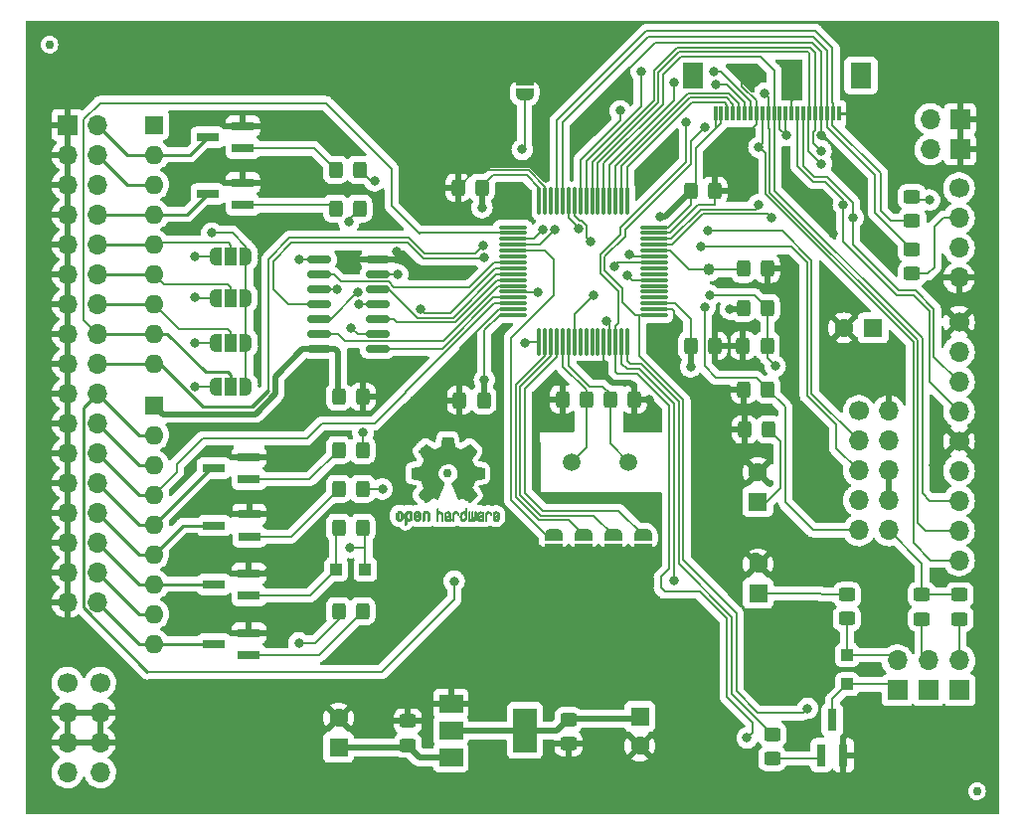
<source format=gbr>
%TF.GenerationSoftware,KiCad,Pcbnew,(5.99.0-11626-g43523df843)*%
%TF.CreationDate,2021-08-18T09:38:13+01:00*%
%TF.ProjectId,OpenFlopsXT_V0.1,4f70656e-466c-46f7-9073-58545f56302e,rev?*%
%TF.SameCoordinates,Original*%
%TF.FileFunction,Copper,L1,Top*%
%TF.FilePolarity,Positive*%
%FSLAX46Y46*%
G04 Gerber Fmt 4.6, Leading zero omitted, Abs format (unit mm)*
G04 Created by KiCad (PCBNEW (5.99.0-11626-g43523df843)) date 2021-08-18 09:38:13*
%MOMM*%
%LPD*%
G01*
G04 APERTURE LIST*
G04 Aperture macros list*
%AMRoundRect*
0 Rectangle with rounded corners*
0 $1 Rounding radius*
0 $2 $3 $4 $5 $6 $7 $8 $9 X,Y pos of 4 corners*
0 Add a 4 corners polygon primitive as box body*
4,1,4,$2,$3,$4,$5,$6,$7,$8,$9,$2,$3,0*
0 Add four circle primitives for the rounded corners*
1,1,$1+$1,$2,$3*
1,1,$1+$1,$4,$5*
1,1,$1+$1,$6,$7*
1,1,$1+$1,$8,$9*
0 Add four rect primitives between the rounded corners*
20,1,$1+$1,$2,$3,$4,$5,0*
20,1,$1+$1,$4,$5,$6,$7,0*
20,1,$1+$1,$6,$7,$8,$9,0*
20,1,$1+$1,$8,$9,$2,$3,0*%
%AMFreePoly0*
4,1,22,0.500000,-0.750000,0.000000,-0.750000,0.000000,-0.745033,-0.079941,-0.743568,-0.215256,-0.701293,-0.333266,-0.622738,-0.424486,-0.514219,-0.481581,-0.384460,-0.499164,-0.250000,-0.500000,-0.250000,-0.500000,0.250000,-0.499164,0.250000,-0.499963,0.256109,-0.478152,0.396186,-0.417904,0.524511,-0.324060,0.630769,-0.204165,0.706417,-0.067858,0.745374,0.000000,0.744959,0.000000,0.750000,
0.500000,0.750000,0.500000,-0.750000,0.500000,-0.750000,$1*%
%AMFreePoly1*
4,1,20,0.000000,0.744959,0.073905,0.744508,0.209726,0.703889,0.328688,0.626782,0.421226,0.519385,0.479903,0.390333,0.500000,0.250000,0.500000,-0.250000,0.499851,-0.262216,0.476331,-0.402017,0.414519,-0.529596,0.319384,-0.634700,0.198574,-0.708877,0.061801,-0.746166,0.000000,-0.745033,0.000000,-0.750000,-0.500000,-0.750000,-0.500000,0.750000,0.000000,0.750000,0.000000,0.744959,
0.000000,0.744959,$1*%
%AMFreePoly2*
4,1,22,0.550000,-0.750000,0.000000,-0.750000,0.000000,-0.745033,-0.079941,-0.743568,-0.215256,-0.701293,-0.333266,-0.622738,-0.424486,-0.514219,-0.481581,-0.384460,-0.499164,-0.250000,-0.500000,-0.250000,-0.500000,0.250000,-0.499164,0.250000,-0.499963,0.256109,-0.478152,0.396186,-0.417904,0.524511,-0.324060,0.630769,-0.204165,0.706417,-0.067858,0.745374,0.000000,0.744959,0.000000,0.750000,
0.550000,0.750000,0.550000,-0.750000,0.550000,-0.750000,$1*%
%AMFreePoly3*
4,1,20,0.000000,0.744959,0.073905,0.744508,0.209726,0.703889,0.328688,0.626782,0.421226,0.519385,0.479903,0.390333,0.500000,0.250000,0.500000,-0.250000,0.499851,-0.262216,0.476331,-0.402017,0.414519,-0.529596,0.319384,-0.634700,0.198574,-0.708877,0.061801,-0.746166,0.000000,-0.745033,0.000000,-0.750000,-0.550000,-0.750000,-0.550000,0.750000,0.000000,0.750000,0.000000,0.744959,
0.000000,0.744959,$1*%
G04 Aperture macros list end*
%TA.AperFunction,EtchedComponent*%
%ADD10C,0.010000*%
%TD*%
%TA.AperFunction,SMDPad,CuDef*%
%ADD11RoundRect,0.150000X0.825000X0.150000X-0.825000X0.150000X-0.825000X-0.150000X0.825000X-0.150000X0*%
%TD*%
%TA.AperFunction,SMDPad,CuDef*%
%ADD12RoundRect,0.250000X0.450000X-0.325000X0.450000X0.325000X-0.450000X0.325000X-0.450000X-0.325000X0*%
%TD*%
%TA.AperFunction,SMDPad,CuDef*%
%ADD13RoundRect,0.250000X-0.325000X-0.450000X0.325000X-0.450000X0.325000X0.450000X-0.325000X0.450000X0*%
%TD*%
%TA.AperFunction,SMDPad,CuDef*%
%ADD14FreePoly0,90.000000*%
%TD*%
%TA.AperFunction,SMDPad,CuDef*%
%ADD15FreePoly1,90.000000*%
%TD*%
%TA.AperFunction,ComponentPad*%
%ADD16R,1.700000X1.700000*%
%TD*%
%TA.AperFunction,ComponentPad*%
%ADD17O,1.700000X1.700000*%
%TD*%
%TA.AperFunction,SMDPad,CuDef*%
%ADD18RoundRect,0.250000X-0.450000X0.325000X-0.450000X-0.325000X0.450000X-0.325000X0.450000X0.325000X0*%
%TD*%
%TA.AperFunction,ComponentPad*%
%ADD19C,1.500000*%
%TD*%
%TA.AperFunction,ComponentPad*%
%ADD20R,1.600000X1.600000*%
%TD*%
%TA.AperFunction,ComponentPad*%
%ADD21O,1.600000X1.600000*%
%TD*%
%TA.AperFunction,SMDPad,CuDef*%
%ADD22C,0.750000*%
%TD*%
%TA.AperFunction,SMDPad,CuDef*%
%ADD23R,1.900000X0.800000*%
%TD*%
%TA.AperFunction,SMDPad,CuDef*%
%ADD24C,1.000000*%
%TD*%
%TA.AperFunction,SMDPad,CuDef*%
%ADD25R,0.800000X1.900000*%
%TD*%
%TA.AperFunction,ComponentPad*%
%ADD26C,1.700000*%
%TD*%
%TA.AperFunction,SMDPad,CuDef*%
%ADD27RoundRect,0.250000X0.325000X0.450000X-0.325000X0.450000X-0.325000X-0.450000X0.325000X-0.450000X0*%
%TD*%
%TA.AperFunction,ComponentPad*%
%ADD28C,5.000000*%
%TD*%
%TA.AperFunction,SMDPad,CuDef*%
%ADD29R,1.000000X1.000000*%
%TD*%
%TA.AperFunction,SMDPad,CuDef*%
%ADD30FreePoly2,0.000000*%
%TD*%
%TA.AperFunction,SMDPad,CuDef*%
%ADD31R,1.000000X1.500000*%
%TD*%
%TA.AperFunction,SMDPad,CuDef*%
%ADD32FreePoly3,0.000000*%
%TD*%
%TA.AperFunction,SMDPad,CuDef*%
%ADD33R,0.300000X1.300000*%
%TD*%
%TA.AperFunction,SMDPad,CuDef*%
%ADD34R,1.800000X2.200000*%
%TD*%
%TA.AperFunction,SMDPad,CuDef*%
%ADD35R,2.000000X1.500000*%
%TD*%
%TA.AperFunction,SMDPad,CuDef*%
%ADD36R,2.000000X3.800000*%
%TD*%
%TA.AperFunction,SMDPad,CuDef*%
%ADD37RoundRect,0.075000X0.075000X-1.075000X0.075000X1.075000X-0.075000X1.075000X-0.075000X-1.075000X0*%
%TD*%
%TA.AperFunction,SMDPad,CuDef*%
%ADD38RoundRect,0.075000X1.075000X-0.075000X1.075000X0.075000X-1.075000X0.075000X-1.075000X-0.075000X0*%
%TD*%
%TA.AperFunction,ComponentPad*%
%ADD39C,1.600000*%
%TD*%
%TA.AperFunction,ViaPad*%
%ADD40C,0.800000*%
%TD*%
%TA.AperFunction,Conductor*%
%ADD41C,0.500000*%
%TD*%
%TA.AperFunction,Conductor*%
%ADD42C,0.200000*%
%TD*%
%TA.AperFunction,Conductor*%
%ADD43C,0.250000*%
%TD*%
G04 APERTURE END LIST*
D10*
%TO.C,J6*%
X111809846Y-118372120D02*
X111815572Y-118451980D01*
X111815572Y-118451980D02*
X111822149Y-118499039D01*
X111822149Y-118499039D02*
X111831262Y-118519566D01*
X111831262Y-118519566D02*
X111844598Y-118519829D01*
X111844598Y-118519829D02*
X111848923Y-118517378D01*
X111848923Y-118517378D02*
X111906444Y-118499636D01*
X111906444Y-118499636D02*
X111981268Y-118500672D01*
X111981268Y-118500672D02*
X112057339Y-118518910D01*
X112057339Y-118518910D02*
X112104918Y-118542505D01*
X112104918Y-118542505D02*
X112153702Y-118580198D01*
X112153702Y-118580198D02*
X112189364Y-118622855D01*
X112189364Y-118622855D02*
X112213845Y-118677057D01*
X112213845Y-118677057D02*
X112229087Y-118749384D01*
X112229087Y-118749384D02*
X112237030Y-118846419D01*
X112237030Y-118846419D02*
X112239616Y-118974742D01*
X112239616Y-118974742D02*
X112239662Y-118999358D01*
X112239662Y-118999358D02*
X112239692Y-119275870D01*
X112239692Y-119275870D02*
X112178161Y-119297320D01*
X112178161Y-119297320D02*
X112134459Y-119311912D01*
X112134459Y-119311912D02*
X112110482Y-119318706D01*
X112110482Y-119318706D02*
X112109777Y-119318769D01*
X112109777Y-119318769D02*
X112107415Y-119300345D01*
X112107415Y-119300345D02*
X112105406Y-119249526D01*
X112105406Y-119249526D02*
X112103901Y-119172993D01*
X112103901Y-119172993D02*
X112103053Y-119077430D01*
X112103053Y-119077430D02*
X112102923Y-119019329D01*
X112102923Y-119019329D02*
X112102651Y-118904771D01*
X112102651Y-118904771D02*
X112101252Y-118822667D01*
X112101252Y-118822667D02*
X112097849Y-118766393D01*
X112097849Y-118766393D02*
X112091567Y-118729326D01*
X112091567Y-118729326D02*
X112081529Y-118704844D01*
X112081529Y-118704844D02*
X112066861Y-118686325D01*
X112066861Y-118686325D02*
X112057702Y-118677406D01*
X112057702Y-118677406D02*
X111994789Y-118641466D01*
X111994789Y-118641466D02*
X111926136Y-118638775D01*
X111926136Y-118638775D02*
X111863848Y-118669170D01*
X111863848Y-118669170D02*
X111852329Y-118680144D01*
X111852329Y-118680144D02*
X111835433Y-118700779D01*
X111835433Y-118700779D02*
X111823714Y-118725256D01*
X111823714Y-118725256D02*
X111816233Y-118760647D01*
X111816233Y-118760647D02*
X111812054Y-118814026D01*
X111812054Y-118814026D02*
X111810237Y-118892466D01*
X111810237Y-118892466D02*
X111809846Y-119000617D01*
X111809846Y-119000617D02*
X111809846Y-119275870D01*
X111809846Y-119275870D02*
X111748315Y-119297320D01*
X111748315Y-119297320D02*
X111704613Y-119311912D01*
X111704613Y-119311912D02*
X111680636Y-119318706D01*
X111680636Y-119318706D02*
X111679930Y-119318769D01*
X111679930Y-119318769D02*
X111678126Y-119300069D01*
X111678126Y-119300069D02*
X111676500Y-119247322D01*
X111676500Y-119247322D02*
X111675117Y-119165557D01*
X111675117Y-119165557D02*
X111674042Y-119059805D01*
X111674042Y-119059805D02*
X111673340Y-118935094D01*
X111673340Y-118935094D02*
X111673077Y-118796455D01*
X111673077Y-118796455D02*
X111673077Y-118261806D01*
X111673077Y-118261806D02*
X111800077Y-118208236D01*
X111800077Y-118208236D02*
X111809846Y-118372120D01*
X111809846Y-118372120D02*
X111809846Y-118372120D01*
G36*
X111809846Y-118372120D02*
G01*
X111815572Y-118451980D01*
X111822149Y-118499039D01*
X111831262Y-118519566D01*
X111844598Y-118519829D01*
X111848923Y-118517378D01*
X111906444Y-118499636D01*
X111981268Y-118500672D01*
X112057339Y-118518910D01*
X112104918Y-118542505D01*
X112153702Y-118580198D01*
X112189364Y-118622855D01*
X112213845Y-118677057D01*
X112229087Y-118749384D01*
X112237030Y-118846419D01*
X112239616Y-118974742D01*
X112239662Y-118999358D01*
X112239692Y-119275870D01*
X112178161Y-119297320D01*
X112134459Y-119311912D01*
X112110482Y-119318706D01*
X112109777Y-119318769D01*
X112107415Y-119300345D01*
X112105406Y-119249526D01*
X112103901Y-119172993D01*
X112103053Y-119077430D01*
X112102923Y-119019329D01*
X112102651Y-118904771D01*
X112101252Y-118822667D01*
X112097849Y-118766393D01*
X112091567Y-118729326D01*
X112081529Y-118704844D01*
X112066861Y-118686325D01*
X112057702Y-118677406D01*
X111994789Y-118641466D01*
X111926136Y-118638775D01*
X111863848Y-118669170D01*
X111852329Y-118680144D01*
X111835433Y-118700779D01*
X111823714Y-118725256D01*
X111816233Y-118760647D01*
X111812054Y-118814026D01*
X111810237Y-118892466D01*
X111809846Y-119000617D01*
X111809846Y-119275870D01*
X111748315Y-119297320D01*
X111704613Y-119311912D01*
X111680636Y-119318706D01*
X111679930Y-119318769D01*
X111678126Y-119300069D01*
X111676500Y-119247322D01*
X111675117Y-119165557D01*
X111674042Y-119059805D01*
X111673340Y-118935094D01*
X111673077Y-118796455D01*
X111673077Y-118261806D01*
X111800077Y-118208236D01*
X111809846Y-118372120D01*
G37*
X111809846Y-118372120D02*
X111815572Y-118451980D01*
X111822149Y-118499039D01*
X111831262Y-118519566D01*
X111844598Y-118519829D01*
X111848923Y-118517378D01*
X111906444Y-118499636D01*
X111981268Y-118500672D01*
X112057339Y-118518910D01*
X112104918Y-118542505D01*
X112153702Y-118580198D01*
X112189364Y-118622855D01*
X112213845Y-118677057D01*
X112229087Y-118749384D01*
X112237030Y-118846419D01*
X112239616Y-118974742D01*
X112239662Y-118999358D01*
X112239692Y-119275870D01*
X112178161Y-119297320D01*
X112134459Y-119311912D01*
X112110482Y-119318706D01*
X112109777Y-119318769D01*
X112107415Y-119300345D01*
X112105406Y-119249526D01*
X112103901Y-119172993D01*
X112103053Y-119077430D01*
X112102923Y-119019329D01*
X112102651Y-118904771D01*
X112101252Y-118822667D01*
X112097849Y-118766393D01*
X112091567Y-118729326D01*
X112081529Y-118704844D01*
X112066861Y-118686325D01*
X112057702Y-118677406D01*
X111994789Y-118641466D01*
X111926136Y-118638775D01*
X111863848Y-118669170D01*
X111852329Y-118680144D01*
X111835433Y-118700779D01*
X111823714Y-118725256D01*
X111816233Y-118760647D01*
X111812054Y-118814026D01*
X111810237Y-118892466D01*
X111809846Y-119000617D01*
X111809846Y-119275870D01*
X111748315Y-119297320D01*
X111704613Y-119311912D01*
X111680636Y-119318706D01*
X111679930Y-119318769D01*
X111678126Y-119300069D01*
X111676500Y-119247322D01*
X111675117Y-119165557D01*
X111674042Y-119059805D01*
X111673340Y-118935094D01*
X111673077Y-118796455D01*
X111673077Y-118261806D01*
X111800077Y-118208236D01*
X111809846Y-118372120D01*
X116220807Y-118516782D02*
X116244161Y-118526988D01*
X116244161Y-118526988D02*
X116299902Y-118571134D01*
X116299902Y-118571134D02*
X116347569Y-118634967D01*
X116347569Y-118634967D02*
X116377048Y-118703087D01*
X116377048Y-118703087D02*
X116381846Y-118736670D01*
X116381846Y-118736670D02*
X116365760Y-118783556D01*
X116365760Y-118783556D02*
X116330475Y-118808365D01*
X116330475Y-118808365D02*
X116292644Y-118823387D01*
X116292644Y-118823387D02*
X116275321Y-118826155D01*
X116275321Y-118826155D02*
X116266886Y-118806066D01*
X116266886Y-118806066D02*
X116250230Y-118762351D01*
X116250230Y-118762351D02*
X116242923Y-118742598D01*
X116242923Y-118742598D02*
X116201948Y-118674271D01*
X116201948Y-118674271D02*
X116142622Y-118640191D01*
X116142622Y-118640191D02*
X116066552Y-118641239D01*
X116066552Y-118641239D02*
X116060918Y-118642581D01*
X116060918Y-118642581D02*
X116020305Y-118661836D01*
X116020305Y-118661836D02*
X115990448Y-118699375D01*
X115990448Y-118699375D02*
X115970055Y-118759809D01*
X115970055Y-118759809D02*
X115957836Y-118847751D01*
X115957836Y-118847751D02*
X115952500Y-118967813D01*
X115952500Y-118967813D02*
X115952000Y-119031698D01*
X115952000Y-119031698D02*
X115951752Y-119132403D01*
X115951752Y-119132403D02*
X115950126Y-119201054D01*
X115950126Y-119201054D02*
X115945801Y-119244673D01*
X115945801Y-119244673D02*
X115937454Y-119270282D01*
X115937454Y-119270282D02*
X115923765Y-119284903D01*
X115923765Y-119284903D02*
X115903411Y-119295558D01*
X115903411Y-119295558D02*
X115902234Y-119296095D01*
X115902234Y-119296095D02*
X115863038Y-119312667D01*
X115863038Y-119312667D02*
X115843619Y-119318769D01*
X115843619Y-119318769D02*
X115840635Y-119300319D01*
X115840635Y-119300319D02*
X115838081Y-119249323D01*
X115838081Y-119249323D02*
X115836140Y-119172308D01*
X115836140Y-119172308D02*
X115834997Y-119075805D01*
X115834997Y-119075805D02*
X115834769Y-119005184D01*
X115834769Y-119005184D02*
X115835932Y-118868525D01*
X115835932Y-118868525D02*
X115840479Y-118764851D01*
X115840479Y-118764851D02*
X115849999Y-118688108D01*
X115849999Y-118688108D02*
X115866081Y-118632246D01*
X115866081Y-118632246D02*
X115890313Y-118591212D01*
X115890313Y-118591212D02*
X115924286Y-118558954D01*
X115924286Y-118558954D02*
X115957833Y-118536440D01*
X115957833Y-118536440D02*
X116038499Y-118506476D01*
X116038499Y-118506476D02*
X116132381Y-118499718D01*
X116132381Y-118499718D02*
X116220807Y-118516782D01*
X116220807Y-118516782D02*
X116220807Y-118516782D01*
G36*
X116220807Y-118516782D02*
G01*
X116244161Y-118526988D01*
X116299902Y-118571134D01*
X116347569Y-118634967D01*
X116377048Y-118703087D01*
X116381846Y-118736670D01*
X116365760Y-118783556D01*
X116330475Y-118808365D01*
X116292644Y-118823387D01*
X116275321Y-118826155D01*
X116266886Y-118806066D01*
X116250230Y-118762351D01*
X116242923Y-118742598D01*
X116201948Y-118674271D01*
X116142622Y-118640191D01*
X116066552Y-118641239D01*
X116060918Y-118642581D01*
X116020305Y-118661836D01*
X115990448Y-118699375D01*
X115970055Y-118759809D01*
X115957836Y-118847751D01*
X115952500Y-118967813D01*
X115952000Y-119031698D01*
X115951752Y-119132403D01*
X115950126Y-119201054D01*
X115945801Y-119244673D01*
X115937454Y-119270282D01*
X115923765Y-119284903D01*
X115903411Y-119295558D01*
X115902234Y-119296095D01*
X115863038Y-119312667D01*
X115843619Y-119318769D01*
X115840635Y-119300319D01*
X115838081Y-119249323D01*
X115836140Y-119172308D01*
X115834997Y-119075805D01*
X115834769Y-119005184D01*
X115835932Y-118868525D01*
X115840479Y-118764851D01*
X115849999Y-118688108D01*
X115866081Y-118632246D01*
X115890313Y-118591212D01*
X115924286Y-118558954D01*
X115957833Y-118536440D01*
X116038499Y-118506476D01*
X116132381Y-118499718D01*
X116220807Y-118516782D01*
G37*
X116220807Y-118516782D02*
X116244161Y-118526988D01*
X116299902Y-118571134D01*
X116347569Y-118634967D01*
X116377048Y-118703087D01*
X116381846Y-118736670D01*
X116365760Y-118783556D01*
X116330475Y-118808365D01*
X116292644Y-118823387D01*
X116275321Y-118826155D01*
X116266886Y-118806066D01*
X116250230Y-118762351D01*
X116242923Y-118742598D01*
X116201948Y-118674271D01*
X116142622Y-118640191D01*
X116066552Y-118641239D01*
X116060918Y-118642581D01*
X116020305Y-118661836D01*
X115990448Y-118699375D01*
X115970055Y-118759809D01*
X115957836Y-118847751D01*
X115952500Y-118967813D01*
X115952000Y-119031698D01*
X115951752Y-119132403D01*
X115950126Y-119201054D01*
X115945801Y-119244673D01*
X115937454Y-119270282D01*
X115923765Y-119284903D01*
X115903411Y-119295558D01*
X115902234Y-119296095D01*
X115863038Y-119312667D01*
X115843619Y-119318769D01*
X115840635Y-119300319D01*
X115838081Y-119249323D01*
X115836140Y-119172308D01*
X115834997Y-119075805D01*
X115834769Y-119005184D01*
X115835932Y-118868525D01*
X115840479Y-118764851D01*
X115849999Y-118688108D01*
X115866081Y-118632246D01*
X115890313Y-118591212D01*
X115924286Y-118558954D01*
X115957833Y-118536440D01*
X116038499Y-118506476D01*
X116132381Y-118499718D01*
X116220807Y-118516782D01*
X108666886Y-118467256D02*
X108758464Y-118515409D01*
X108758464Y-118515409D02*
X108826049Y-118592905D01*
X108826049Y-118592905D02*
X108850057Y-118642727D01*
X108850057Y-118642727D02*
X108868738Y-118717533D01*
X108868738Y-118717533D02*
X108878301Y-118812052D01*
X108878301Y-118812052D02*
X108879208Y-118915210D01*
X108879208Y-118915210D02*
X108871921Y-119015935D01*
X108871921Y-119015935D02*
X108856903Y-119103153D01*
X108856903Y-119103153D02*
X108834615Y-119165791D01*
X108834615Y-119165791D02*
X108827765Y-119176579D01*
X108827765Y-119176579D02*
X108746632Y-119257105D01*
X108746632Y-119257105D02*
X108650266Y-119305336D01*
X108650266Y-119305336D02*
X108545701Y-119319450D01*
X108545701Y-119319450D02*
X108439968Y-119297629D01*
X108439968Y-119297629D02*
X108410543Y-119284547D01*
X108410543Y-119284547D02*
X108353241Y-119244231D01*
X108353241Y-119244231D02*
X108302950Y-119190775D01*
X108302950Y-119190775D02*
X108298197Y-119183995D01*
X108298197Y-119183995D02*
X108278878Y-119151321D01*
X108278878Y-119151321D02*
X108266108Y-119116394D01*
X108266108Y-119116394D02*
X108258564Y-119070414D01*
X108258564Y-119070414D02*
X108254924Y-119004584D01*
X108254924Y-119004584D02*
X108253865Y-118910105D01*
X108253865Y-118910105D02*
X108253846Y-118888923D01*
X108253846Y-118888923D02*
X108253894Y-118882182D01*
X108253894Y-118882182D02*
X108449231Y-118882182D01*
X108449231Y-118882182D02*
X108450368Y-118971349D01*
X108450368Y-118971349D02*
X108454841Y-119030520D01*
X108454841Y-119030520D02*
X108464246Y-119068741D01*
X108464246Y-119068741D02*
X108480176Y-119095053D01*
X108480176Y-119095053D02*
X108488308Y-119103846D01*
X108488308Y-119103846D02*
X108535058Y-119137261D01*
X108535058Y-119137261D02*
X108580447Y-119135737D01*
X108580447Y-119135737D02*
X108626340Y-119106752D01*
X108626340Y-119106752D02*
X108653712Y-119075809D01*
X108653712Y-119075809D02*
X108669923Y-119030643D01*
X108669923Y-119030643D02*
X108679026Y-118959420D01*
X108679026Y-118959420D02*
X108679651Y-118951114D01*
X108679651Y-118951114D02*
X108681204Y-118822037D01*
X108681204Y-118822037D02*
X108664965Y-118726172D01*
X108664965Y-118726172D02*
X108631152Y-118664107D01*
X108631152Y-118664107D02*
X108579984Y-118636432D01*
X108579984Y-118636432D02*
X108561720Y-118634923D01*
X108561720Y-118634923D02*
X108513760Y-118642513D01*
X108513760Y-118642513D02*
X108480953Y-118668808D01*
X108480953Y-118668808D02*
X108460895Y-118719095D01*
X108460895Y-118719095D02*
X108451178Y-118798664D01*
X108451178Y-118798664D02*
X108449231Y-118882182D01*
X108449231Y-118882182D02*
X108253894Y-118882182D01*
X108253894Y-118882182D02*
X108254574Y-118788249D01*
X108254574Y-118788249D02*
X108257629Y-118717906D01*
X108257629Y-118717906D02*
X108264322Y-118669163D01*
X108264322Y-118669163D02*
X108275960Y-118633288D01*
X108275960Y-118633288D02*
X108293853Y-118601548D01*
X108293853Y-118601548D02*
X108297808Y-118595648D01*
X108297808Y-118595648D02*
X108364267Y-118516104D01*
X108364267Y-118516104D02*
X108436685Y-118469929D01*
X108436685Y-118469929D02*
X108524849Y-118451599D01*
X108524849Y-118451599D02*
X108554787Y-118450703D01*
X108554787Y-118450703D02*
X108666886Y-118467256D01*
X108666886Y-118467256D02*
X108666886Y-118467256D01*
G36*
X108257629Y-118717906D02*
G01*
X108264322Y-118669163D01*
X108275960Y-118633288D01*
X108293853Y-118601548D01*
X108297808Y-118595648D01*
X108364267Y-118516104D01*
X108436685Y-118469929D01*
X108524849Y-118451599D01*
X108554787Y-118450703D01*
X108666886Y-118467256D01*
X108758464Y-118515409D01*
X108826049Y-118592905D01*
X108850057Y-118642727D01*
X108868738Y-118717533D01*
X108878301Y-118812052D01*
X108879208Y-118915210D01*
X108871921Y-119015935D01*
X108856903Y-119103153D01*
X108834615Y-119165791D01*
X108827765Y-119176579D01*
X108746632Y-119257105D01*
X108650266Y-119305336D01*
X108545701Y-119319450D01*
X108439968Y-119297629D01*
X108410543Y-119284547D01*
X108353241Y-119244231D01*
X108302950Y-119190775D01*
X108298197Y-119183995D01*
X108278878Y-119151321D01*
X108266108Y-119116394D01*
X108258564Y-119070414D01*
X108254924Y-119004584D01*
X108253865Y-118910105D01*
X108253846Y-118888923D01*
X108253894Y-118882182D01*
X108449231Y-118882182D01*
X108450368Y-118971349D01*
X108454841Y-119030520D01*
X108464246Y-119068741D01*
X108480176Y-119095053D01*
X108488308Y-119103846D01*
X108535058Y-119137261D01*
X108580447Y-119135737D01*
X108626340Y-119106752D01*
X108653712Y-119075809D01*
X108669923Y-119030643D01*
X108679026Y-118959420D01*
X108679651Y-118951114D01*
X108681204Y-118822037D01*
X108664965Y-118726172D01*
X108631152Y-118664107D01*
X108579984Y-118636432D01*
X108561720Y-118634923D01*
X108513760Y-118642513D01*
X108480953Y-118668808D01*
X108460895Y-118719095D01*
X108451178Y-118798664D01*
X108449231Y-118882182D01*
X108253894Y-118882182D01*
X108254574Y-118788249D01*
X108257629Y-118717906D01*
G37*
X108257629Y-118717906D02*
X108264322Y-118669163D01*
X108275960Y-118633288D01*
X108293853Y-118601548D01*
X108297808Y-118595648D01*
X108364267Y-118516104D01*
X108436685Y-118469929D01*
X108524849Y-118451599D01*
X108554787Y-118450703D01*
X108666886Y-118467256D01*
X108758464Y-118515409D01*
X108826049Y-118592905D01*
X108850057Y-118642727D01*
X108868738Y-118717533D01*
X108878301Y-118812052D01*
X108879208Y-118915210D01*
X108871921Y-119015935D01*
X108856903Y-119103153D01*
X108834615Y-119165791D01*
X108827765Y-119176579D01*
X108746632Y-119257105D01*
X108650266Y-119305336D01*
X108545701Y-119319450D01*
X108439968Y-119297629D01*
X108410543Y-119284547D01*
X108353241Y-119244231D01*
X108302950Y-119190775D01*
X108298197Y-119183995D01*
X108278878Y-119151321D01*
X108266108Y-119116394D01*
X108258564Y-119070414D01*
X108254924Y-119004584D01*
X108253865Y-118910105D01*
X108253846Y-118888923D01*
X108253894Y-118882182D01*
X108449231Y-118882182D01*
X108450368Y-118971349D01*
X108454841Y-119030520D01*
X108464246Y-119068741D01*
X108480176Y-119095053D01*
X108488308Y-119103846D01*
X108535058Y-119137261D01*
X108580447Y-119135737D01*
X108626340Y-119106752D01*
X108653712Y-119075809D01*
X108669923Y-119030643D01*
X108679026Y-118959420D01*
X108679651Y-118951114D01*
X108681204Y-118822037D01*
X108664965Y-118726172D01*
X108631152Y-118664107D01*
X108579984Y-118636432D01*
X108561720Y-118634923D01*
X108513760Y-118642513D01*
X108480953Y-118668808D01*
X108460895Y-118719095D01*
X108451178Y-118798664D01*
X108449231Y-118882182D01*
X108253894Y-118882182D01*
X108254574Y-118788249D01*
X108257629Y-118717906D01*
X112703501Y-118506303D02*
X112780060Y-118534733D01*
X112780060Y-118534733D02*
X112780936Y-118535279D01*
X112780936Y-118535279D02*
X112828285Y-118570127D01*
X112828285Y-118570127D02*
X112863241Y-118610852D01*
X112863241Y-118610852D02*
X112887825Y-118663925D01*
X112887825Y-118663925D02*
X112904062Y-118735814D01*
X112904062Y-118735814D02*
X112913975Y-118832992D01*
X112913975Y-118832992D02*
X112919586Y-118961928D01*
X112919586Y-118961928D02*
X112920077Y-118980298D01*
X112920077Y-118980298D02*
X112927141Y-119257287D01*
X112927141Y-119257287D02*
X112867695Y-119288028D01*
X112867695Y-119288028D02*
X112824681Y-119308802D01*
X112824681Y-119308802D02*
X112798710Y-119318646D01*
X112798710Y-119318646D02*
X112797509Y-119318769D01*
X112797509Y-119318769D02*
X112793014Y-119300606D01*
X112793014Y-119300606D02*
X112789444Y-119251612D01*
X112789444Y-119251612D02*
X112787248Y-119180031D01*
X112787248Y-119180031D02*
X112786769Y-119122068D01*
X112786769Y-119122068D02*
X112786758Y-119028170D01*
X112786758Y-119028170D02*
X112782466Y-118969203D01*
X112782466Y-118969203D02*
X112767503Y-118941079D01*
X112767503Y-118941079D02*
X112735482Y-118939706D01*
X112735482Y-118939706D02*
X112680014Y-118960998D01*
X112680014Y-118960998D02*
X112596269Y-119000136D01*
X112596269Y-119000136D02*
X112534689Y-119032643D01*
X112534689Y-119032643D02*
X112503017Y-119060845D01*
X112503017Y-119060845D02*
X112493706Y-119091582D01*
X112493706Y-119091582D02*
X112493692Y-119093104D01*
X112493692Y-119093104D02*
X112509057Y-119146054D01*
X112509057Y-119146054D02*
X112554547Y-119174660D01*
X112554547Y-119174660D02*
X112624166Y-119178803D01*
X112624166Y-119178803D02*
X112674313Y-119178084D01*
X112674313Y-119178084D02*
X112700754Y-119192527D01*
X112700754Y-119192527D02*
X112717243Y-119227218D01*
X112717243Y-119227218D02*
X112726733Y-119271416D01*
X112726733Y-119271416D02*
X112713057Y-119296493D01*
X112713057Y-119296493D02*
X112707907Y-119300082D01*
X112707907Y-119300082D02*
X112659425Y-119314496D01*
X112659425Y-119314496D02*
X112591531Y-119316537D01*
X112591531Y-119316537D02*
X112521612Y-119306983D01*
X112521612Y-119306983D02*
X112472068Y-119289522D01*
X112472068Y-119289522D02*
X112403570Y-119231364D01*
X112403570Y-119231364D02*
X112364634Y-119150408D01*
X112364634Y-119150408D02*
X112356923Y-119087160D01*
X112356923Y-119087160D02*
X112362807Y-119030111D01*
X112362807Y-119030111D02*
X112384101Y-118983542D01*
X112384101Y-118983542D02*
X112426265Y-118942181D01*
X112426265Y-118942181D02*
X112494759Y-118900755D01*
X112494759Y-118900755D02*
X112595044Y-118853993D01*
X112595044Y-118853993D02*
X112601154Y-118851350D01*
X112601154Y-118851350D02*
X112691490Y-118809617D01*
X112691490Y-118809617D02*
X112747235Y-118775391D01*
X112747235Y-118775391D02*
X112771129Y-118744635D01*
X112771129Y-118744635D02*
X112765913Y-118713311D01*
X112765913Y-118713311D02*
X112734328Y-118677383D01*
X112734328Y-118677383D02*
X112724883Y-118669116D01*
X112724883Y-118669116D02*
X112661617Y-118637058D01*
X112661617Y-118637058D02*
X112596064Y-118638407D01*
X112596064Y-118638407D02*
X112538972Y-118669838D01*
X112538972Y-118669838D02*
X112501093Y-118728024D01*
X112501093Y-118728024D02*
X112497574Y-118739446D01*
X112497574Y-118739446D02*
X112463300Y-118794837D01*
X112463300Y-118794837D02*
X112419809Y-118821518D01*
X112419809Y-118821518D02*
X112356923Y-118847960D01*
X112356923Y-118847960D02*
X112356923Y-118779548D01*
X112356923Y-118779548D02*
X112376052Y-118680110D01*
X112376052Y-118680110D02*
X112432831Y-118588902D01*
X112432831Y-118588902D02*
X112462378Y-118558389D01*
X112462378Y-118558389D02*
X112529542Y-118519228D01*
X112529542Y-118519228D02*
X112614956Y-118501500D01*
X112614956Y-118501500D02*
X112703501Y-118506303D01*
X112703501Y-118506303D02*
X112703501Y-118506303D01*
G36*
X112703501Y-118506303D02*
G01*
X112780060Y-118534733D01*
X112780936Y-118535279D01*
X112828285Y-118570127D01*
X112863241Y-118610852D01*
X112887825Y-118663925D01*
X112904062Y-118735814D01*
X112913975Y-118832992D01*
X112919586Y-118961928D01*
X112920077Y-118980298D01*
X112927141Y-119257287D01*
X112867695Y-119288028D01*
X112824681Y-119308802D01*
X112798710Y-119318646D01*
X112797509Y-119318769D01*
X112793014Y-119300606D01*
X112789444Y-119251612D01*
X112787248Y-119180031D01*
X112786769Y-119122068D01*
X112786758Y-119028170D01*
X112782466Y-118969203D01*
X112767503Y-118941079D01*
X112735482Y-118939706D01*
X112680014Y-118960998D01*
X112596269Y-119000136D01*
X112534689Y-119032643D01*
X112503017Y-119060845D01*
X112493706Y-119091582D01*
X112493692Y-119093104D01*
X112509057Y-119146054D01*
X112554547Y-119174660D01*
X112624166Y-119178803D01*
X112674313Y-119178084D01*
X112700754Y-119192527D01*
X112717243Y-119227218D01*
X112726733Y-119271416D01*
X112713057Y-119296493D01*
X112707907Y-119300082D01*
X112659425Y-119314496D01*
X112591531Y-119316537D01*
X112521612Y-119306983D01*
X112472068Y-119289522D01*
X112403570Y-119231364D01*
X112364634Y-119150408D01*
X112356923Y-119087160D01*
X112362807Y-119030111D01*
X112384101Y-118983542D01*
X112426265Y-118942181D01*
X112494759Y-118900755D01*
X112595044Y-118853993D01*
X112601154Y-118851350D01*
X112691490Y-118809617D01*
X112747235Y-118775391D01*
X112771129Y-118744635D01*
X112765913Y-118713311D01*
X112734328Y-118677383D01*
X112724883Y-118669116D01*
X112661617Y-118637058D01*
X112596064Y-118638407D01*
X112538972Y-118669838D01*
X112501093Y-118728024D01*
X112497574Y-118739446D01*
X112463300Y-118794837D01*
X112419809Y-118821518D01*
X112356923Y-118847960D01*
X112356923Y-118779548D01*
X112376052Y-118680110D01*
X112432831Y-118588902D01*
X112462378Y-118558389D01*
X112529542Y-118519228D01*
X112614956Y-118501500D01*
X112703501Y-118506303D01*
G37*
X112703501Y-118506303D02*
X112780060Y-118534733D01*
X112780936Y-118535279D01*
X112828285Y-118570127D01*
X112863241Y-118610852D01*
X112887825Y-118663925D01*
X112904062Y-118735814D01*
X112913975Y-118832992D01*
X112919586Y-118961928D01*
X112920077Y-118980298D01*
X112927141Y-119257287D01*
X112867695Y-119288028D01*
X112824681Y-119308802D01*
X112798710Y-119318646D01*
X112797509Y-119318769D01*
X112793014Y-119300606D01*
X112789444Y-119251612D01*
X112787248Y-119180031D01*
X112786769Y-119122068D01*
X112786758Y-119028170D01*
X112782466Y-118969203D01*
X112767503Y-118941079D01*
X112735482Y-118939706D01*
X112680014Y-118960998D01*
X112596269Y-119000136D01*
X112534689Y-119032643D01*
X112503017Y-119060845D01*
X112493706Y-119091582D01*
X112493692Y-119093104D01*
X112509057Y-119146054D01*
X112554547Y-119174660D01*
X112624166Y-119178803D01*
X112674313Y-119178084D01*
X112700754Y-119192527D01*
X112717243Y-119227218D01*
X112726733Y-119271416D01*
X112713057Y-119296493D01*
X112707907Y-119300082D01*
X112659425Y-119314496D01*
X112591531Y-119316537D01*
X112521612Y-119306983D01*
X112472068Y-119289522D01*
X112403570Y-119231364D01*
X112364634Y-119150408D01*
X112356923Y-119087160D01*
X112362807Y-119030111D01*
X112384101Y-118983542D01*
X112426265Y-118942181D01*
X112494759Y-118900755D01*
X112595044Y-118853993D01*
X112601154Y-118851350D01*
X112691490Y-118809617D01*
X112747235Y-118775391D01*
X112771129Y-118744635D01*
X112765913Y-118713311D01*
X112734328Y-118677383D01*
X112724883Y-118669116D01*
X112661617Y-118637058D01*
X112596064Y-118638407D01*
X112538972Y-118669838D01*
X112501093Y-118728024D01*
X112497574Y-118739446D01*
X112463300Y-118794837D01*
X112419809Y-118821518D01*
X112356923Y-118847960D01*
X112356923Y-118779548D01*
X112376052Y-118680110D01*
X112432831Y-118588902D01*
X112462378Y-118558389D01*
X112529542Y-118519228D01*
X112614956Y-118501500D01*
X112703501Y-118506303D01*
X115045929Y-118516662D02*
X115048911Y-118568068D01*
X115048911Y-118568068D02*
X115051247Y-118646192D01*
X115051247Y-118646192D02*
X115052749Y-118744857D01*
X115052749Y-118744857D02*
X115053231Y-118848343D01*
X115053231Y-118848343D02*
X115053231Y-119198533D01*
X115053231Y-119198533D02*
X114991401Y-119260363D01*
X114991401Y-119260363D02*
X114948793Y-119298462D01*
X114948793Y-119298462D02*
X114911390Y-119313895D01*
X114911390Y-119313895D02*
X114860270Y-119312918D01*
X114860270Y-119312918D02*
X114839978Y-119310433D01*
X114839978Y-119310433D02*
X114776554Y-119303200D01*
X114776554Y-119303200D02*
X114724095Y-119299055D01*
X114724095Y-119299055D02*
X114711308Y-119298672D01*
X114711308Y-119298672D02*
X114668199Y-119301176D01*
X114668199Y-119301176D02*
X114606544Y-119307462D01*
X114606544Y-119307462D02*
X114582638Y-119310433D01*
X114582638Y-119310433D02*
X114523922Y-119315028D01*
X114523922Y-119315028D02*
X114484464Y-119305046D01*
X114484464Y-119305046D02*
X114445338Y-119274228D01*
X114445338Y-119274228D02*
X114431215Y-119260363D01*
X114431215Y-119260363D02*
X114369385Y-119198533D01*
X114369385Y-119198533D02*
X114369385Y-118543503D01*
X114369385Y-118543503D02*
X114419150Y-118520829D01*
X114419150Y-118520829D02*
X114462002Y-118504034D01*
X114462002Y-118504034D02*
X114487073Y-118498154D01*
X114487073Y-118498154D02*
X114493501Y-118516736D01*
X114493501Y-118516736D02*
X114499509Y-118568655D01*
X114499509Y-118568655D02*
X114504697Y-118648172D01*
X114504697Y-118648172D02*
X114508664Y-118749546D01*
X114508664Y-118749546D02*
X114510577Y-118835192D01*
X114510577Y-118835192D02*
X114515923Y-119172231D01*
X114515923Y-119172231D02*
X114562560Y-119178825D01*
X114562560Y-119178825D02*
X114604976Y-119174214D01*
X114604976Y-119174214D02*
X114625760Y-119159287D01*
X114625760Y-119159287D02*
X114631570Y-119131377D01*
X114631570Y-119131377D02*
X114636530Y-119071925D01*
X114636530Y-119071925D02*
X114640246Y-118988466D01*
X114640246Y-118988466D02*
X114642324Y-118888532D01*
X114642324Y-118888532D02*
X114642624Y-118837104D01*
X114642624Y-118837104D02*
X114642923Y-118541054D01*
X114642923Y-118541054D02*
X114704454Y-118519604D01*
X114704454Y-118519604D02*
X114748004Y-118505020D01*
X114748004Y-118505020D02*
X114771694Y-118498219D01*
X114771694Y-118498219D02*
X114772377Y-118498154D01*
X114772377Y-118498154D02*
X114774754Y-118516642D01*
X114774754Y-118516642D02*
X114777366Y-118567906D01*
X114777366Y-118567906D02*
X114779995Y-118645649D01*
X114779995Y-118645649D02*
X114782421Y-118743574D01*
X114782421Y-118743574D02*
X114784115Y-118835192D01*
X114784115Y-118835192D02*
X114789461Y-119172231D01*
X114789461Y-119172231D02*
X114906692Y-119172231D01*
X114906692Y-119172231D02*
X114912072Y-118864746D01*
X114912072Y-118864746D02*
X114917451Y-118557261D01*
X114917451Y-118557261D02*
X114974601Y-118527707D01*
X114974601Y-118527707D02*
X115016797Y-118507413D01*
X115016797Y-118507413D02*
X115041770Y-118498204D01*
X115041770Y-118498204D02*
X115042491Y-118498154D01*
X115042491Y-118498154D02*
X115045929Y-118516662D01*
X115045929Y-118516662D02*
X115045929Y-118516662D01*
G36*
X115045929Y-118516662D02*
G01*
X115048911Y-118568068D01*
X115051247Y-118646192D01*
X115052749Y-118744857D01*
X115053231Y-118848343D01*
X115053231Y-119198533D01*
X114991401Y-119260363D01*
X114948793Y-119298462D01*
X114911390Y-119313895D01*
X114860270Y-119312918D01*
X114839978Y-119310433D01*
X114776554Y-119303200D01*
X114724095Y-119299055D01*
X114711308Y-119298672D01*
X114668199Y-119301176D01*
X114606544Y-119307462D01*
X114582638Y-119310433D01*
X114523922Y-119315028D01*
X114484464Y-119305046D01*
X114445338Y-119274228D01*
X114431215Y-119260363D01*
X114369385Y-119198533D01*
X114369385Y-118543503D01*
X114419150Y-118520829D01*
X114462002Y-118504034D01*
X114487073Y-118498154D01*
X114493501Y-118516736D01*
X114499509Y-118568655D01*
X114504697Y-118648172D01*
X114508664Y-118749546D01*
X114510577Y-118835192D01*
X114515923Y-119172231D01*
X114562560Y-119178825D01*
X114604976Y-119174214D01*
X114625760Y-119159287D01*
X114631570Y-119131377D01*
X114636530Y-119071925D01*
X114640246Y-118988466D01*
X114642324Y-118888532D01*
X114642624Y-118837104D01*
X114642923Y-118541054D01*
X114704454Y-118519604D01*
X114748004Y-118505020D01*
X114771694Y-118498219D01*
X114772377Y-118498154D01*
X114774754Y-118516642D01*
X114777366Y-118567906D01*
X114779995Y-118645649D01*
X114782421Y-118743574D01*
X114784115Y-118835192D01*
X114789461Y-119172231D01*
X114906692Y-119172231D01*
X114912072Y-118864746D01*
X114917451Y-118557261D01*
X114974601Y-118527707D01*
X115016797Y-118507413D01*
X115041770Y-118498204D01*
X115042491Y-118498154D01*
X115045929Y-118516662D01*
G37*
X115045929Y-118516662D02*
X115048911Y-118568068D01*
X115051247Y-118646192D01*
X115052749Y-118744857D01*
X115053231Y-118848343D01*
X115053231Y-119198533D01*
X114991401Y-119260363D01*
X114948793Y-119298462D01*
X114911390Y-119313895D01*
X114860270Y-119312918D01*
X114839978Y-119310433D01*
X114776554Y-119303200D01*
X114724095Y-119299055D01*
X114711308Y-119298672D01*
X114668199Y-119301176D01*
X114606544Y-119307462D01*
X114582638Y-119310433D01*
X114523922Y-119315028D01*
X114484464Y-119305046D01*
X114445338Y-119274228D01*
X114431215Y-119260363D01*
X114369385Y-119198533D01*
X114369385Y-118543503D01*
X114419150Y-118520829D01*
X114462002Y-118504034D01*
X114487073Y-118498154D01*
X114493501Y-118516736D01*
X114499509Y-118568655D01*
X114504697Y-118648172D01*
X114508664Y-118749546D01*
X114510577Y-118835192D01*
X114515923Y-119172231D01*
X114562560Y-119178825D01*
X114604976Y-119174214D01*
X114625760Y-119159287D01*
X114631570Y-119131377D01*
X114636530Y-119071925D01*
X114640246Y-118988466D01*
X114642324Y-118888532D01*
X114642624Y-118837104D01*
X114642923Y-118541054D01*
X114704454Y-118519604D01*
X114748004Y-118505020D01*
X114771694Y-118498219D01*
X114772377Y-118498154D01*
X114774754Y-118516642D01*
X114777366Y-118567906D01*
X114779995Y-118645649D01*
X114782421Y-118743574D01*
X114784115Y-118835192D01*
X114789461Y-119172231D01*
X114906692Y-119172231D01*
X114912072Y-118864746D01*
X114917451Y-118557261D01*
X114974601Y-118527707D01*
X115016797Y-118507413D01*
X115041770Y-118498204D01*
X115042491Y-118498154D01*
X115045929Y-118516662D01*
X109418886Y-118464505D02*
X109493539Y-118501727D01*
X109493539Y-118501727D02*
X109559431Y-118570261D01*
X109559431Y-118570261D02*
X109577577Y-118595648D01*
X109577577Y-118595648D02*
X109597345Y-118628866D01*
X109597345Y-118628866D02*
X109610172Y-118664945D01*
X109610172Y-118664945D02*
X109617510Y-118713098D01*
X109617510Y-118713098D02*
X109620813Y-118782536D01*
X109620813Y-118782536D02*
X109621538Y-118874206D01*
X109621538Y-118874206D02*
X109618263Y-118999830D01*
X109618263Y-118999830D02*
X109606877Y-119094154D01*
X109606877Y-119094154D02*
X109585041Y-119164523D01*
X109585041Y-119164523D02*
X109550419Y-119218286D01*
X109550419Y-119218286D02*
X109500670Y-119262788D01*
X109500670Y-119262788D02*
X109497014Y-119265423D01*
X109497014Y-119265423D02*
X109447985Y-119292377D01*
X109447985Y-119292377D02*
X109388945Y-119305712D01*
X109388945Y-119305712D02*
X109313859Y-119309000D01*
X109313859Y-119309000D02*
X109191795Y-119309000D01*
X109191795Y-119309000D02*
X109191744Y-119427497D01*
X109191744Y-119427497D02*
X109190608Y-119493492D01*
X109190608Y-119493492D02*
X109183686Y-119532202D01*
X109183686Y-119532202D02*
X109165598Y-119555419D01*
X109165598Y-119555419D02*
X109130962Y-119574933D01*
X109130962Y-119574933D02*
X109122645Y-119578920D01*
X109122645Y-119578920D02*
X109083720Y-119597603D01*
X109083720Y-119597603D02*
X109053583Y-119609403D01*
X109053583Y-119609403D02*
X109031174Y-119610422D01*
X109031174Y-119610422D02*
X109015433Y-119596761D01*
X109015433Y-119596761D02*
X109005302Y-119564522D01*
X109005302Y-119564522D02*
X108999723Y-119509804D01*
X108999723Y-119509804D02*
X108997635Y-119428711D01*
X108997635Y-119428711D02*
X108997981Y-119317344D01*
X108997981Y-119317344D02*
X108999700Y-119171802D01*
X108999700Y-119171802D02*
X109000237Y-119128269D01*
X109000237Y-119128269D02*
X109002172Y-118978205D01*
X109002172Y-118978205D02*
X109003904Y-118880042D01*
X109003904Y-118880042D02*
X109191692Y-118880042D01*
X109191692Y-118880042D02*
X109192748Y-118963364D01*
X109192748Y-118963364D02*
X109197438Y-119017880D01*
X109197438Y-119017880D02*
X109208051Y-119053837D01*
X109208051Y-119053837D02*
X109226872Y-119081482D01*
X109226872Y-119081482D02*
X109239650Y-119094965D01*
X109239650Y-119094965D02*
X109291890Y-119134417D01*
X109291890Y-119134417D02*
X109338142Y-119137628D01*
X109338142Y-119137628D02*
X109385867Y-119105049D01*
X109385867Y-119105049D02*
X109387077Y-119103846D01*
X109387077Y-119103846D02*
X109406494Y-119078668D01*
X109406494Y-119078668D02*
X109418307Y-119044447D01*
X109418307Y-119044447D02*
X109424265Y-118991748D01*
X109424265Y-118991748D02*
X109426120Y-118911131D01*
X109426120Y-118911131D02*
X109426154Y-118893271D01*
X109426154Y-118893271D02*
X109421670Y-118782175D01*
X109421670Y-118782175D02*
X109407074Y-118705161D01*
X109407074Y-118705161D02*
X109380650Y-118658147D01*
X109380650Y-118658147D02*
X109340683Y-118637050D01*
X109340683Y-118637050D02*
X109317584Y-118634923D01*
X109317584Y-118634923D02*
X109262762Y-118644900D01*
X109262762Y-118644900D02*
X109225158Y-118677752D01*
X109225158Y-118677752D02*
X109202523Y-118737857D01*
X109202523Y-118737857D02*
X109192606Y-118829598D01*
X109192606Y-118829598D02*
X109191692Y-118880042D01*
X109191692Y-118880042D02*
X109003904Y-118880042D01*
X109003904Y-118880042D02*
X109004222Y-118862060D01*
X109004222Y-118862060D02*
X109006873Y-118774679D01*
X109006873Y-118774679D02*
X109010606Y-118710905D01*
X109010606Y-118710905D02*
X109015907Y-118665582D01*
X109015907Y-118665582D02*
X109023258Y-118633555D01*
X109023258Y-118633555D02*
X109033143Y-118609668D01*
X109033143Y-118609668D02*
X109046046Y-118588764D01*
X109046046Y-118588764D02*
X109051579Y-118580898D01*
X109051579Y-118580898D02*
X109124969Y-118506595D01*
X109124969Y-118506595D02*
X109217760Y-118464467D01*
X109217760Y-118464467D02*
X109325096Y-118452722D01*
X109325096Y-118452722D02*
X109418886Y-118464505D01*
X109418886Y-118464505D02*
X109418886Y-118464505D01*
G36*
X109006873Y-118774679D02*
G01*
X109010606Y-118710905D01*
X109015907Y-118665582D01*
X109023258Y-118633555D01*
X109033143Y-118609668D01*
X109046046Y-118588764D01*
X109051579Y-118580898D01*
X109124969Y-118506595D01*
X109217760Y-118464467D01*
X109325096Y-118452722D01*
X109418886Y-118464505D01*
X109493539Y-118501727D01*
X109559431Y-118570261D01*
X109577577Y-118595648D01*
X109597345Y-118628866D01*
X109610172Y-118664945D01*
X109617510Y-118713098D01*
X109620813Y-118782536D01*
X109621538Y-118874206D01*
X109618263Y-118999830D01*
X109606877Y-119094154D01*
X109585041Y-119164523D01*
X109550419Y-119218286D01*
X109500670Y-119262788D01*
X109497014Y-119265423D01*
X109447985Y-119292377D01*
X109388945Y-119305712D01*
X109313859Y-119309000D01*
X109191795Y-119309000D01*
X109191744Y-119427497D01*
X109190608Y-119493492D01*
X109183686Y-119532202D01*
X109165598Y-119555419D01*
X109130962Y-119574933D01*
X109122645Y-119578920D01*
X109083720Y-119597603D01*
X109053583Y-119609403D01*
X109031174Y-119610422D01*
X109015433Y-119596761D01*
X109005302Y-119564522D01*
X108999723Y-119509804D01*
X108997635Y-119428711D01*
X108997981Y-119317344D01*
X108999700Y-119171802D01*
X109000237Y-119128269D01*
X109002172Y-118978205D01*
X109003904Y-118880042D01*
X109191692Y-118880042D01*
X109192748Y-118963364D01*
X109197438Y-119017880D01*
X109208051Y-119053837D01*
X109226872Y-119081482D01*
X109239650Y-119094965D01*
X109291890Y-119134417D01*
X109338142Y-119137628D01*
X109385867Y-119105049D01*
X109387077Y-119103846D01*
X109406494Y-119078668D01*
X109418307Y-119044447D01*
X109424265Y-118991748D01*
X109426120Y-118911131D01*
X109426154Y-118893271D01*
X109421670Y-118782175D01*
X109407074Y-118705161D01*
X109380650Y-118658147D01*
X109340683Y-118637050D01*
X109317584Y-118634923D01*
X109262762Y-118644900D01*
X109225158Y-118677752D01*
X109202523Y-118737857D01*
X109192606Y-118829598D01*
X109191692Y-118880042D01*
X109003904Y-118880042D01*
X109004222Y-118862060D01*
X109006873Y-118774679D01*
G37*
X109006873Y-118774679D02*
X109010606Y-118710905D01*
X109015907Y-118665582D01*
X109023258Y-118633555D01*
X109033143Y-118609668D01*
X109046046Y-118588764D01*
X109051579Y-118580898D01*
X109124969Y-118506595D01*
X109217760Y-118464467D01*
X109325096Y-118452722D01*
X109418886Y-118464505D01*
X109493539Y-118501727D01*
X109559431Y-118570261D01*
X109577577Y-118595648D01*
X109597345Y-118628866D01*
X109610172Y-118664945D01*
X109617510Y-118713098D01*
X109620813Y-118782536D01*
X109621538Y-118874206D01*
X109618263Y-118999830D01*
X109606877Y-119094154D01*
X109585041Y-119164523D01*
X109550419Y-119218286D01*
X109500670Y-119262788D01*
X109497014Y-119265423D01*
X109447985Y-119292377D01*
X109388945Y-119305712D01*
X109313859Y-119309000D01*
X109191795Y-119309000D01*
X109191744Y-119427497D01*
X109190608Y-119493492D01*
X109183686Y-119532202D01*
X109165598Y-119555419D01*
X109130962Y-119574933D01*
X109122645Y-119578920D01*
X109083720Y-119597603D01*
X109053583Y-119609403D01*
X109031174Y-119610422D01*
X109015433Y-119596761D01*
X109005302Y-119564522D01*
X108999723Y-119509804D01*
X108997635Y-119428711D01*
X108997981Y-119317344D01*
X108999700Y-119171802D01*
X109000237Y-119128269D01*
X109002172Y-118978205D01*
X109003904Y-118880042D01*
X109191692Y-118880042D01*
X109192748Y-118963364D01*
X109197438Y-119017880D01*
X109208051Y-119053837D01*
X109226872Y-119081482D01*
X109239650Y-119094965D01*
X109291890Y-119134417D01*
X109338142Y-119137628D01*
X109385867Y-119105049D01*
X109387077Y-119103846D01*
X109406494Y-119078668D01*
X109418307Y-119044447D01*
X109424265Y-118991748D01*
X109426120Y-118911131D01*
X109426154Y-118893271D01*
X109421670Y-118782175D01*
X109407074Y-118705161D01*
X109380650Y-118658147D01*
X109340683Y-118637050D01*
X109317584Y-118634923D01*
X109262762Y-118644900D01*
X109225158Y-118677752D01*
X109202523Y-118737857D01*
X109192606Y-118829598D01*
X109191692Y-118880042D01*
X109003904Y-118880042D01*
X109004222Y-118862060D01*
X109006873Y-118774679D01*
X112789878Y-112167776D02*
X112895612Y-112168355D01*
X112895612Y-112168355D02*
X112972132Y-112169922D01*
X112972132Y-112169922D02*
X113024372Y-112172972D01*
X113024372Y-112172972D02*
X113057263Y-112177996D01*
X113057263Y-112177996D02*
X113075737Y-112185489D01*
X113075737Y-112185489D02*
X113084727Y-112195944D01*
X113084727Y-112195944D02*
X113089163Y-112209853D01*
X113089163Y-112209853D02*
X113089594Y-112211654D01*
X113089594Y-112211654D02*
X113096333Y-112244145D01*
X113096333Y-112244145D02*
X113108808Y-112308252D01*
X113108808Y-112308252D02*
X113125719Y-112397151D01*
X113125719Y-112397151D02*
X113145771Y-112504019D01*
X113145771Y-112504019D02*
X113167664Y-112622033D01*
X113167664Y-112622033D02*
X113168429Y-112626178D01*
X113168429Y-112626178D02*
X113190359Y-112741831D01*
X113190359Y-112741831D02*
X113210877Y-112844014D01*
X113210877Y-112844014D02*
X113228659Y-112926598D01*
X113228659Y-112926598D02*
X113242381Y-112983456D01*
X113242381Y-112983456D02*
X113250718Y-113008458D01*
X113250718Y-113008458D02*
X113251116Y-113008901D01*
X113251116Y-113008901D02*
X113275677Y-113021110D01*
X113275677Y-113021110D02*
X113326315Y-113041456D01*
X113326315Y-113041456D02*
X113392095Y-113065545D01*
X113392095Y-113065545D02*
X113392461Y-113065674D01*
X113392461Y-113065674D02*
X113475317Y-113096818D01*
X113475317Y-113096818D02*
X113573000Y-113136491D01*
X113573000Y-113136491D02*
X113665077Y-113176381D01*
X113665077Y-113176381D02*
X113669434Y-113178353D01*
X113669434Y-113178353D02*
X113819407Y-113246420D01*
X113819407Y-113246420D02*
X114151498Y-113019639D01*
X114151498Y-113019639D02*
X114253374Y-112950504D01*
X114253374Y-112950504D02*
X114345657Y-112888697D01*
X114345657Y-112888697D02*
X114423003Y-112837733D01*
X114423003Y-112837733D02*
X114480064Y-112801127D01*
X114480064Y-112801127D02*
X114511495Y-112782394D01*
X114511495Y-112782394D02*
X114514479Y-112781004D01*
X114514479Y-112781004D02*
X114537321Y-112787190D01*
X114537321Y-112787190D02*
X114579982Y-112817035D01*
X114579982Y-112817035D02*
X114644128Y-112871947D01*
X114644128Y-112871947D02*
X114731421Y-112953334D01*
X114731421Y-112953334D02*
X114820535Y-113039922D01*
X114820535Y-113039922D02*
X114906441Y-113125247D01*
X114906441Y-113125247D02*
X114983327Y-113203108D01*
X114983327Y-113203108D02*
X115046564Y-113268697D01*
X115046564Y-113268697D02*
X115091523Y-113317205D01*
X115091523Y-113317205D02*
X115113576Y-113343825D01*
X115113576Y-113343825D02*
X115114396Y-113345195D01*
X115114396Y-113345195D02*
X115116834Y-113363463D01*
X115116834Y-113363463D02*
X115107650Y-113393295D01*
X115107650Y-113393295D02*
X115084574Y-113438721D01*
X115084574Y-113438721D02*
X115045337Y-113503770D01*
X115045337Y-113503770D02*
X114987670Y-113592470D01*
X114987670Y-113592470D02*
X114910795Y-113706657D01*
X114910795Y-113706657D02*
X114842570Y-113807162D01*
X114842570Y-113807162D02*
X114781582Y-113897303D01*
X114781582Y-113897303D02*
X114731356Y-113971849D01*
X114731356Y-113971849D02*
X114695416Y-114025565D01*
X114695416Y-114025565D02*
X114677287Y-114053218D01*
X114677287Y-114053218D02*
X114676146Y-114055095D01*
X114676146Y-114055095D02*
X114678359Y-114081590D01*
X114678359Y-114081590D02*
X114695138Y-114133086D01*
X114695138Y-114133086D02*
X114723142Y-114199851D01*
X114723142Y-114199851D02*
X114733122Y-114221172D01*
X114733122Y-114221172D02*
X114776672Y-114316159D01*
X114776672Y-114316159D02*
X114823134Y-114423937D01*
X114823134Y-114423937D02*
X114860877Y-114517192D01*
X114860877Y-114517192D02*
X114888073Y-114586406D01*
X114888073Y-114586406D02*
X114909675Y-114639006D01*
X114909675Y-114639006D02*
X114922158Y-114666497D01*
X114922158Y-114666497D02*
X114923709Y-114668616D01*
X114923709Y-114668616D02*
X114946668Y-114672124D01*
X114946668Y-114672124D02*
X115000786Y-114681738D01*
X115000786Y-114681738D02*
X115078868Y-114696089D01*
X115078868Y-114696089D02*
X115173719Y-114713807D01*
X115173719Y-114713807D02*
X115278143Y-114733525D01*
X115278143Y-114733525D02*
X115384944Y-114753874D01*
X115384944Y-114753874D02*
X115486926Y-114773486D01*
X115486926Y-114773486D02*
X115576894Y-114790991D01*
X115576894Y-114790991D02*
X115647653Y-114805022D01*
X115647653Y-114805022D02*
X115692006Y-114814209D01*
X115692006Y-114814209D02*
X115702885Y-114816807D01*
X115702885Y-114816807D02*
X115714122Y-114823218D01*
X115714122Y-114823218D02*
X115722605Y-114837697D01*
X115722605Y-114837697D02*
X115728714Y-114865133D01*
X115728714Y-114865133D02*
X115732832Y-114910411D01*
X115732832Y-114910411D02*
X115735341Y-114978420D01*
X115735341Y-114978420D02*
X115736621Y-115074047D01*
X115736621Y-115074047D02*
X115737054Y-115202180D01*
X115737054Y-115202180D02*
X115737077Y-115254701D01*
X115737077Y-115254701D02*
X115737077Y-115681845D01*
X115737077Y-115681845D02*
X115634500Y-115702091D01*
X115634500Y-115702091D02*
X115577431Y-115713070D01*
X115577431Y-115713070D02*
X115492269Y-115729095D01*
X115492269Y-115729095D02*
X115389372Y-115748233D01*
X115389372Y-115748233D02*
X115279096Y-115768551D01*
X115279096Y-115768551D02*
X115248615Y-115774132D01*
X115248615Y-115774132D02*
X115146855Y-115793917D01*
X115146855Y-115793917D02*
X115058205Y-115813373D01*
X115058205Y-115813373D02*
X114990108Y-115830697D01*
X114990108Y-115830697D02*
X114950004Y-115844088D01*
X114950004Y-115844088D02*
X114943323Y-115848079D01*
X114943323Y-115848079D02*
X114926919Y-115876342D01*
X114926919Y-115876342D02*
X114903399Y-115931109D01*
X114903399Y-115931109D02*
X114877316Y-116001588D01*
X114877316Y-116001588D02*
X114872142Y-116016769D01*
X114872142Y-116016769D02*
X114837956Y-116110896D01*
X114837956Y-116110896D02*
X114795523Y-116217101D01*
X114795523Y-116217101D02*
X114753997Y-116312473D01*
X114753997Y-116312473D02*
X114753792Y-116312916D01*
X114753792Y-116312916D02*
X114684640Y-116462525D01*
X114684640Y-116462525D02*
X115139512Y-117131617D01*
X115139512Y-117131617D02*
X114847500Y-117424116D01*
X114847500Y-117424116D02*
X114759180Y-117511170D01*
X114759180Y-117511170D02*
X114678625Y-117587909D01*
X114678625Y-117587909D02*
X114610360Y-117650237D01*
X114610360Y-117650237D02*
X114558908Y-117694056D01*
X114558908Y-117694056D02*
X114528794Y-117715270D01*
X114528794Y-117715270D02*
X114524474Y-117716616D01*
X114524474Y-117716616D02*
X114499111Y-117706016D01*
X114499111Y-117706016D02*
X114447358Y-117676547D01*
X114447358Y-117676547D02*
X114374868Y-117631705D01*
X114374868Y-117631705D02*
X114287294Y-117574984D01*
X114287294Y-117574984D02*
X114192612Y-117511462D01*
X114192612Y-117511462D02*
X114096516Y-117446668D01*
X114096516Y-117446668D02*
X114010837Y-117390287D01*
X114010837Y-117390287D02*
X113941016Y-117345788D01*
X113941016Y-117345788D02*
X113892494Y-117316639D01*
X113892494Y-117316639D02*
X113870782Y-117306308D01*
X113870782Y-117306308D02*
X113844293Y-117315050D01*
X113844293Y-117315050D02*
X113794062Y-117338087D01*
X113794062Y-117338087D02*
X113730451Y-117370631D01*
X113730451Y-117370631D02*
X113723708Y-117374249D01*
X113723708Y-117374249D02*
X113638046Y-117417210D01*
X113638046Y-117417210D02*
X113579306Y-117438279D01*
X113579306Y-117438279D02*
X113542772Y-117438503D01*
X113542772Y-117438503D02*
X113523731Y-117418928D01*
X113523731Y-117418928D02*
X113523620Y-117418654D01*
X113523620Y-117418654D02*
X113514102Y-117395472D01*
X113514102Y-117395472D02*
X113491403Y-117340441D01*
X113491403Y-117340441D02*
X113457282Y-117257822D01*
X113457282Y-117257822D02*
X113413500Y-117151872D01*
X113413500Y-117151872D02*
X113361816Y-117026852D01*
X113361816Y-117026852D02*
X113303992Y-116887020D01*
X113303992Y-116887020D02*
X113247991Y-116751637D01*
X113247991Y-116751637D02*
X113186447Y-116602234D01*
X113186447Y-116602234D02*
X113129939Y-116463832D01*
X113129939Y-116463832D02*
X113080161Y-116340673D01*
X113080161Y-116340673D02*
X113038806Y-116237002D01*
X113038806Y-116237002D02*
X113007568Y-116157059D01*
X113007568Y-116157059D02*
X112988141Y-116105088D01*
X112988141Y-116105088D02*
X112982154Y-116085692D01*
X112982154Y-116085692D02*
X112997168Y-116063443D01*
X112997168Y-116063443D02*
X113036439Y-116027982D01*
X113036439Y-116027982D02*
X113088807Y-115988887D01*
X113088807Y-115988887D02*
X113237941Y-115865245D01*
X113237941Y-115865245D02*
X113354511Y-115723522D01*
X113354511Y-115723522D02*
X113437118Y-115566704D01*
X113437118Y-115566704D02*
X113484366Y-115397775D01*
X113484366Y-115397775D02*
X113494857Y-115219722D01*
X113494857Y-115219722D02*
X113487231Y-115137539D01*
X113487231Y-115137539D02*
X113445682Y-114967031D01*
X113445682Y-114967031D02*
X113374123Y-114816459D01*
X113374123Y-114816459D02*
X113276995Y-114687309D01*
X113276995Y-114687309D02*
X113158734Y-114581064D01*
X113158734Y-114581064D02*
X113023780Y-114499210D01*
X113023780Y-114499210D02*
X112876571Y-114443232D01*
X112876571Y-114443232D02*
X112721544Y-114414615D01*
X112721544Y-114414615D02*
X112563139Y-114414844D01*
X112563139Y-114414844D02*
X112405794Y-114445405D01*
X112405794Y-114445405D02*
X112253946Y-114507782D01*
X112253946Y-114507782D02*
X112112035Y-114603460D01*
X112112035Y-114603460D02*
X112052803Y-114657572D01*
X112052803Y-114657572D02*
X111939203Y-114796520D01*
X111939203Y-114796520D02*
X111860106Y-114948361D01*
X111860106Y-114948361D02*
X111814986Y-115108667D01*
X111814986Y-115108667D02*
X111803316Y-115273012D01*
X111803316Y-115273012D02*
X111824569Y-115436971D01*
X111824569Y-115436971D02*
X111878220Y-115596118D01*
X111878220Y-115596118D02*
X111963740Y-115746025D01*
X111963740Y-115746025D02*
X112080605Y-115882267D01*
X112080605Y-115882267D02*
X112211193Y-115988887D01*
X112211193Y-115988887D02*
X112265588Y-116029642D01*
X112265588Y-116029642D02*
X112304014Y-116064718D01*
X112304014Y-116064718D02*
X112317846Y-116085726D01*
X112317846Y-116085726D02*
X112310603Y-116108635D01*
X112310603Y-116108635D02*
X112290005Y-116163365D01*
X112290005Y-116163365D02*
X112257746Y-116245672D01*
X112257746Y-116245672D02*
X112215521Y-116351315D01*
X112215521Y-116351315D02*
X112165023Y-116476050D01*
X112165023Y-116476050D02*
X112107948Y-116615636D01*
X112107948Y-116615636D02*
X112051854Y-116751670D01*
X112051854Y-116751670D02*
X111989967Y-116901201D01*
X111989967Y-116901201D02*
X111932644Y-117039767D01*
X111932644Y-117039767D02*
X111881644Y-117163107D01*
X111881644Y-117163107D02*
X111838727Y-117266964D01*
X111838727Y-117266964D02*
X111805653Y-117347080D01*
X111805653Y-117347080D02*
X111784181Y-117399195D01*
X111784181Y-117399195D02*
X111776225Y-117418654D01*
X111776225Y-117418654D02*
X111757429Y-117438423D01*
X111757429Y-117438423D02*
X111721074Y-117438365D01*
X111721074Y-117438365D02*
X111662479Y-117417441D01*
X111662479Y-117417441D02*
X111576968Y-117374613D01*
X111576968Y-117374613D02*
X111576292Y-117374249D01*
X111576292Y-117374249D02*
X111511907Y-117341012D01*
X111511907Y-117341012D02*
X111459861Y-117316802D01*
X111459861Y-117316802D02*
X111430512Y-117306404D01*
X111430512Y-117306404D02*
X111429217Y-117306308D01*
X111429217Y-117306308D02*
X111407124Y-117316855D01*
X111407124Y-117316855D02*
X111358348Y-117346184D01*
X111358348Y-117346184D02*
X111288331Y-117390827D01*
X111288331Y-117390827D02*
X111202514Y-117447314D01*
X111202514Y-117447314D02*
X111107388Y-117511462D01*
X111107388Y-117511462D02*
X111010540Y-117576411D01*
X111010540Y-117576411D02*
X110923253Y-117632896D01*
X110923253Y-117632896D02*
X110851181Y-117677421D01*
X110851181Y-117677421D02*
X110799977Y-117706490D01*
X110799977Y-117706490D02*
X110775526Y-117716616D01*
X110775526Y-117716616D02*
X110753010Y-117703307D01*
X110753010Y-117703307D02*
X110707742Y-117666112D01*
X110707742Y-117666112D02*
X110644244Y-117609128D01*
X110644244Y-117609128D02*
X110567039Y-117536449D01*
X110567039Y-117536449D02*
X110480651Y-117452171D01*
X110480651Y-117452171D02*
X110452399Y-117424016D01*
X110452399Y-117424016D02*
X110160287Y-117131416D01*
X110160287Y-117131416D02*
X110382631Y-116805104D01*
X110382631Y-116805104D02*
X110450202Y-116704897D01*
X110450202Y-116704897D02*
X110509507Y-116614963D01*
X110509507Y-116614963D02*
X110557217Y-116540510D01*
X110557217Y-116540510D02*
X110590007Y-116486751D01*
X110590007Y-116486751D02*
X110604548Y-116458894D01*
X110604548Y-116458894D02*
X110604974Y-116456912D01*
X110604974Y-116456912D02*
X110597308Y-116430655D01*
X110597308Y-116430655D02*
X110576689Y-116377837D01*
X110576689Y-116377837D02*
X110546685Y-116307310D01*
X110546685Y-116307310D02*
X110525625Y-116260093D01*
X110525625Y-116260093D02*
X110486248Y-116169694D01*
X110486248Y-116169694D02*
X110449165Y-116078366D01*
X110449165Y-116078366D02*
X110420415Y-116001200D01*
X110420415Y-116001200D02*
X110412605Y-115977692D01*
X110412605Y-115977692D02*
X110390417Y-115914916D01*
X110390417Y-115914916D02*
X110368727Y-115866411D01*
X110368727Y-115866411D02*
X110356813Y-115848079D01*
X110356813Y-115848079D02*
X110330523Y-115836859D01*
X110330523Y-115836859D02*
X110273142Y-115820954D01*
X110273142Y-115820954D02*
X110192118Y-115802167D01*
X110192118Y-115802167D02*
X110094895Y-115782299D01*
X110094895Y-115782299D02*
X110051385Y-115774132D01*
X110051385Y-115774132D02*
X109940896Y-115753829D01*
X109940896Y-115753829D02*
X109834916Y-115734170D01*
X109834916Y-115734170D02*
X109743801Y-115717088D01*
X109743801Y-115717088D02*
X109677908Y-115704518D01*
X109677908Y-115704518D02*
X109665500Y-115702091D01*
X109665500Y-115702091D02*
X109562923Y-115681845D01*
X109562923Y-115681845D02*
X109562923Y-115254701D01*
X109562923Y-115254701D02*
X109563153Y-115114246D01*
X109563153Y-115114246D02*
X109564099Y-115007979D01*
X109564099Y-115007979D02*
X109566141Y-114931013D01*
X109566141Y-114931013D02*
X109569662Y-114878460D01*
X109569662Y-114878460D02*
X109575043Y-114845433D01*
X109575043Y-114845433D02*
X109582666Y-114827045D01*
X109582666Y-114827045D02*
X109592912Y-114818408D01*
X109592912Y-114818408D02*
X109597115Y-114816807D01*
X109597115Y-114816807D02*
X109622470Y-114811127D01*
X109622470Y-114811127D02*
X109678484Y-114799795D01*
X109678484Y-114799795D02*
X109757964Y-114784179D01*
X109757964Y-114784179D02*
X109853712Y-114765647D01*
X109853712Y-114765647D02*
X109958533Y-114745569D01*
X109958533Y-114745569D02*
X110065232Y-114725312D01*
X110065232Y-114725312D02*
X110166613Y-114706246D01*
X110166613Y-114706246D02*
X110255479Y-114689739D01*
X110255479Y-114689739D02*
X110324637Y-114677159D01*
X110324637Y-114677159D02*
X110366889Y-114669875D01*
X110366889Y-114669875D02*
X110376290Y-114668616D01*
X110376290Y-114668616D02*
X110384807Y-114651763D01*
X110384807Y-114651763D02*
X110403660Y-114606870D01*
X110403660Y-114606870D02*
X110429324Y-114542430D01*
X110429324Y-114542430D02*
X110439123Y-114517192D01*
X110439123Y-114517192D02*
X110478648Y-114419686D01*
X110478648Y-114419686D02*
X110525192Y-114311959D01*
X110525192Y-114311959D02*
X110566877Y-114221172D01*
X110566877Y-114221172D02*
X110597550Y-114151753D01*
X110597550Y-114151753D02*
X110617956Y-114094710D01*
X110617956Y-114094710D02*
X110624768Y-114059777D01*
X110624768Y-114059777D02*
X110623682Y-114055095D01*
X110623682Y-114055095D02*
X110609285Y-114032991D01*
X110609285Y-114032991D02*
X110576412Y-113983831D01*
X110576412Y-113983831D02*
X110528590Y-113912848D01*
X110528590Y-113912848D02*
X110469348Y-113825278D01*
X110469348Y-113825278D02*
X110402215Y-113726357D01*
X110402215Y-113726357D02*
X110388941Y-113706830D01*
X110388941Y-113706830D02*
X110311046Y-113591140D01*
X110311046Y-113591140D02*
X110253787Y-113503044D01*
X110253787Y-113503044D02*
X110214881Y-113438486D01*
X110214881Y-113438486D02*
X110192044Y-113393411D01*
X110192044Y-113393411D02*
X110182994Y-113363763D01*
X110182994Y-113363763D02*
X110185448Y-113345485D01*
X110185448Y-113345485D02*
X110185511Y-113345369D01*
X110185511Y-113345369D02*
X110204827Y-113321361D01*
X110204827Y-113321361D02*
X110247551Y-113274947D01*
X110247551Y-113274947D02*
X110309051Y-113210937D01*
X110309051Y-113210937D02*
X110384698Y-113134145D01*
X110384698Y-113134145D02*
X110469861Y-113049382D01*
X110469861Y-113049382D02*
X110479465Y-113039922D01*
X110479465Y-113039922D02*
X110586790Y-112935989D01*
X110586790Y-112935989D02*
X110669615Y-112859675D01*
X110669615Y-112859675D02*
X110729605Y-112809571D01*
X110729605Y-112809571D02*
X110768423Y-112784270D01*
X110768423Y-112784270D02*
X110785520Y-112781004D01*
X110785520Y-112781004D02*
X110810473Y-112795250D01*
X110810473Y-112795250D02*
X110862255Y-112828156D01*
X110862255Y-112828156D02*
X110935520Y-112876208D01*
X110935520Y-112876208D02*
X111024920Y-112935890D01*
X111024920Y-112935890D02*
X111125111Y-113003688D01*
X111125111Y-113003688D02*
X111148501Y-113019639D01*
X111148501Y-113019639D02*
X111480593Y-113246420D01*
X111480593Y-113246420D02*
X111630565Y-113178353D01*
X111630565Y-113178353D02*
X111721770Y-113138685D01*
X111721770Y-113138685D02*
X111819669Y-113098791D01*
X111819669Y-113098791D02*
X111903831Y-113066983D01*
X111903831Y-113066983D02*
X111907538Y-113065674D01*
X111907538Y-113065674D02*
X111973369Y-113041576D01*
X111973369Y-113041576D02*
X112024116Y-113021200D01*
X112024116Y-113021200D02*
X112048842Y-113008936D01*
X112048842Y-113008936D02*
X112048884Y-113008901D01*
X112048884Y-113008901D02*
X112056729Y-112986734D01*
X112056729Y-112986734D02*
X112070066Y-112932217D01*
X112070066Y-112932217D02*
X112087570Y-112851480D01*
X112087570Y-112851480D02*
X112107917Y-112750650D01*
X112107917Y-112750650D02*
X112129782Y-112635856D01*
X112129782Y-112635856D02*
X112131571Y-112626178D01*
X112131571Y-112626178D02*
X112153504Y-112507904D01*
X112153504Y-112507904D02*
X112173640Y-112400542D01*
X112173640Y-112400542D02*
X112190680Y-112310917D01*
X112190680Y-112310917D02*
X112203328Y-112245851D01*
X112203328Y-112245851D02*
X112210284Y-112212168D01*
X112210284Y-112212168D02*
X112210406Y-112211654D01*
X112210406Y-112211654D02*
X112214639Y-112197325D01*
X112214639Y-112197325D02*
X112222871Y-112186507D01*
X112222871Y-112186507D02*
X112240033Y-112178706D01*
X112240033Y-112178706D02*
X112271058Y-112173429D01*
X112271058Y-112173429D02*
X112320878Y-112170182D01*
X112320878Y-112170182D02*
X112394424Y-112168472D01*
X112394424Y-112168472D02*
X112496629Y-112167807D01*
X112496629Y-112167807D02*
X112632425Y-112167693D01*
X112632425Y-112167693D02*
X112650000Y-112167692D01*
X112650000Y-112167692D02*
X112789878Y-112167776D01*
X112789878Y-112167776D02*
X112789878Y-112167776D01*
G36*
X112789878Y-112167776D02*
G01*
X112895612Y-112168355D01*
X112972132Y-112169922D01*
X113024372Y-112172972D01*
X113057263Y-112177996D01*
X113075737Y-112185489D01*
X113084727Y-112195944D01*
X113089163Y-112209853D01*
X113089594Y-112211654D01*
X113096333Y-112244145D01*
X113108808Y-112308252D01*
X113125719Y-112397151D01*
X113145771Y-112504019D01*
X113167664Y-112622033D01*
X113168429Y-112626178D01*
X113190359Y-112741831D01*
X113210877Y-112844014D01*
X113228659Y-112926598D01*
X113242381Y-112983456D01*
X113250718Y-113008458D01*
X113251116Y-113008901D01*
X113275677Y-113021110D01*
X113326315Y-113041456D01*
X113392095Y-113065545D01*
X113392461Y-113065674D01*
X113475317Y-113096818D01*
X113573000Y-113136491D01*
X113665077Y-113176381D01*
X113669434Y-113178353D01*
X113819407Y-113246420D01*
X114151498Y-113019639D01*
X114253374Y-112950504D01*
X114345657Y-112888697D01*
X114423003Y-112837733D01*
X114480064Y-112801127D01*
X114511495Y-112782394D01*
X114514479Y-112781004D01*
X114537321Y-112787190D01*
X114579982Y-112817035D01*
X114644128Y-112871947D01*
X114731421Y-112953334D01*
X114820535Y-113039922D01*
X114906441Y-113125247D01*
X114983327Y-113203108D01*
X115046564Y-113268697D01*
X115091523Y-113317205D01*
X115113576Y-113343825D01*
X115114396Y-113345195D01*
X115116834Y-113363463D01*
X115107650Y-113393295D01*
X115084574Y-113438721D01*
X115045337Y-113503770D01*
X114987670Y-113592470D01*
X114910795Y-113706657D01*
X114842570Y-113807162D01*
X114781582Y-113897303D01*
X114731356Y-113971849D01*
X114695416Y-114025565D01*
X114677287Y-114053218D01*
X114676146Y-114055095D01*
X114678359Y-114081590D01*
X114695138Y-114133086D01*
X114723142Y-114199851D01*
X114733122Y-114221172D01*
X114776672Y-114316159D01*
X114823134Y-114423937D01*
X114860877Y-114517192D01*
X114888073Y-114586406D01*
X114909675Y-114639006D01*
X114922158Y-114666497D01*
X114923709Y-114668616D01*
X114946668Y-114672124D01*
X115000786Y-114681738D01*
X115078868Y-114696089D01*
X115173719Y-114713807D01*
X115278143Y-114733525D01*
X115384944Y-114753874D01*
X115486926Y-114773486D01*
X115576894Y-114790991D01*
X115647653Y-114805022D01*
X115692006Y-114814209D01*
X115702885Y-114816807D01*
X115714122Y-114823218D01*
X115722605Y-114837697D01*
X115728714Y-114865133D01*
X115732832Y-114910411D01*
X115735341Y-114978420D01*
X115736621Y-115074047D01*
X115737054Y-115202180D01*
X115737077Y-115254701D01*
X115737077Y-115681845D01*
X115634500Y-115702091D01*
X115577431Y-115713070D01*
X115492269Y-115729095D01*
X115389372Y-115748233D01*
X115279096Y-115768551D01*
X115248615Y-115774132D01*
X115146855Y-115793917D01*
X115058205Y-115813373D01*
X114990108Y-115830697D01*
X114950004Y-115844088D01*
X114943323Y-115848079D01*
X114926919Y-115876342D01*
X114903399Y-115931109D01*
X114877316Y-116001588D01*
X114872142Y-116016769D01*
X114837956Y-116110896D01*
X114795523Y-116217101D01*
X114753997Y-116312473D01*
X114753792Y-116312916D01*
X114684640Y-116462525D01*
X115139512Y-117131617D01*
X114847500Y-117424116D01*
X114759180Y-117511170D01*
X114678625Y-117587909D01*
X114610360Y-117650237D01*
X114558908Y-117694056D01*
X114528794Y-117715270D01*
X114524474Y-117716616D01*
X114499111Y-117706016D01*
X114447358Y-117676547D01*
X114374868Y-117631705D01*
X114287294Y-117574984D01*
X114192612Y-117511462D01*
X114096516Y-117446668D01*
X114010837Y-117390287D01*
X113941016Y-117345788D01*
X113892494Y-117316639D01*
X113870782Y-117306308D01*
X113844293Y-117315050D01*
X113794062Y-117338087D01*
X113730451Y-117370631D01*
X113723708Y-117374249D01*
X113638046Y-117417210D01*
X113579306Y-117438279D01*
X113542772Y-117438503D01*
X113523731Y-117418928D01*
X113523620Y-117418654D01*
X113514102Y-117395472D01*
X113491403Y-117340441D01*
X113457282Y-117257822D01*
X113413500Y-117151872D01*
X113361816Y-117026852D01*
X113303992Y-116887020D01*
X113247991Y-116751637D01*
X113186447Y-116602234D01*
X113129939Y-116463832D01*
X113080161Y-116340673D01*
X113038806Y-116237002D01*
X113007568Y-116157059D01*
X112988141Y-116105088D01*
X112982154Y-116085692D01*
X112997168Y-116063443D01*
X113036439Y-116027982D01*
X113088807Y-115988887D01*
X113237941Y-115865245D01*
X113354511Y-115723522D01*
X113437118Y-115566704D01*
X113484366Y-115397775D01*
X113494857Y-115219722D01*
X113487231Y-115137539D01*
X113445682Y-114967031D01*
X113374123Y-114816459D01*
X113276995Y-114687309D01*
X113158734Y-114581064D01*
X113023780Y-114499210D01*
X112876571Y-114443232D01*
X112721544Y-114414615D01*
X112563139Y-114414844D01*
X112405794Y-114445405D01*
X112253946Y-114507782D01*
X112112035Y-114603460D01*
X112052803Y-114657572D01*
X111939203Y-114796520D01*
X111860106Y-114948361D01*
X111814986Y-115108667D01*
X111803316Y-115273012D01*
X111824569Y-115436971D01*
X111878220Y-115596118D01*
X111963740Y-115746025D01*
X112080605Y-115882267D01*
X112211193Y-115988887D01*
X112265588Y-116029642D01*
X112304014Y-116064718D01*
X112317846Y-116085726D01*
X112310603Y-116108635D01*
X112290005Y-116163365D01*
X112257746Y-116245672D01*
X112215521Y-116351315D01*
X112165023Y-116476050D01*
X112107948Y-116615636D01*
X112051854Y-116751670D01*
X111989967Y-116901201D01*
X111932644Y-117039767D01*
X111881644Y-117163107D01*
X111838727Y-117266964D01*
X111805653Y-117347080D01*
X111784181Y-117399195D01*
X111776225Y-117418654D01*
X111757429Y-117438423D01*
X111721074Y-117438365D01*
X111662479Y-117417441D01*
X111576968Y-117374613D01*
X111576292Y-117374249D01*
X111511907Y-117341012D01*
X111459861Y-117316802D01*
X111430512Y-117306404D01*
X111429217Y-117306308D01*
X111407124Y-117316855D01*
X111358348Y-117346184D01*
X111288331Y-117390827D01*
X111202514Y-117447314D01*
X111107388Y-117511462D01*
X111010540Y-117576411D01*
X110923253Y-117632896D01*
X110851181Y-117677421D01*
X110799977Y-117706490D01*
X110775526Y-117716616D01*
X110753010Y-117703307D01*
X110707742Y-117666112D01*
X110644244Y-117609128D01*
X110567039Y-117536449D01*
X110480651Y-117452171D01*
X110452399Y-117424016D01*
X110160287Y-117131416D01*
X110382631Y-116805104D01*
X110450202Y-116704897D01*
X110509507Y-116614963D01*
X110557217Y-116540510D01*
X110590007Y-116486751D01*
X110604548Y-116458894D01*
X110604974Y-116456912D01*
X110597308Y-116430655D01*
X110576689Y-116377837D01*
X110546685Y-116307310D01*
X110525625Y-116260093D01*
X110486248Y-116169694D01*
X110449165Y-116078366D01*
X110420415Y-116001200D01*
X110412605Y-115977692D01*
X110390417Y-115914916D01*
X110368727Y-115866411D01*
X110356813Y-115848079D01*
X110330523Y-115836859D01*
X110273142Y-115820954D01*
X110192118Y-115802167D01*
X110094895Y-115782299D01*
X110051385Y-115774132D01*
X109940896Y-115753829D01*
X109834916Y-115734170D01*
X109743801Y-115717088D01*
X109677908Y-115704518D01*
X109665500Y-115702091D01*
X109562923Y-115681845D01*
X109562923Y-115254701D01*
X109563153Y-115114246D01*
X109564099Y-115007979D01*
X109566141Y-114931013D01*
X109569662Y-114878460D01*
X109575043Y-114845433D01*
X109582666Y-114827045D01*
X109592912Y-114818408D01*
X109597115Y-114816807D01*
X109622470Y-114811127D01*
X109678484Y-114799795D01*
X109757964Y-114784179D01*
X109853712Y-114765647D01*
X109958533Y-114745569D01*
X110065232Y-114725312D01*
X110166613Y-114706246D01*
X110255479Y-114689739D01*
X110324637Y-114677159D01*
X110366889Y-114669875D01*
X110376290Y-114668616D01*
X110384807Y-114651763D01*
X110403660Y-114606870D01*
X110429324Y-114542430D01*
X110439123Y-114517192D01*
X110478648Y-114419686D01*
X110525192Y-114311959D01*
X110566877Y-114221172D01*
X110597550Y-114151753D01*
X110617956Y-114094710D01*
X110624768Y-114059777D01*
X110623682Y-114055095D01*
X110609285Y-114032991D01*
X110576412Y-113983831D01*
X110528590Y-113912848D01*
X110469348Y-113825278D01*
X110402215Y-113726357D01*
X110388941Y-113706830D01*
X110311046Y-113591140D01*
X110253787Y-113503044D01*
X110214881Y-113438486D01*
X110192044Y-113393411D01*
X110182994Y-113363763D01*
X110185448Y-113345485D01*
X110185511Y-113345369D01*
X110204827Y-113321361D01*
X110247551Y-113274947D01*
X110309051Y-113210937D01*
X110384698Y-113134145D01*
X110469861Y-113049382D01*
X110479465Y-113039922D01*
X110586790Y-112935989D01*
X110669615Y-112859675D01*
X110729605Y-112809571D01*
X110768423Y-112784270D01*
X110785520Y-112781004D01*
X110810473Y-112795250D01*
X110862255Y-112828156D01*
X110935520Y-112876208D01*
X111024920Y-112935890D01*
X111125111Y-113003688D01*
X111148501Y-113019639D01*
X111480593Y-113246420D01*
X111630565Y-113178353D01*
X111721770Y-113138685D01*
X111819669Y-113098791D01*
X111903831Y-113066983D01*
X111907538Y-113065674D01*
X111973369Y-113041576D01*
X112024116Y-113021200D01*
X112048842Y-113008936D01*
X112048884Y-113008901D01*
X112056729Y-112986734D01*
X112070066Y-112932217D01*
X112087570Y-112851480D01*
X112107917Y-112750650D01*
X112129782Y-112635856D01*
X112131571Y-112626178D01*
X112153504Y-112507904D01*
X112173640Y-112400542D01*
X112190680Y-112310917D01*
X112203328Y-112245851D01*
X112210284Y-112212168D01*
X112210406Y-112211654D01*
X112214639Y-112197325D01*
X112222871Y-112186507D01*
X112240033Y-112178706D01*
X112271058Y-112173429D01*
X112320878Y-112170182D01*
X112394424Y-112168472D01*
X112496629Y-112167807D01*
X112632425Y-112167693D01*
X112650000Y-112167692D01*
X112789878Y-112167776D01*
G37*
X112789878Y-112167776D02*
X112895612Y-112168355D01*
X112972132Y-112169922D01*
X113024372Y-112172972D01*
X113057263Y-112177996D01*
X113075737Y-112185489D01*
X113084727Y-112195944D01*
X113089163Y-112209853D01*
X113089594Y-112211654D01*
X113096333Y-112244145D01*
X113108808Y-112308252D01*
X113125719Y-112397151D01*
X113145771Y-112504019D01*
X113167664Y-112622033D01*
X113168429Y-112626178D01*
X113190359Y-112741831D01*
X113210877Y-112844014D01*
X113228659Y-112926598D01*
X113242381Y-112983456D01*
X113250718Y-113008458D01*
X113251116Y-113008901D01*
X113275677Y-113021110D01*
X113326315Y-113041456D01*
X113392095Y-113065545D01*
X113392461Y-113065674D01*
X113475317Y-113096818D01*
X113573000Y-113136491D01*
X113665077Y-113176381D01*
X113669434Y-113178353D01*
X113819407Y-113246420D01*
X114151498Y-113019639D01*
X114253374Y-112950504D01*
X114345657Y-112888697D01*
X114423003Y-112837733D01*
X114480064Y-112801127D01*
X114511495Y-112782394D01*
X114514479Y-112781004D01*
X114537321Y-112787190D01*
X114579982Y-112817035D01*
X114644128Y-112871947D01*
X114731421Y-112953334D01*
X114820535Y-113039922D01*
X114906441Y-113125247D01*
X114983327Y-113203108D01*
X115046564Y-113268697D01*
X115091523Y-113317205D01*
X115113576Y-113343825D01*
X115114396Y-113345195D01*
X115116834Y-113363463D01*
X115107650Y-113393295D01*
X115084574Y-113438721D01*
X115045337Y-113503770D01*
X114987670Y-113592470D01*
X114910795Y-113706657D01*
X114842570Y-113807162D01*
X114781582Y-113897303D01*
X114731356Y-113971849D01*
X114695416Y-114025565D01*
X114677287Y-114053218D01*
X114676146Y-114055095D01*
X114678359Y-114081590D01*
X114695138Y-114133086D01*
X114723142Y-114199851D01*
X114733122Y-114221172D01*
X114776672Y-114316159D01*
X114823134Y-114423937D01*
X114860877Y-114517192D01*
X114888073Y-114586406D01*
X114909675Y-114639006D01*
X114922158Y-114666497D01*
X114923709Y-114668616D01*
X114946668Y-114672124D01*
X115000786Y-114681738D01*
X115078868Y-114696089D01*
X115173719Y-114713807D01*
X115278143Y-114733525D01*
X115384944Y-114753874D01*
X115486926Y-114773486D01*
X115576894Y-114790991D01*
X115647653Y-114805022D01*
X115692006Y-114814209D01*
X115702885Y-114816807D01*
X115714122Y-114823218D01*
X115722605Y-114837697D01*
X115728714Y-114865133D01*
X115732832Y-114910411D01*
X115735341Y-114978420D01*
X115736621Y-115074047D01*
X115737054Y-115202180D01*
X115737077Y-115254701D01*
X115737077Y-115681845D01*
X115634500Y-115702091D01*
X115577431Y-115713070D01*
X115492269Y-115729095D01*
X115389372Y-115748233D01*
X115279096Y-115768551D01*
X115248615Y-115774132D01*
X115146855Y-115793917D01*
X115058205Y-115813373D01*
X114990108Y-115830697D01*
X114950004Y-115844088D01*
X114943323Y-115848079D01*
X114926919Y-115876342D01*
X114903399Y-115931109D01*
X114877316Y-116001588D01*
X114872142Y-116016769D01*
X114837956Y-116110896D01*
X114795523Y-116217101D01*
X114753997Y-116312473D01*
X114753792Y-116312916D01*
X114684640Y-116462525D01*
X115139512Y-117131617D01*
X114847500Y-117424116D01*
X114759180Y-117511170D01*
X114678625Y-117587909D01*
X114610360Y-117650237D01*
X114558908Y-117694056D01*
X114528794Y-117715270D01*
X114524474Y-117716616D01*
X114499111Y-117706016D01*
X114447358Y-117676547D01*
X114374868Y-117631705D01*
X114287294Y-117574984D01*
X114192612Y-117511462D01*
X114096516Y-117446668D01*
X114010837Y-117390287D01*
X113941016Y-117345788D01*
X113892494Y-117316639D01*
X113870782Y-117306308D01*
X113844293Y-117315050D01*
X113794062Y-117338087D01*
X113730451Y-117370631D01*
X113723708Y-117374249D01*
X113638046Y-117417210D01*
X113579306Y-117438279D01*
X113542772Y-117438503D01*
X113523731Y-117418928D01*
X113523620Y-117418654D01*
X113514102Y-117395472D01*
X113491403Y-117340441D01*
X113457282Y-117257822D01*
X113413500Y-117151872D01*
X113361816Y-117026852D01*
X113303992Y-116887020D01*
X113247991Y-116751637D01*
X113186447Y-116602234D01*
X113129939Y-116463832D01*
X113080161Y-116340673D01*
X113038806Y-116237002D01*
X113007568Y-116157059D01*
X112988141Y-116105088D01*
X112982154Y-116085692D01*
X112997168Y-116063443D01*
X113036439Y-116027982D01*
X113088807Y-115988887D01*
X113237941Y-115865245D01*
X113354511Y-115723522D01*
X113437118Y-115566704D01*
X113484366Y-115397775D01*
X113494857Y-115219722D01*
X113487231Y-115137539D01*
X113445682Y-114967031D01*
X113374123Y-114816459D01*
X113276995Y-114687309D01*
X113158734Y-114581064D01*
X113023780Y-114499210D01*
X112876571Y-114443232D01*
X112721544Y-114414615D01*
X112563139Y-114414844D01*
X112405794Y-114445405D01*
X112253946Y-114507782D01*
X112112035Y-114603460D01*
X112052803Y-114657572D01*
X111939203Y-114796520D01*
X111860106Y-114948361D01*
X111814986Y-115108667D01*
X111803316Y-115273012D01*
X111824569Y-115436971D01*
X111878220Y-115596118D01*
X111963740Y-115746025D01*
X112080605Y-115882267D01*
X112211193Y-115988887D01*
X112265588Y-116029642D01*
X112304014Y-116064718D01*
X112317846Y-116085726D01*
X112310603Y-116108635D01*
X112290005Y-116163365D01*
X112257746Y-116245672D01*
X112215521Y-116351315D01*
X112165023Y-116476050D01*
X112107948Y-116615636D01*
X112051854Y-116751670D01*
X111989967Y-116901201D01*
X111932644Y-117039767D01*
X111881644Y-117163107D01*
X111838727Y-117266964D01*
X111805653Y-117347080D01*
X111784181Y-117399195D01*
X111776225Y-117418654D01*
X111757429Y-117438423D01*
X111721074Y-117438365D01*
X111662479Y-117417441D01*
X111576968Y-117374613D01*
X111576292Y-117374249D01*
X111511907Y-117341012D01*
X111459861Y-117316802D01*
X111430512Y-117306404D01*
X111429217Y-117306308D01*
X111407124Y-117316855D01*
X111358348Y-117346184D01*
X111288331Y-117390827D01*
X111202514Y-117447314D01*
X111107388Y-117511462D01*
X111010540Y-117576411D01*
X110923253Y-117632896D01*
X110851181Y-117677421D01*
X110799977Y-117706490D01*
X110775526Y-117716616D01*
X110753010Y-117703307D01*
X110707742Y-117666112D01*
X110644244Y-117609128D01*
X110567039Y-117536449D01*
X110480651Y-117452171D01*
X110452399Y-117424016D01*
X110160287Y-117131416D01*
X110382631Y-116805104D01*
X110450202Y-116704897D01*
X110509507Y-116614963D01*
X110557217Y-116540510D01*
X110590007Y-116486751D01*
X110604548Y-116458894D01*
X110604974Y-116456912D01*
X110597308Y-116430655D01*
X110576689Y-116377837D01*
X110546685Y-116307310D01*
X110525625Y-116260093D01*
X110486248Y-116169694D01*
X110449165Y-116078366D01*
X110420415Y-116001200D01*
X110412605Y-115977692D01*
X110390417Y-115914916D01*
X110368727Y-115866411D01*
X110356813Y-115848079D01*
X110330523Y-115836859D01*
X110273142Y-115820954D01*
X110192118Y-115802167D01*
X110094895Y-115782299D01*
X110051385Y-115774132D01*
X109940896Y-115753829D01*
X109834916Y-115734170D01*
X109743801Y-115717088D01*
X109677908Y-115704518D01*
X109665500Y-115702091D01*
X109562923Y-115681845D01*
X109562923Y-115254701D01*
X109563153Y-115114246D01*
X109564099Y-115007979D01*
X109566141Y-114931013D01*
X109569662Y-114878460D01*
X109575043Y-114845433D01*
X109582666Y-114827045D01*
X109592912Y-114818408D01*
X109597115Y-114816807D01*
X109622470Y-114811127D01*
X109678484Y-114799795D01*
X109757964Y-114784179D01*
X109853712Y-114765647D01*
X109958533Y-114745569D01*
X110065232Y-114725312D01*
X110166613Y-114706246D01*
X110255479Y-114689739D01*
X110324637Y-114677159D01*
X110366889Y-114669875D01*
X110376290Y-114668616D01*
X110384807Y-114651763D01*
X110403660Y-114606870D01*
X110429324Y-114542430D01*
X110439123Y-114517192D01*
X110478648Y-114419686D01*
X110525192Y-114311959D01*
X110566877Y-114221172D01*
X110597550Y-114151753D01*
X110617956Y-114094710D01*
X110624768Y-114059777D01*
X110623682Y-114055095D01*
X110609285Y-114032991D01*
X110576412Y-113983831D01*
X110528590Y-113912848D01*
X110469348Y-113825278D01*
X110402215Y-113726357D01*
X110388941Y-113706830D01*
X110311046Y-113591140D01*
X110253787Y-113503044D01*
X110214881Y-113438486D01*
X110192044Y-113393411D01*
X110182994Y-113363763D01*
X110185448Y-113345485D01*
X110185511Y-113345369D01*
X110204827Y-113321361D01*
X110247551Y-113274947D01*
X110309051Y-113210937D01*
X110384698Y-113134145D01*
X110469861Y-113049382D01*
X110479465Y-113039922D01*
X110586790Y-112935989D01*
X110669615Y-112859675D01*
X110729605Y-112809571D01*
X110768423Y-112784270D01*
X110785520Y-112781004D01*
X110810473Y-112795250D01*
X110862255Y-112828156D01*
X110935520Y-112876208D01*
X111024920Y-112935890D01*
X111125111Y-113003688D01*
X111148501Y-113019639D01*
X111480593Y-113246420D01*
X111630565Y-113178353D01*
X111721770Y-113138685D01*
X111819669Y-113098791D01*
X111903831Y-113066983D01*
X111907538Y-113065674D01*
X111973369Y-113041576D01*
X112024116Y-113021200D01*
X112048842Y-113008936D01*
X112048884Y-113008901D01*
X112056729Y-112986734D01*
X112070066Y-112932217D01*
X112087570Y-112851480D01*
X112107917Y-112750650D01*
X112129782Y-112635856D01*
X112131571Y-112626178D01*
X112153504Y-112507904D01*
X112173640Y-112400542D01*
X112190680Y-112310917D01*
X112203328Y-112245851D01*
X112210284Y-112212168D01*
X112210406Y-112211654D01*
X112214639Y-112197325D01*
X112222871Y-112186507D01*
X112240033Y-112178706D01*
X112271058Y-112173429D01*
X112320878Y-112170182D01*
X112394424Y-112168472D01*
X112496629Y-112167807D01*
X112632425Y-112167693D01*
X112650000Y-112167692D01*
X112789878Y-112167776D01*
X116895224Y-118527838D02*
X116972528Y-118578361D01*
X116972528Y-118578361D02*
X117009814Y-118623590D01*
X117009814Y-118623590D02*
X117039353Y-118705663D01*
X117039353Y-118705663D02*
X117041699Y-118770607D01*
X117041699Y-118770607D02*
X117036385Y-118857445D01*
X117036385Y-118857445D02*
X116836115Y-118945103D01*
X116836115Y-118945103D02*
X116738739Y-118989887D01*
X116738739Y-118989887D02*
X116675113Y-119025913D01*
X116675113Y-119025913D02*
X116642029Y-119057117D01*
X116642029Y-119057117D02*
X116636280Y-119087436D01*
X116636280Y-119087436D02*
X116654658Y-119120805D01*
X116654658Y-119120805D02*
X116674923Y-119142923D01*
X116674923Y-119142923D02*
X116733889Y-119178393D01*
X116733889Y-119178393D02*
X116798024Y-119180879D01*
X116798024Y-119180879D02*
X116856926Y-119153235D01*
X116856926Y-119153235D02*
X116900197Y-119098320D01*
X116900197Y-119098320D02*
X116907936Y-119078928D01*
X116907936Y-119078928D02*
X116945006Y-119018364D01*
X116945006Y-119018364D02*
X116987654Y-118992552D01*
X116987654Y-118992552D02*
X117046154Y-118970471D01*
X117046154Y-118970471D02*
X117046154Y-119054184D01*
X117046154Y-119054184D02*
X117040982Y-119111150D01*
X117040982Y-119111150D02*
X117020723Y-119159189D01*
X117020723Y-119159189D02*
X116978262Y-119214346D01*
X116978262Y-119214346D02*
X116971951Y-119221514D01*
X116971951Y-119221514D02*
X116924720Y-119270585D01*
X116924720Y-119270585D02*
X116884121Y-119296920D01*
X116884121Y-119296920D02*
X116833328Y-119309035D01*
X116833328Y-119309035D02*
X116791220Y-119313003D01*
X116791220Y-119313003D02*
X116715902Y-119313991D01*
X116715902Y-119313991D02*
X116662286Y-119301466D01*
X116662286Y-119301466D02*
X116628838Y-119282869D01*
X116628838Y-119282869D02*
X116576268Y-119241975D01*
X116576268Y-119241975D02*
X116539879Y-119197748D01*
X116539879Y-119197748D02*
X116516850Y-119142126D01*
X116516850Y-119142126D02*
X116504359Y-119067047D01*
X116504359Y-119067047D02*
X116499587Y-118964449D01*
X116499587Y-118964449D02*
X116499206Y-118912376D01*
X116499206Y-118912376D02*
X116500501Y-118849948D01*
X116500501Y-118849948D02*
X116618471Y-118849948D01*
X116618471Y-118849948D02*
X116619839Y-118883438D01*
X116619839Y-118883438D02*
X116623249Y-118888923D01*
X116623249Y-118888923D02*
X116645753Y-118881472D01*
X116645753Y-118881472D02*
X116694182Y-118861753D01*
X116694182Y-118861753D02*
X116758908Y-118833718D01*
X116758908Y-118833718D02*
X116772443Y-118827692D01*
X116772443Y-118827692D02*
X116854244Y-118786096D01*
X116854244Y-118786096D02*
X116899312Y-118749538D01*
X116899312Y-118749538D02*
X116909217Y-118715296D01*
X116909217Y-118715296D02*
X116885526Y-118680648D01*
X116885526Y-118680648D02*
X116865960Y-118665339D01*
X116865960Y-118665339D02*
X116795360Y-118634721D01*
X116795360Y-118634721D02*
X116729280Y-118639780D01*
X116729280Y-118639780D02*
X116673959Y-118677151D01*
X116673959Y-118677151D02*
X116635636Y-118743473D01*
X116635636Y-118743473D02*
X116623349Y-118796116D01*
X116623349Y-118796116D02*
X116618471Y-118849948D01*
X116618471Y-118849948D02*
X116500501Y-118849948D01*
X116500501Y-118849948D02*
X116501730Y-118790720D01*
X116501730Y-118790720D02*
X116511032Y-118700710D01*
X116511032Y-118700710D02*
X116529460Y-118635167D01*
X116529460Y-118635167D02*
X116559360Y-118586912D01*
X116559360Y-118586912D02*
X116603080Y-118548767D01*
X116603080Y-118548767D02*
X116622141Y-118536440D01*
X116622141Y-118536440D02*
X116708726Y-118504336D01*
X116708726Y-118504336D02*
X116803522Y-118502316D01*
X116803522Y-118502316D02*
X116895224Y-118527838D01*
X116895224Y-118527838D02*
X116895224Y-118527838D01*
G36*
X116511032Y-118700710D02*
G01*
X116529460Y-118635167D01*
X116559360Y-118586912D01*
X116603080Y-118548767D01*
X116622141Y-118536440D01*
X116708726Y-118504336D01*
X116803522Y-118502316D01*
X116895224Y-118527838D01*
X116972528Y-118578361D01*
X117009814Y-118623590D01*
X117039353Y-118705663D01*
X117041699Y-118770607D01*
X117036385Y-118857445D01*
X116836115Y-118945103D01*
X116738739Y-118989887D01*
X116675113Y-119025913D01*
X116642029Y-119057117D01*
X116636280Y-119087436D01*
X116654658Y-119120805D01*
X116674923Y-119142923D01*
X116733889Y-119178393D01*
X116798024Y-119180879D01*
X116856926Y-119153235D01*
X116900197Y-119098320D01*
X116907936Y-119078928D01*
X116945006Y-119018364D01*
X116987654Y-118992552D01*
X117046154Y-118970471D01*
X117046154Y-119054184D01*
X117040982Y-119111150D01*
X117020723Y-119159189D01*
X116978262Y-119214346D01*
X116971951Y-119221514D01*
X116924720Y-119270585D01*
X116884121Y-119296920D01*
X116833328Y-119309035D01*
X116791220Y-119313003D01*
X116715902Y-119313991D01*
X116662286Y-119301466D01*
X116628838Y-119282869D01*
X116576268Y-119241975D01*
X116539879Y-119197748D01*
X116516850Y-119142126D01*
X116504359Y-119067047D01*
X116499587Y-118964449D01*
X116499206Y-118912376D01*
X116500501Y-118849948D01*
X116618471Y-118849948D01*
X116619839Y-118883438D01*
X116623249Y-118888923D01*
X116645753Y-118881472D01*
X116694182Y-118861753D01*
X116758908Y-118833718D01*
X116772443Y-118827692D01*
X116854244Y-118786096D01*
X116899312Y-118749538D01*
X116909217Y-118715296D01*
X116885526Y-118680648D01*
X116865960Y-118665339D01*
X116795360Y-118634721D01*
X116729280Y-118639780D01*
X116673959Y-118677151D01*
X116635636Y-118743473D01*
X116623349Y-118796116D01*
X116618471Y-118849948D01*
X116500501Y-118849948D01*
X116501730Y-118790720D01*
X116511032Y-118700710D01*
G37*
X116511032Y-118700710D02*
X116529460Y-118635167D01*
X116559360Y-118586912D01*
X116603080Y-118548767D01*
X116622141Y-118536440D01*
X116708726Y-118504336D01*
X116803522Y-118502316D01*
X116895224Y-118527838D01*
X116972528Y-118578361D01*
X117009814Y-118623590D01*
X117039353Y-118705663D01*
X117041699Y-118770607D01*
X117036385Y-118857445D01*
X116836115Y-118945103D01*
X116738739Y-118989887D01*
X116675113Y-119025913D01*
X116642029Y-119057117D01*
X116636280Y-119087436D01*
X116654658Y-119120805D01*
X116674923Y-119142923D01*
X116733889Y-119178393D01*
X116798024Y-119180879D01*
X116856926Y-119153235D01*
X116900197Y-119098320D01*
X116907936Y-119078928D01*
X116945006Y-119018364D01*
X116987654Y-118992552D01*
X117046154Y-118970471D01*
X117046154Y-119054184D01*
X117040982Y-119111150D01*
X117020723Y-119159189D01*
X116978262Y-119214346D01*
X116971951Y-119221514D01*
X116924720Y-119270585D01*
X116884121Y-119296920D01*
X116833328Y-119309035D01*
X116791220Y-119313003D01*
X116715902Y-119313991D01*
X116662286Y-119301466D01*
X116628838Y-119282869D01*
X116576268Y-119241975D01*
X116539879Y-119197748D01*
X116516850Y-119142126D01*
X116504359Y-119067047D01*
X116499587Y-118964449D01*
X116499206Y-118912376D01*
X116500501Y-118849948D01*
X116618471Y-118849948D01*
X116619839Y-118883438D01*
X116623249Y-118888923D01*
X116645753Y-118881472D01*
X116694182Y-118861753D01*
X116758908Y-118833718D01*
X116772443Y-118827692D01*
X116854244Y-118786096D01*
X116899312Y-118749538D01*
X116909217Y-118715296D01*
X116885526Y-118680648D01*
X116865960Y-118665339D01*
X116795360Y-118634721D01*
X116729280Y-118639780D01*
X116673959Y-118677151D01*
X116635636Y-118743473D01*
X116623349Y-118796116D01*
X116618471Y-118849948D01*
X116500501Y-118849948D01*
X116501730Y-118790720D01*
X116511032Y-118700710D01*
X113363362Y-118504670D02*
X113452117Y-118537421D01*
X113452117Y-118537421D02*
X113524022Y-118595350D01*
X113524022Y-118595350D02*
X113552144Y-118636128D01*
X113552144Y-118636128D02*
X113582802Y-118710954D01*
X113582802Y-118710954D02*
X113582165Y-118765058D01*
X113582165Y-118765058D02*
X113549987Y-118801446D01*
X113549987Y-118801446D02*
X113538081Y-118807633D01*
X113538081Y-118807633D02*
X113486675Y-118826925D01*
X113486675Y-118826925D02*
X113460422Y-118821982D01*
X113460422Y-118821982D02*
X113451530Y-118789587D01*
X113451530Y-118789587D02*
X113451077Y-118771692D01*
X113451077Y-118771692D02*
X113434797Y-118705859D01*
X113434797Y-118705859D02*
X113392365Y-118659807D01*
X113392365Y-118659807D02*
X113333388Y-118637564D01*
X113333388Y-118637564D02*
X113267475Y-118643161D01*
X113267475Y-118643161D02*
X113213895Y-118672229D01*
X113213895Y-118672229D02*
X113195798Y-118688810D01*
X113195798Y-118688810D02*
X113182971Y-118708925D01*
X113182971Y-118708925D02*
X113174306Y-118739332D01*
X113174306Y-118739332D02*
X113168696Y-118786788D01*
X113168696Y-118786788D02*
X113165035Y-118858050D01*
X113165035Y-118858050D02*
X113162215Y-118959875D01*
X113162215Y-118959875D02*
X113161484Y-118992115D01*
X113161484Y-118992115D02*
X113158820Y-119102410D01*
X113158820Y-119102410D02*
X113155792Y-119180036D01*
X113155792Y-119180036D02*
X113151250Y-119231396D01*
X113151250Y-119231396D02*
X113144046Y-119262890D01*
X113144046Y-119262890D02*
X113133033Y-119280920D01*
X113133033Y-119280920D02*
X113117060Y-119291888D01*
X113117060Y-119291888D02*
X113106834Y-119296733D01*
X113106834Y-119296733D02*
X113063406Y-119313301D01*
X113063406Y-119313301D02*
X113037842Y-119318769D01*
X113037842Y-119318769D02*
X113029395Y-119300507D01*
X113029395Y-119300507D02*
X113024239Y-119245296D01*
X113024239Y-119245296D02*
X113022346Y-119152499D01*
X113022346Y-119152499D02*
X113023689Y-119021478D01*
X113023689Y-119021478D02*
X113024107Y-119001269D01*
X113024107Y-119001269D02*
X113027058Y-118881733D01*
X113027058Y-118881733D02*
X113030548Y-118794449D01*
X113030548Y-118794449D02*
X113035514Y-118732591D01*
X113035514Y-118732591D02*
X113042893Y-118689336D01*
X113042893Y-118689336D02*
X113053624Y-118657860D01*
X113053624Y-118657860D02*
X113068645Y-118631339D01*
X113068645Y-118631339D02*
X113076502Y-118619975D01*
X113076502Y-118619975D02*
X113121553Y-118569692D01*
X113121553Y-118569692D02*
X113171940Y-118530581D01*
X113171940Y-118530581D02*
X113178108Y-118527167D01*
X113178108Y-118527167D02*
X113268458Y-118500212D01*
X113268458Y-118500212D02*
X113363362Y-118504670D01*
X113363362Y-118504670D02*
X113363362Y-118504670D01*
G36*
X113363362Y-118504670D02*
G01*
X113452117Y-118537421D01*
X113524022Y-118595350D01*
X113552144Y-118636128D01*
X113582802Y-118710954D01*
X113582165Y-118765058D01*
X113549987Y-118801446D01*
X113538081Y-118807633D01*
X113486675Y-118826925D01*
X113460422Y-118821982D01*
X113451530Y-118789587D01*
X113451077Y-118771692D01*
X113434797Y-118705859D01*
X113392365Y-118659807D01*
X113333388Y-118637564D01*
X113267475Y-118643161D01*
X113213895Y-118672229D01*
X113195798Y-118688810D01*
X113182971Y-118708925D01*
X113174306Y-118739332D01*
X113168696Y-118786788D01*
X113165035Y-118858050D01*
X113162215Y-118959875D01*
X113161484Y-118992115D01*
X113158820Y-119102410D01*
X113155792Y-119180036D01*
X113151250Y-119231396D01*
X113144046Y-119262890D01*
X113133033Y-119280920D01*
X113117060Y-119291888D01*
X113106834Y-119296733D01*
X113063406Y-119313301D01*
X113037842Y-119318769D01*
X113029395Y-119300507D01*
X113024239Y-119245296D01*
X113022346Y-119152499D01*
X113023689Y-119021478D01*
X113024107Y-119001269D01*
X113027058Y-118881733D01*
X113030548Y-118794449D01*
X113035514Y-118732591D01*
X113042893Y-118689336D01*
X113053624Y-118657860D01*
X113068645Y-118631339D01*
X113076502Y-118619975D01*
X113121553Y-118569692D01*
X113171940Y-118530581D01*
X113178108Y-118527167D01*
X113268458Y-118500212D01*
X113363362Y-118504670D01*
G37*
X113363362Y-118504670D02*
X113452117Y-118537421D01*
X113524022Y-118595350D01*
X113552144Y-118636128D01*
X113582802Y-118710954D01*
X113582165Y-118765058D01*
X113549987Y-118801446D01*
X113538081Y-118807633D01*
X113486675Y-118826925D01*
X113460422Y-118821982D01*
X113451530Y-118789587D01*
X113451077Y-118771692D01*
X113434797Y-118705859D01*
X113392365Y-118659807D01*
X113333388Y-118637564D01*
X113267475Y-118643161D01*
X113213895Y-118672229D01*
X113195798Y-118688810D01*
X113182971Y-118708925D01*
X113174306Y-118739332D01*
X113168696Y-118786788D01*
X113165035Y-118858050D01*
X113162215Y-118959875D01*
X113161484Y-118992115D01*
X113158820Y-119102410D01*
X113155792Y-119180036D01*
X113151250Y-119231396D01*
X113144046Y-119262890D01*
X113133033Y-119280920D01*
X113117060Y-119291888D01*
X113106834Y-119296733D01*
X113063406Y-119313301D01*
X113037842Y-119318769D01*
X113029395Y-119300507D01*
X113024239Y-119245296D01*
X113022346Y-119152499D01*
X113023689Y-119021478D01*
X113024107Y-119001269D01*
X113027058Y-118881733D01*
X113030548Y-118794449D01*
X113035514Y-118732591D01*
X113042893Y-118689336D01*
X113053624Y-118657860D01*
X113068645Y-118631339D01*
X113076502Y-118619975D01*
X113121553Y-118569692D01*
X113171940Y-118530581D01*
X113178108Y-118527167D01*
X113268458Y-118500212D01*
X113363362Y-118504670D01*
X115537333Y-118513528D02*
X115593590Y-118539117D01*
X115593590Y-118539117D02*
X115637747Y-118570124D01*
X115637747Y-118570124D02*
X115670101Y-118604795D01*
X115670101Y-118604795D02*
X115692438Y-118649520D01*
X115692438Y-118649520D02*
X115706546Y-118710692D01*
X115706546Y-118710692D02*
X115714211Y-118794701D01*
X115714211Y-118794701D02*
X115717220Y-118907940D01*
X115717220Y-118907940D02*
X115717538Y-118982509D01*
X115717538Y-118982509D02*
X115717538Y-119273420D01*
X115717538Y-119273420D02*
X115667773Y-119296095D01*
X115667773Y-119296095D02*
X115628576Y-119312667D01*
X115628576Y-119312667D02*
X115609157Y-119318769D01*
X115609157Y-119318769D02*
X115605442Y-119300610D01*
X115605442Y-119300610D02*
X115602495Y-119251648D01*
X115602495Y-119251648D02*
X115600691Y-119180153D01*
X115600691Y-119180153D02*
X115600308Y-119123385D01*
X115600308Y-119123385D02*
X115598661Y-119041371D01*
X115598661Y-119041371D02*
X115594222Y-118976309D01*
X115594222Y-118976309D02*
X115587740Y-118936467D01*
X115587740Y-118936467D02*
X115582590Y-118928000D01*
X115582590Y-118928000D02*
X115547977Y-118936646D01*
X115547977Y-118936646D02*
X115493640Y-118958823D01*
X115493640Y-118958823D02*
X115430722Y-118988886D01*
X115430722Y-118988886D02*
X115370368Y-119021192D01*
X115370368Y-119021192D02*
X115323721Y-119050098D01*
X115323721Y-119050098D02*
X115301926Y-119069961D01*
X115301926Y-119069961D02*
X115301839Y-119070175D01*
X115301839Y-119070175D02*
X115303714Y-119106935D01*
X115303714Y-119106935D02*
X115320525Y-119142026D01*
X115320525Y-119142026D02*
X115350039Y-119170528D01*
X115350039Y-119170528D02*
X115393116Y-119180061D01*
X115393116Y-119180061D02*
X115429932Y-119178950D01*
X115429932Y-119178950D02*
X115482074Y-119178133D01*
X115482074Y-119178133D02*
X115509444Y-119190349D01*
X115509444Y-119190349D02*
X115525882Y-119222624D01*
X115525882Y-119222624D02*
X115527955Y-119228710D01*
X115527955Y-119228710D02*
X115535081Y-119274739D01*
X115535081Y-119274739D02*
X115516024Y-119302687D01*
X115516024Y-119302687D02*
X115466353Y-119316007D01*
X115466353Y-119316007D02*
X115412697Y-119318470D01*
X115412697Y-119318470D02*
X115316142Y-119300210D01*
X115316142Y-119300210D02*
X115266159Y-119274131D01*
X115266159Y-119274131D02*
X115204429Y-119212868D01*
X115204429Y-119212868D02*
X115171690Y-119137670D01*
X115171690Y-119137670D02*
X115168753Y-119058211D01*
X115168753Y-119058211D02*
X115196424Y-118984167D01*
X115196424Y-118984167D02*
X115238047Y-118937769D01*
X115238047Y-118937769D02*
X115279604Y-118911793D01*
X115279604Y-118911793D02*
X115344922Y-118878907D01*
X115344922Y-118878907D02*
X115421038Y-118845557D01*
X115421038Y-118845557D02*
X115433726Y-118840461D01*
X115433726Y-118840461D02*
X115517333Y-118803565D01*
X115517333Y-118803565D02*
X115565530Y-118771046D01*
X115565530Y-118771046D02*
X115581030Y-118738718D01*
X115581030Y-118738718D02*
X115566550Y-118702394D01*
X115566550Y-118702394D02*
X115541692Y-118674000D01*
X115541692Y-118674000D02*
X115482939Y-118639039D01*
X115482939Y-118639039D02*
X115418293Y-118636417D01*
X115418293Y-118636417D02*
X115359008Y-118663358D01*
X115359008Y-118663358D02*
X115316339Y-118717088D01*
X115316339Y-118717088D02*
X115310739Y-118730950D01*
X115310739Y-118730950D02*
X115278133Y-118781936D01*
X115278133Y-118781936D02*
X115230530Y-118819787D01*
X115230530Y-118819787D02*
X115170461Y-118850850D01*
X115170461Y-118850850D02*
X115170461Y-118762768D01*
X115170461Y-118762768D02*
X115173997Y-118708951D01*
X115173997Y-118708951D02*
X115189156Y-118666534D01*
X115189156Y-118666534D02*
X115222768Y-118621279D01*
X115222768Y-118621279D02*
X115255035Y-118586420D01*
X115255035Y-118586420D02*
X115305209Y-118537062D01*
X115305209Y-118537062D02*
X115344193Y-118510547D01*
X115344193Y-118510547D02*
X115386064Y-118499911D01*
X115386064Y-118499911D02*
X115433460Y-118498154D01*
X115433460Y-118498154D02*
X115537333Y-118513528D01*
X115537333Y-118513528D02*
X115537333Y-118513528D01*
G36*
X115537333Y-118513528D02*
G01*
X115593590Y-118539117D01*
X115637747Y-118570124D01*
X115670101Y-118604795D01*
X115692438Y-118649520D01*
X115706546Y-118710692D01*
X115714211Y-118794701D01*
X115717220Y-118907940D01*
X115717538Y-118982509D01*
X115717538Y-119273420D01*
X115667773Y-119296095D01*
X115628576Y-119312667D01*
X115609157Y-119318769D01*
X115605442Y-119300610D01*
X115602495Y-119251648D01*
X115600691Y-119180153D01*
X115600308Y-119123385D01*
X115598661Y-119041371D01*
X115594222Y-118976309D01*
X115587740Y-118936467D01*
X115582590Y-118928000D01*
X115547977Y-118936646D01*
X115493640Y-118958823D01*
X115430722Y-118988886D01*
X115370368Y-119021192D01*
X115323721Y-119050098D01*
X115301926Y-119069961D01*
X115301839Y-119070175D01*
X115303714Y-119106935D01*
X115320525Y-119142026D01*
X115350039Y-119170528D01*
X115393116Y-119180061D01*
X115429932Y-119178950D01*
X115482074Y-119178133D01*
X115509444Y-119190349D01*
X115525882Y-119222624D01*
X115527955Y-119228710D01*
X115535081Y-119274739D01*
X115516024Y-119302687D01*
X115466353Y-119316007D01*
X115412697Y-119318470D01*
X115316142Y-119300210D01*
X115266159Y-119274131D01*
X115204429Y-119212868D01*
X115171690Y-119137670D01*
X115168753Y-119058211D01*
X115196424Y-118984167D01*
X115238047Y-118937769D01*
X115279604Y-118911793D01*
X115344922Y-118878907D01*
X115421038Y-118845557D01*
X115433726Y-118840461D01*
X115517333Y-118803565D01*
X115565530Y-118771046D01*
X115581030Y-118738718D01*
X115566550Y-118702394D01*
X115541692Y-118674000D01*
X115482939Y-118639039D01*
X115418293Y-118636417D01*
X115359008Y-118663358D01*
X115316339Y-118717088D01*
X115310739Y-118730950D01*
X115278133Y-118781936D01*
X115230530Y-118819787D01*
X115170461Y-118850850D01*
X115170461Y-118762768D01*
X115173997Y-118708951D01*
X115189156Y-118666534D01*
X115222768Y-118621279D01*
X115255035Y-118586420D01*
X115305209Y-118537062D01*
X115344193Y-118510547D01*
X115386064Y-118499911D01*
X115433460Y-118498154D01*
X115537333Y-118513528D01*
G37*
X115537333Y-118513528D02*
X115593590Y-118539117D01*
X115637747Y-118570124D01*
X115670101Y-118604795D01*
X115692438Y-118649520D01*
X115706546Y-118710692D01*
X115714211Y-118794701D01*
X115717220Y-118907940D01*
X115717538Y-118982509D01*
X115717538Y-119273420D01*
X115667773Y-119296095D01*
X115628576Y-119312667D01*
X115609157Y-119318769D01*
X115605442Y-119300610D01*
X115602495Y-119251648D01*
X115600691Y-119180153D01*
X115600308Y-119123385D01*
X115598661Y-119041371D01*
X115594222Y-118976309D01*
X115587740Y-118936467D01*
X115582590Y-118928000D01*
X115547977Y-118936646D01*
X115493640Y-118958823D01*
X115430722Y-118988886D01*
X115370368Y-119021192D01*
X115323721Y-119050098D01*
X115301926Y-119069961D01*
X115301839Y-119070175D01*
X115303714Y-119106935D01*
X115320525Y-119142026D01*
X115350039Y-119170528D01*
X115393116Y-119180061D01*
X115429932Y-119178950D01*
X115482074Y-119178133D01*
X115509444Y-119190349D01*
X115525882Y-119222624D01*
X115527955Y-119228710D01*
X115535081Y-119274739D01*
X115516024Y-119302687D01*
X115466353Y-119316007D01*
X115412697Y-119318470D01*
X115316142Y-119300210D01*
X115266159Y-119274131D01*
X115204429Y-119212868D01*
X115171690Y-119137670D01*
X115168753Y-119058211D01*
X115196424Y-118984167D01*
X115238047Y-118937769D01*
X115279604Y-118911793D01*
X115344922Y-118878907D01*
X115421038Y-118845557D01*
X115433726Y-118840461D01*
X115517333Y-118803565D01*
X115565530Y-118771046D01*
X115581030Y-118738718D01*
X115566550Y-118702394D01*
X115541692Y-118674000D01*
X115482939Y-118639039D01*
X115418293Y-118636417D01*
X115359008Y-118663358D01*
X115316339Y-118717088D01*
X115310739Y-118730950D01*
X115278133Y-118781936D01*
X115230530Y-118819787D01*
X115170461Y-118850850D01*
X115170461Y-118762768D01*
X115173997Y-118708951D01*
X115189156Y-118666534D01*
X115222768Y-118621279D01*
X115255035Y-118586420D01*
X115305209Y-118537062D01*
X115344193Y-118510547D01*
X115386064Y-118499911D01*
X115433460Y-118498154D01*
X115537333Y-118513528D01*
X114252081Y-118660289D02*
X114251833Y-118806320D01*
X114251833Y-118806320D02*
X114250872Y-118918655D01*
X114250872Y-118918655D02*
X114248794Y-119002678D01*
X114248794Y-119002678D02*
X114245193Y-119063769D01*
X114245193Y-119063769D02*
X114239665Y-119107309D01*
X114239665Y-119107309D02*
X114231804Y-119138679D01*
X114231804Y-119138679D02*
X114221207Y-119163262D01*
X114221207Y-119163262D02*
X114213182Y-119177294D01*
X114213182Y-119177294D02*
X114146728Y-119253388D01*
X114146728Y-119253388D02*
X114062470Y-119301084D01*
X114062470Y-119301084D02*
X113969249Y-119318199D01*
X113969249Y-119318199D02*
X113875900Y-119302546D01*
X113875900Y-119302546D02*
X113820312Y-119274418D01*
X113820312Y-119274418D02*
X113761957Y-119225760D01*
X113761957Y-119225760D02*
X113722186Y-119166333D01*
X113722186Y-119166333D02*
X113698190Y-119088507D01*
X113698190Y-119088507D02*
X113687161Y-118984652D01*
X113687161Y-118984652D02*
X113685599Y-118908462D01*
X113685599Y-118908462D02*
X113685809Y-118902986D01*
X113685809Y-118902986D02*
X113822308Y-118902986D01*
X113822308Y-118902986D02*
X113823141Y-118990355D01*
X113823141Y-118990355D02*
X113826961Y-119048192D01*
X113826961Y-119048192D02*
X113835746Y-119086029D01*
X113835746Y-119086029D02*
X113851474Y-119113398D01*
X113851474Y-119113398D02*
X113870266Y-119134042D01*
X113870266Y-119134042D02*
X113933375Y-119173890D01*
X113933375Y-119173890D02*
X114001137Y-119177295D01*
X114001137Y-119177295D02*
X114065179Y-119144025D01*
X114065179Y-119144025D02*
X114070164Y-119139517D01*
X114070164Y-119139517D02*
X114091439Y-119116067D01*
X114091439Y-119116067D02*
X114104779Y-119088166D01*
X114104779Y-119088166D02*
X114112001Y-119046641D01*
X114112001Y-119046641D02*
X114114923Y-118982316D01*
X114114923Y-118982316D02*
X114115385Y-118911200D01*
X114115385Y-118911200D02*
X114114383Y-118821858D01*
X114114383Y-118821858D02*
X114110238Y-118762258D01*
X114110238Y-118762258D02*
X114101236Y-118723089D01*
X114101236Y-118723089D02*
X114085667Y-118695040D01*
X114085667Y-118695040D02*
X114072902Y-118680144D01*
X114072902Y-118680144D02*
X114013600Y-118642575D01*
X114013600Y-118642575D02*
X113945301Y-118638057D01*
X113945301Y-118638057D02*
X113880110Y-118666753D01*
X113880110Y-118666753D02*
X113867528Y-118677406D01*
X113867528Y-118677406D02*
X113846111Y-118701063D01*
X113846111Y-118701063D02*
X113832744Y-118729251D01*
X113832744Y-118729251D02*
X113825566Y-118771245D01*
X113825566Y-118771245D02*
X113822719Y-118836319D01*
X113822719Y-118836319D02*
X113822308Y-118902986D01*
X113822308Y-118902986D02*
X113685809Y-118902986D01*
X113685809Y-118902986D02*
X113690322Y-118785765D01*
X113690322Y-118785765D02*
X113706362Y-118693577D01*
X113706362Y-118693577D02*
X113736528Y-118624269D01*
X113736528Y-118624269D02*
X113783629Y-118570211D01*
X113783629Y-118570211D02*
X113820312Y-118542505D01*
X113820312Y-118542505D02*
X113886990Y-118512572D01*
X113886990Y-118512572D02*
X113964272Y-118498678D01*
X113964272Y-118498678D02*
X114036110Y-118502397D01*
X114036110Y-118502397D02*
X114076308Y-118517400D01*
X114076308Y-118517400D02*
X114092082Y-118521670D01*
X114092082Y-118521670D02*
X114102550Y-118505750D01*
X114102550Y-118505750D02*
X114109856Y-118463089D01*
X114109856Y-118463089D02*
X114115385Y-118398106D01*
X114115385Y-118398106D02*
X114121437Y-118325732D01*
X114121437Y-118325732D02*
X114129844Y-118282187D01*
X114129844Y-118282187D02*
X114145141Y-118257287D01*
X114145141Y-118257287D02*
X114171864Y-118240845D01*
X114171864Y-118240845D02*
X114188654Y-118233564D01*
X114188654Y-118233564D02*
X114252154Y-118206963D01*
X114252154Y-118206963D02*
X114252081Y-118660289D01*
X114252081Y-118660289D02*
X114252081Y-118660289D01*
G36*
X113706362Y-118693577D02*
G01*
X113736528Y-118624269D01*
X113783629Y-118570211D01*
X113820312Y-118542505D01*
X113886990Y-118512572D01*
X113964272Y-118498678D01*
X114036110Y-118502397D01*
X114076308Y-118517400D01*
X114092082Y-118521670D01*
X114102550Y-118505750D01*
X114109856Y-118463089D01*
X114115385Y-118398106D01*
X114121437Y-118325732D01*
X114129844Y-118282187D01*
X114145141Y-118257287D01*
X114171864Y-118240845D01*
X114188654Y-118233564D01*
X114252154Y-118206963D01*
X114252081Y-118660289D01*
X114251833Y-118806320D01*
X114250872Y-118918655D01*
X114248794Y-119002678D01*
X114245193Y-119063769D01*
X114239665Y-119107309D01*
X114231804Y-119138679D01*
X114221207Y-119163262D01*
X114213182Y-119177294D01*
X114146728Y-119253388D01*
X114062470Y-119301084D01*
X113969249Y-119318199D01*
X113875900Y-119302546D01*
X113820312Y-119274418D01*
X113761957Y-119225760D01*
X113722186Y-119166333D01*
X113698190Y-119088507D01*
X113687161Y-118984652D01*
X113685599Y-118908462D01*
X113685809Y-118902986D01*
X113822308Y-118902986D01*
X113823141Y-118990355D01*
X113826961Y-119048192D01*
X113835746Y-119086029D01*
X113851474Y-119113398D01*
X113870266Y-119134042D01*
X113933375Y-119173890D01*
X114001137Y-119177295D01*
X114065179Y-119144025D01*
X114070164Y-119139517D01*
X114091439Y-119116067D01*
X114104779Y-119088166D01*
X114112001Y-119046641D01*
X114114923Y-118982316D01*
X114115385Y-118911200D01*
X114114383Y-118821858D01*
X114110238Y-118762258D01*
X114101236Y-118723089D01*
X114085667Y-118695040D01*
X114072902Y-118680144D01*
X114013600Y-118642575D01*
X113945301Y-118638057D01*
X113880110Y-118666753D01*
X113867528Y-118677406D01*
X113846111Y-118701063D01*
X113832744Y-118729251D01*
X113825566Y-118771245D01*
X113822719Y-118836319D01*
X113822308Y-118902986D01*
X113685809Y-118902986D01*
X113690322Y-118785765D01*
X113706362Y-118693577D01*
G37*
X113706362Y-118693577D02*
X113736528Y-118624269D01*
X113783629Y-118570211D01*
X113820312Y-118542505D01*
X113886990Y-118512572D01*
X113964272Y-118498678D01*
X114036110Y-118502397D01*
X114076308Y-118517400D01*
X114092082Y-118521670D01*
X114102550Y-118505750D01*
X114109856Y-118463089D01*
X114115385Y-118398106D01*
X114121437Y-118325732D01*
X114129844Y-118282187D01*
X114145141Y-118257287D01*
X114171864Y-118240845D01*
X114188654Y-118233564D01*
X114252154Y-118206963D01*
X114252081Y-118660289D01*
X114251833Y-118806320D01*
X114250872Y-118918655D01*
X114248794Y-119002678D01*
X114245193Y-119063769D01*
X114239665Y-119107309D01*
X114231804Y-119138679D01*
X114221207Y-119163262D01*
X114213182Y-119177294D01*
X114146728Y-119253388D01*
X114062470Y-119301084D01*
X113969249Y-119318199D01*
X113875900Y-119302546D01*
X113820312Y-119274418D01*
X113761957Y-119225760D01*
X113722186Y-119166333D01*
X113698190Y-119088507D01*
X113687161Y-118984652D01*
X113685599Y-118908462D01*
X113685809Y-118902986D01*
X113822308Y-118902986D01*
X113823141Y-118990355D01*
X113826961Y-119048192D01*
X113835746Y-119086029D01*
X113851474Y-119113398D01*
X113870266Y-119134042D01*
X113933375Y-119173890D01*
X114001137Y-119177295D01*
X114065179Y-119144025D01*
X114070164Y-119139517D01*
X114091439Y-119116067D01*
X114104779Y-119088166D01*
X114112001Y-119046641D01*
X114114923Y-118982316D01*
X114115385Y-118911200D01*
X114114383Y-118821858D01*
X114110238Y-118762258D01*
X114101236Y-118723089D01*
X114085667Y-118695040D01*
X114072902Y-118680144D01*
X114013600Y-118642575D01*
X113945301Y-118638057D01*
X113880110Y-118666753D01*
X113867528Y-118677406D01*
X113846111Y-118701063D01*
X113832744Y-118729251D01*
X113825566Y-118771245D01*
X113822719Y-118836319D01*
X113822308Y-118902986D01*
X113685809Y-118902986D01*
X113690322Y-118785765D01*
X113706362Y-118693577D01*
X110184254Y-118479745D02*
X110261286Y-118531567D01*
X110261286Y-118531567D02*
X110320816Y-118606412D01*
X110320816Y-118606412D02*
X110356378Y-118701654D01*
X110356378Y-118701654D02*
X110363571Y-118771756D01*
X110363571Y-118771756D02*
X110362754Y-118801009D01*
X110362754Y-118801009D02*
X110355914Y-118823407D01*
X110355914Y-118823407D02*
X110337112Y-118843474D01*
X110337112Y-118843474D02*
X110300408Y-118865733D01*
X110300408Y-118865733D02*
X110239862Y-118894709D01*
X110239862Y-118894709D02*
X110149534Y-118934927D01*
X110149534Y-118934927D02*
X110149077Y-118935129D01*
X110149077Y-118935129D02*
X110065933Y-118973210D01*
X110065933Y-118973210D02*
X109997753Y-119007025D01*
X109997753Y-119007025D02*
X109951505Y-119032933D01*
X109951505Y-119032933D02*
X109934158Y-119047295D01*
X109934158Y-119047295D02*
X109934154Y-119047411D01*
X109934154Y-119047411D02*
X109949443Y-119078685D01*
X109949443Y-119078685D02*
X109985196Y-119113157D01*
X109985196Y-119113157D02*
X110026242Y-119137990D01*
X110026242Y-119137990D02*
X110047037Y-119142923D01*
X110047037Y-119142923D02*
X110103770Y-119125862D01*
X110103770Y-119125862D02*
X110152627Y-119083133D01*
X110152627Y-119083133D02*
X110176465Y-119036155D01*
X110176465Y-119036155D02*
X110199397Y-119001522D01*
X110199397Y-119001522D02*
X110244318Y-118962081D01*
X110244318Y-118962081D02*
X110297123Y-118928009D01*
X110297123Y-118928009D02*
X110343710Y-118909480D01*
X110343710Y-118909480D02*
X110353452Y-118908462D01*
X110353452Y-118908462D02*
X110364418Y-118925215D01*
X110364418Y-118925215D02*
X110365079Y-118968039D01*
X110365079Y-118968039D02*
X110357020Y-119025781D01*
X110357020Y-119025781D02*
X110341827Y-119087289D01*
X110341827Y-119087289D02*
X110321086Y-119141409D01*
X110321086Y-119141409D02*
X110320038Y-119143510D01*
X110320038Y-119143510D02*
X110257621Y-119230660D01*
X110257621Y-119230660D02*
X110176726Y-119289939D01*
X110176726Y-119289939D02*
X110084856Y-119319034D01*
X110084856Y-119319034D02*
X109989513Y-119315634D01*
X109989513Y-119315634D02*
X109898198Y-119277428D01*
X109898198Y-119277428D02*
X109894138Y-119274741D01*
X109894138Y-119274741D02*
X109822306Y-119209642D01*
X109822306Y-119209642D02*
X109775073Y-119124705D01*
X109775073Y-119124705D02*
X109748934Y-119013021D01*
X109748934Y-119013021D02*
X109745426Y-118981643D01*
X109745426Y-118981643D02*
X109739213Y-118833536D01*
X109739213Y-118833536D02*
X109746661Y-118764468D01*
X109746661Y-118764468D02*
X109934154Y-118764468D01*
X109934154Y-118764468D02*
X109936590Y-118807552D01*
X109936590Y-118807552D02*
X109949914Y-118820126D01*
X109949914Y-118820126D02*
X109983132Y-118810719D01*
X109983132Y-118810719D02*
X110035494Y-118788483D01*
X110035494Y-118788483D02*
X110094024Y-118760610D01*
X110094024Y-118760610D02*
X110095479Y-118759872D01*
X110095479Y-118759872D02*
X110145089Y-118733777D01*
X110145089Y-118733777D02*
X110165000Y-118716363D01*
X110165000Y-118716363D02*
X110160090Y-118698107D01*
X110160090Y-118698107D02*
X110139416Y-118674120D01*
X110139416Y-118674120D02*
X110086819Y-118639406D01*
X110086819Y-118639406D02*
X110030177Y-118636856D01*
X110030177Y-118636856D02*
X109979369Y-118662119D01*
X109979369Y-118662119D02*
X109944276Y-118710847D01*
X109944276Y-118710847D02*
X109934154Y-118764468D01*
X109934154Y-118764468D02*
X109746661Y-118764468D01*
X109746661Y-118764468D02*
X109751992Y-118715036D01*
X109751992Y-118715036D02*
X109784778Y-118621055D01*
X109784778Y-118621055D02*
X109830421Y-118555215D01*
X109830421Y-118555215D02*
X109912802Y-118488681D01*
X109912802Y-118488681D02*
X110003546Y-118455676D01*
X110003546Y-118455676D02*
X110096185Y-118453573D01*
X110096185Y-118453573D02*
X110184254Y-118479745D01*
X110184254Y-118479745D02*
X110184254Y-118479745D01*
G36*
X109784778Y-118621055D02*
G01*
X109830421Y-118555215D01*
X109912802Y-118488681D01*
X110003546Y-118455676D01*
X110096185Y-118453573D01*
X110184254Y-118479745D01*
X110261286Y-118531567D01*
X110320816Y-118606412D01*
X110356378Y-118701654D01*
X110363571Y-118771756D01*
X110362754Y-118801009D01*
X110355914Y-118823407D01*
X110337112Y-118843474D01*
X110300408Y-118865733D01*
X110239862Y-118894709D01*
X110149534Y-118934927D01*
X110149077Y-118935129D01*
X110065933Y-118973210D01*
X109997753Y-119007025D01*
X109951505Y-119032933D01*
X109934158Y-119047295D01*
X109934154Y-119047411D01*
X109949443Y-119078685D01*
X109985196Y-119113157D01*
X110026242Y-119137990D01*
X110047037Y-119142923D01*
X110103770Y-119125862D01*
X110152627Y-119083133D01*
X110176465Y-119036155D01*
X110199397Y-119001522D01*
X110244318Y-118962081D01*
X110297123Y-118928009D01*
X110343710Y-118909480D01*
X110353452Y-118908462D01*
X110364418Y-118925215D01*
X110365079Y-118968039D01*
X110357020Y-119025781D01*
X110341827Y-119087289D01*
X110321086Y-119141409D01*
X110320038Y-119143510D01*
X110257621Y-119230660D01*
X110176726Y-119289939D01*
X110084856Y-119319034D01*
X109989513Y-119315634D01*
X109898198Y-119277428D01*
X109894138Y-119274741D01*
X109822306Y-119209642D01*
X109775073Y-119124705D01*
X109748934Y-119013021D01*
X109745426Y-118981643D01*
X109739213Y-118833536D01*
X109746661Y-118764468D01*
X109934154Y-118764468D01*
X109936590Y-118807552D01*
X109949914Y-118820126D01*
X109983132Y-118810719D01*
X110035494Y-118788483D01*
X110094024Y-118760610D01*
X110095479Y-118759872D01*
X110145089Y-118733777D01*
X110165000Y-118716363D01*
X110160090Y-118698107D01*
X110139416Y-118674120D01*
X110086819Y-118639406D01*
X110030177Y-118636856D01*
X109979369Y-118662119D01*
X109944276Y-118710847D01*
X109934154Y-118764468D01*
X109746661Y-118764468D01*
X109751992Y-118715036D01*
X109784778Y-118621055D01*
G37*
X109784778Y-118621055D02*
X109830421Y-118555215D01*
X109912802Y-118488681D01*
X110003546Y-118455676D01*
X110096185Y-118453573D01*
X110184254Y-118479745D01*
X110261286Y-118531567D01*
X110320816Y-118606412D01*
X110356378Y-118701654D01*
X110363571Y-118771756D01*
X110362754Y-118801009D01*
X110355914Y-118823407D01*
X110337112Y-118843474D01*
X110300408Y-118865733D01*
X110239862Y-118894709D01*
X110149534Y-118934927D01*
X110149077Y-118935129D01*
X110065933Y-118973210D01*
X109997753Y-119007025D01*
X109951505Y-119032933D01*
X109934158Y-119047295D01*
X109934154Y-119047411D01*
X109949443Y-119078685D01*
X109985196Y-119113157D01*
X110026242Y-119137990D01*
X110047037Y-119142923D01*
X110103770Y-119125862D01*
X110152627Y-119083133D01*
X110176465Y-119036155D01*
X110199397Y-119001522D01*
X110244318Y-118962081D01*
X110297123Y-118928009D01*
X110343710Y-118909480D01*
X110353452Y-118908462D01*
X110364418Y-118925215D01*
X110365079Y-118968039D01*
X110357020Y-119025781D01*
X110341827Y-119087289D01*
X110321086Y-119141409D01*
X110320038Y-119143510D01*
X110257621Y-119230660D01*
X110176726Y-119289939D01*
X110084856Y-119319034D01*
X109989513Y-119315634D01*
X109898198Y-119277428D01*
X109894138Y-119274741D01*
X109822306Y-119209642D01*
X109775073Y-119124705D01*
X109748934Y-119013021D01*
X109745426Y-118981643D01*
X109739213Y-118833536D01*
X109746661Y-118764468D01*
X109934154Y-118764468D01*
X109936590Y-118807552D01*
X109949914Y-118820126D01*
X109983132Y-118810719D01*
X110035494Y-118788483D01*
X110094024Y-118760610D01*
X110095479Y-118759872D01*
X110145089Y-118733777D01*
X110165000Y-118716363D01*
X110160090Y-118698107D01*
X110139416Y-118674120D01*
X110086819Y-118639406D01*
X110030177Y-118636856D01*
X109979369Y-118662119D01*
X109944276Y-118710847D01*
X109934154Y-118764468D01*
X109746661Y-118764468D01*
X109751992Y-118715036D01*
X109784778Y-118621055D01*
X110921664Y-118475089D02*
X110984367Y-118511358D01*
X110984367Y-118511358D02*
X111027961Y-118547358D01*
X111027961Y-118547358D02*
X111059845Y-118585075D01*
X111059845Y-118585075D02*
X111081810Y-118631199D01*
X111081810Y-118631199D02*
X111095649Y-118692421D01*
X111095649Y-118692421D02*
X111103153Y-118775431D01*
X111103153Y-118775431D02*
X111106117Y-118886919D01*
X111106117Y-118886919D02*
X111106461Y-118967062D01*
X111106461Y-118967062D02*
X111106461Y-119262065D01*
X111106461Y-119262065D02*
X110940385Y-119336515D01*
X110940385Y-119336515D02*
X110930615Y-119013402D01*
X110930615Y-119013402D02*
X110926579Y-118892729D01*
X110926579Y-118892729D02*
X110922344Y-118805141D01*
X110922344Y-118805141D02*
X110917097Y-118744650D01*
X110917097Y-118744650D02*
X110910025Y-118705268D01*
X110910025Y-118705268D02*
X110900311Y-118681007D01*
X110900311Y-118681007D02*
X110887144Y-118665880D01*
X110887144Y-118665880D02*
X110882919Y-118662606D01*
X110882919Y-118662606D02*
X110818909Y-118637034D01*
X110818909Y-118637034D02*
X110754208Y-118647153D01*
X110754208Y-118647153D02*
X110715692Y-118674000D01*
X110715692Y-118674000D02*
X110700025Y-118693024D01*
X110700025Y-118693024D02*
X110689180Y-118717988D01*
X110689180Y-118717988D02*
X110682288Y-118755834D01*
X110682288Y-118755834D02*
X110678479Y-118813502D01*
X110678479Y-118813502D02*
X110676883Y-118897935D01*
X110676883Y-118897935D02*
X110676615Y-118985928D01*
X110676615Y-118985928D02*
X110676563Y-119096323D01*
X110676563Y-119096323D02*
X110674672Y-119174463D01*
X110674672Y-119174463D02*
X110668345Y-119227165D01*
X110668345Y-119227165D02*
X110654983Y-119261242D01*
X110654983Y-119261242D02*
X110631985Y-119283511D01*
X110631985Y-119283511D02*
X110596754Y-119300787D01*
X110596754Y-119300787D02*
X110549697Y-119318738D01*
X110549697Y-119318738D02*
X110498303Y-119338278D01*
X110498303Y-119338278D02*
X110504421Y-118991485D01*
X110504421Y-118991485D02*
X110506884Y-118866468D01*
X110506884Y-118866468D02*
X110509767Y-118774082D01*
X110509767Y-118774082D02*
X110513898Y-118707881D01*
X110513898Y-118707881D02*
X110520107Y-118661420D01*
X110520107Y-118661420D02*
X110529226Y-118628256D01*
X110529226Y-118628256D02*
X110542083Y-118601944D01*
X110542083Y-118601944D02*
X110557584Y-118578729D01*
X110557584Y-118578729D02*
X110632371Y-118504569D01*
X110632371Y-118504569D02*
X110723628Y-118461684D01*
X110723628Y-118461684D02*
X110822883Y-118451412D01*
X110822883Y-118451412D02*
X110921664Y-118475089D01*
X110921664Y-118475089D02*
X110921664Y-118475089D01*
G36*
X110921664Y-118475089D02*
G01*
X110984367Y-118511358D01*
X111027961Y-118547358D01*
X111059845Y-118585075D01*
X111081810Y-118631199D01*
X111095649Y-118692421D01*
X111103153Y-118775431D01*
X111106117Y-118886919D01*
X111106461Y-118967062D01*
X111106461Y-119262065D01*
X110940385Y-119336515D01*
X110930615Y-119013402D01*
X110926579Y-118892729D01*
X110922344Y-118805141D01*
X110917097Y-118744650D01*
X110910025Y-118705268D01*
X110900311Y-118681007D01*
X110887144Y-118665880D01*
X110882919Y-118662606D01*
X110818909Y-118637034D01*
X110754208Y-118647153D01*
X110715692Y-118674000D01*
X110700025Y-118693024D01*
X110689180Y-118717988D01*
X110682288Y-118755834D01*
X110678479Y-118813502D01*
X110676883Y-118897935D01*
X110676615Y-118985928D01*
X110676563Y-119096323D01*
X110674672Y-119174463D01*
X110668345Y-119227165D01*
X110654983Y-119261242D01*
X110631985Y-119283511D01*
X110596754Y-119300787D01*
X110549697Y-119318738D01*
X110498303Y-119338278D01*
X110504421Y-118991485D01*
X110506884Y-118866468D01*
X110509767Y-118774082D01*
X110513898Y-118707881D01*
X110520107Y-118661420D01*
X110529226Y-118628256D01*
X110542083Y-118601944D01*
X110557584Y-118578729D01*
X110632371Y-118504569D01*
X110723628Y-118461684D01*
X110822883Y-118451412D01*
X110921664Y-118475089D01*
G37*
X110921664Y-118475089D02*
X110984367Y-118511358D01*
X111027961Y-118547358D01*
X111059845Y-118585075D01*
X111081810Y-118631199D01*
X111095649Y-118692421D01*
X111103153Y-118775431D01*
X111106117Y-118886919D01*
X111106461Y-118967062D01*
X111106461Y-119262065D01*
X110940385Y-119336515D01*
X110930615Y-119013402D01*
X110926579Y-118892729D01*
X110922344Y-118805141D01*
X110917097Y-118744650D01*
X110910025Y-118705268D01*
X110900311Y-118681007D01*
X110887144Y-118665880D01*
X110882919Y-118662606D01*
X110818909Y-118637034D01*
X110754208Y-118647153D01*
X110715692Y-118674000D01*
X110700025Y-118693024D01*
X110689180Y-118717988D01*
X110682288Y-118755834D01*
X110678479Y-118813502D01*
X110676883Y-118897935D01*
X110676615Y-118985928D01*
X110676563Y-119096323D01*
X110674672Y-119174463D01*
X110668345Y-119227165D01*
X110654983Y-119261242D01*
X110631985Y-119283511D01*
X110596754Y-119300787D01*
X110549697Y-119318738D01*
X110498303Y-119338278D01*
X110504421Y-118991485D01*
X110506884Y-118866468D01*
X110509767Y-118774082D01*
X110513898Y-118707881D01*
X110520107Y-118661420D01*
X110529226Y-118628256D01*
X110542083Y-118601944D01*
X110557584Y-118578729D01*
X110632371Y-118504569D01*
X110723628Y-118461684D01*
X110822883Y-118451412D01*
X110921664Y-118475089D01*
%TD*%
D11*
%TO.P,U1,1*%
%TO.N,/~{index_3v3}*%
X106665800Y-104673400D03*
%TO.P,U1,2*%
%TO.N,Net-(R1-Pad2)*%
X106665800Y-103403400D03*
%TO.P,U1,3*%
%TO.N,/~{trk0_3v3}*%
X106665800Y-102133400D03*
%TO.P,U1,4*%
%TO.N,Net-(R2-Pad2)*%
X106665800Y-100863400D03*
%TO.P,U1,5*%
%TO.N,/~{wprot_3v3}*%
X106665800Y-99593400D03*
%TO.P,U1,6*%
%TO.N,Net-(R3-Pad2)*%
X106665800Y-98323400D03*
%TO.P,U1,7,GND*%
%TO.N,GND*%
X106665800Y-97053400D03*
%TO.P,U1,8*%
%TO.N,Net-(R4-Pad2)*%
X101715800Y-97053400D03*
%TO.P,U1,9*%
%TO.N,/~{rdy_3v3}*%
X101715800Y-98323400D03*
%TO.P,U1,10*%
%TO.N,Net-(D1-Pad1)*%
X101715800Y-99593400D03*
%TO.P,U1,11*%
%TO.N,/~{rdata_3v3}*%
X101715800Y-100863400D03*
%TO.P,U1,12*%
%TO.N,Net-(R6-Pad2)*%
X101715800Y-102133400D03*
%TO.P,U1,13*%
%TO.N,/~{dskchg_3v3}*%
X101715800Y-103403400D03*
%TO.P,U1,14,VCC*%
%TO.N,+5V*%
X101715800Y-104673400D03*
%TD*%
D12*
%TO.P,R11,1*%
%TO.N,Net-(Q7-Pad1)*%
X140309600Y-139556600D03*
%TO.P,R11,2*%
%TO.N,/spk_out*%
X140309600Y-137506600D03*
%TD*%
D13*
%TO.P,C7,1*%
%TO.N,+3V3*%
X133341000Y-104394000D03*
%TO.P,C7,2*%
%TO.N,GND*%
X135391000Y-104394000D03*
%TD*%
D12*
%TO.P,R9,1*%
%TO.N,/usb+*%
X152200000Y-93755000D03*
%TO.P,R9,2*%
%TO.N,/usb+r*%
X152200000Y-91705000D03*
%TD*%
D14*
%TO.P,JP6,1,A*%
%TO.N,GND*%
X124206000Y-121808000D03*
D15*
%TO.P,JP6,2,B*%
%TO.N,Net-(JP6-Pad2)*%
X124206000Y-120508000D03*
%TD*%
D12*
%TO.P,R20,1*%
%TO.N,Net-(J3-Pad2)*%
X153050000Y-127655000D03*
%TO.P,R20,2*%
%TO.N,+3V3*%
X153050000Y-125605000D03*
%TD*%
D16*
%TO.P,P1,1,Pin_1*%
%TO.N,GND*%
X80259000Y-85593000D03*
D17*
%TO.P,P1,2,Pin_2*%
%TO.N,/~{dskchg}*%
X82799000Y-85593000D03*
%TO.P,P1,3,Pin_3*%
%TO.N,GND*%
X80259000Y-88133000D03*
%TO.P,P1,4,Pin_4*%
%TO.N,/~{inuse}*%
X82799000Y-88133000D03*
%TO.P,P1,5,Pin_5*%
%TO.N,GND*%
X80259000Y-90673000D03*
%TO.P,P1,6,Pin_6*%
%TO.N,/~{sel3}*%
X82799000Y-90673000D03*
%TO.P,P1,7,Pin_7*%
%TO.N,GND*%
X80259000Y-93213000D03*
%TO.P,P1,8,Pin_8*%
%TO.N,/~{index}*%
X82799000Y-93213000D03*
%TO.P,P1,9,Pin_9*%
%TO.N,GND*%
X80259000Y-95753000D03*
%TO.P,P1,10,Pin_10*%
%TO.N,/~{sel0}*%
X82799000Y-95753000D03*
%TO.P,P1,11,Pin_11*%
%TO.N,GND*%
X80259000Y-98293000D03*
%TO.P,P1,12,Pin_12*%
%TO.N,/~{sel1}*%
X82799000Y-98293000D03*
%TO.P,P1,13,Pin_13*%
%TO.N,GND*%
X80259000Y-100833000D03*
%TO.P,P1,14,Pin_14*%
%TO.N,/~{sel2}*%
X82799000Y-100833000D03*
%TO.P,P1,15,Pin_15*%
%TO.N,GND*%
X80259000Y-103373000D03*
%TO.P,P1,16,Pin_16*%
%TO.N,/~{mtron}*%
X82799000Y-103373000D03*
%TO.P,P1,17,Pin_17*%
%TO.N,GND*%
X80259000Y-105913000D03*
%TO.P,P1,18,Pin_18*%
%TO.N,/dir*%
X82799000Y-105913000D03*
%TO.P,P1,19,Pin_19*%
%TO.N,GND*%
X80259000Y-108453000D03*
%TO.P,P1,20,Pin_20*%
%TO.N,/~{step}*%
X82799000Y-108453000D03*
%TO.P,P1,21,Pin_21*%
%TO.N,GND*%
X80259000Y-110993000D03*
%TO.P,P1,22,Pin_22*%
%TO.N,/~{wdata}*%
X82799000Y-110993000D03*
%TO.P,P1,23,Pin_23*%
%TO.N,GND*%
X80259000Y-113533000D03*
%TO.P,P1,24,Pin_24*%
%TO.N,/~{wgate}*%
X82799000Y-113533000D03*
%TO.P,P1,25,Pin_25*%
%TO.N,GND*%
X80259000Y-116073000D03*
%TO.P,P1,26,Pin_26*%
%TO.N,/~{trk0}*%
X82799000Y-116073000D03*
%TO.P,P1,27,Pin_27*%
%TO.N,GND*%
X80259000Y-118613000D03*
%TO.P,P1,28,Pin_28*%
%TO.N,/~{wprot}*%
X82799000Y-118613000D03*
%TO.P,P1,29,Pin_29*%
%TO.N,GND*%
X80259000Y-121153000D03*
%TO.P,P1,30,Pin_30*%
%TO.N,/~{rdata}*%
X82799000Y-121153000D03*
%TO.P,P1,31,Pin_31*%
%TO.N,GND*%
X80259000Y-123693000D03*
%TO.P,P1,32,Pin_32*%
%TO.N,/~{side}*%
X82799000Y-123693000D03*
%TO.P,P1,33,Pin_33*%
%TO.N,GND*%
X80259000Y-126233000D03*
%TO.P,P1,34,Pin_34*%
%TO.N,/~{rdy}*%
X82799000Y-126233000D03*
%TD*%
D18*
%TO.P,C18,1*%
%TO.N,+3V3*%
X122950000Y-136255000D03*
%TO.P,C18,2*%
%TO.N,GND*%
X122950000Y-138305000D03*
%TD*%
D19*
%TO.P,Y1,1,1*%
%TO.N,Net-(C3-Pad1)*%
X123190000Y-114300000D03*
%TO.P,Y1,2,2*%
%TO.N,Net-(C5-Pad1)*%
X128070000Y-114300000D03*
%TD*%
D20*
%TO.P,RN2,1,common*%
%TO.N,+5V*%
X87630000Y-109459000D03*
D21*
%TO.P,RN2,2,R1*%
%TO.N,/~{step}*%
X87630000Y-111999000D03*
%TO.P,RN2,3,R2*%
%TO.N,/~{wdata}*%
X87630000Y-114539000D03*
%TO.P,RN2,4,R3*%
%TO.N,/~{wgate}*%
X87630000Y-117079000D03*
%TO.P,RN2,5,R4*%
%TO.N,/~{trk0}*%
X87630000Y-119619000D03*
%TO.P,RN2,6,R5*%
%TO.N,/~{wprot}*%
X87630000Y-122159000D03*
%TO.P,RN2,7,R6*%
%TO.N,/~{rdata}*%
X87630000Y-124699000D03*
%TO.P,RN2,8,R7*%
%TO.N,/~{side}*%
X87630000Y-127239000D03*
%TO.P,RN2,9,R8*%
%TO.N,/~{rdy}*%
X87630000Y-129779000D03*
%TD*%
D13*
%TO.P,R5,1*%
%TO.N,Net-(D1-Pad2)*%
X103369000Y-119888000D03*
%TO.P,R5,2*%
%TO.N,Net-(D1-Pad1)*%
X105419000Y-119888000D03*
%TD*%
D22*
%TO.P,FID3,*%
%TO.N,*%
X112650000Y-115255000D03*
%TD*%
D23*
%TO.P,Q2,1,G*%
%TO.N,Net-(Q2-Pad1)*%
X95734000Y-115758000D03*
%TO.P,Q2,2,S*%
%TO.N,GND*%
X95734000Y-113858000D03*
%TO.P,Q2,3,D*%
%TO.N,/~{trk0}*%
X92734000Y-114808000D03*
%TD*%
D14*
%TO.P,JP5,1,A*%
%TO.N,GND*%
X121666000Y-121808000D03*
D15*
%TO.P,JP5,2,B*%
%TO.N,Net-(JP5-Pad2)*%
X121666000Y-120508000D03*
%TD*%
D24*
%TO.P,TP1,1,1*%
%TO.N,/boot1*%
X134874000Y-97930000D03*
%TD*%
D13*
%TO.P,R6,1*%
%TO.N,Net-(Q6-Pad1)*%
X103106000Y-89408000D03*
%TO.P,R6,2*%
%TO.N,Net-(R6-Pad2)*%
X105156000Y-89408000D03*
%TD*%
D25*
%TO.P,Q7,1,B*%
%TO.N,Net-(Q7-Pad1)*%
X144465000Y-139269600D03*
%TO.P,Q7,2,E*%
%TO.N,GND*%
X146365000Y-139269600D03*
%TO.P,Q7,3,C*%
%TO.N,/spk-*%
X145415000Y-136269600D03*
%TD*%
D16*
%TO.P,J4,1,Pin_1*%
%TO.N,/~{selx}*%
X156250000Y-133730000D03*
D17*
%TO.P,J4,2,Pin_2*%
%TO.N,Net-(J4-Pad2)*%
X156250000Y-131190000D03*
%TD*%
D14*
%TO.P,JP7,1,A*%
%TO.N,GND*%
X126746000Y-121808000D03*
D15*
%TO.P,JP7,2,B*%
%TO.N,Net-(JP7-Pad2)*%
X126746000Y-120508000D03*
%TD*%
D26*
%TO.P,P2,1,Pin_1*%
%TO.N,+5V*%
X80264000Y-133096000D03*
D17*
%TO.P,P2,2,Pin_2*%
%TO.N,GND*%
X80264000Y-135636000D03*
%TO.P,P2,3,Pin_3*%
X80264000Y-138176000D03*
%TO.P,P2,4,Pin_4*%
%TO.N,unconnected-(P2-Pad4)*%
X80264000Y-140716000D03*
%TD*%
D27*
%TO.P,C4,1*%
%TO.N,/nrst*%
X139861400Y-104380000D03*
%TO.P,C4,2*%
%TO.N,GND*%
X137811400Y-104380000D03*
%TD*%
D13*
%TO.P,R2,1*%
%TO.N,Net-(Q2-Pad1)*%
X103369000Y-113284000D03*
%TO.P,R2,2*%
%TO.N,Net-(R2-Pad2)*%
X105419000Y-113284000D03*
%TD*%
D27*
%TO.P,C10,1*%
%TO.N,+3V3*%
X140000000Y-111530000D03*
%TO.P,C10,2*%
%TO.N,GND*%
X137950000Y-111530000D03*
%TD*%
D13*
%TO.P,C5,1*%
%TO.N,Net-(C5-Pad1)*%
X126483000Y-108966000D03*
%TO.P,C5,2*%
%TO.N,GND*%
X128533000Y-108966000D03*
%TD*%
D26*
%TO.P,P7,1,Pin_1*%
%TO.N,GND*%
X156200000Y-102362000D03*
D17*
%TO.P,P7,2,Pin_2*%
%TO.N,+3V3*%
X156200000Y-104902000D03*
%TO.P,P7,3,Pin_3*%
%TO.N,/disp_clk*%
X156200000Y-107442000D03*
%TO.P,P7,4,Pin_4*%
%TO.N,/disp_dio*%
X156200000Y-109982000D03*
%TD*%
D28*
%TO.P,H2,1,1*%
%TO.N,GND*%
X153420000Y-140720000D03*
%TD*%
D14*
%TO.P,JP8,1,A*%
%TO.N,GND*%
X129286000Y-121808000D03*
D15*
%TO.P,JP8,2,B*%
%TO.N,Net-(JP8-Pad2)*%
X129286000Y-120508000D03*
%TD*%
D27*
%TO.P,R4,1*%
%TO.N,Net-(Q4-Pad1)*%
X105419000Y-127000000D03*
%TO.P,R4,2*%
%TO.N,Net-(R4-Pad2)*%
X103369000Y-127000000D03*
%TD*%
D29*
%TO.P,D1,1,K*%
%TO.N,Net-(D1-Pad1)*%
X105644000Y-123444000D03*
%TO.P,D1,2,A*%
%TO.N,Net-(D1-Pad2)*%
X103144000Y-123444000D03*
%TD*%
D13*
%TO.P,C8,1*%
%TO.N,+3V3*%
X133341000Y-91186000D03*
%TO.P,C8,2*%
%TO.N,GND*%
X135391000Y-91186000D03*
%TD*%
D28*
%TO.P,H1,1,1*%
%TO.N,GND*%
X153420000Y-80514000D03*
%TD*%
D27*
%TO.P,C3,1*%
%TO.N,Net-(C3-Pad1)*%
X124469000Y-108966000D03*
%TO.P,C3,2*%
%TO.N,GND*%
X122419000Y-108966000D03*
%TD*%
D26*
%TO.P,P8,1,Pin_1*%
%TO.N,+5V*%
X156200000Y-90980000D03*
D17*
%TO.P,P8,2,Pin_2*%
%TO.N,/usb-r*%
X156200000Y-93520000D03*
%TO.P,P8,3,Pin_3*%
%TO.N,/usb+r*%
X156200000Y-96060000D03*
%TO.P,P8,4,Pin_4*%
%TO.N,GND*%
X156200000Y-98600000D03*
%TD*%
D28*
%TO.P,H3,1,1*%
%TO.N,GND*%
X87376000Y-80264000D03*
%TD*%
D20*
%TO.P,RN1,1,common*%
%TO.N,+5V*%
X87630000Y-85583000D03*
D21*
%TO.P,RN1,2,R1*%
%TO.N,/~{dskchg}*%
X87630000Y-88123000D03*
%TO.P,RN1,3,R2*%
%TO.N,/~{inuse}*%
X87630000Y-90663000D03*
%TO.P,RN1,4,R3*%
%TO.N,/~{index}*%
X87630000Y-93203000D03*
%TO.P,RN1,5,R4*%
%TO.N,/~{sel0}*%
X87630000Y-95743000D03*
%TO.P,RN1,6,R5*%
%TO.N,/~{sel1}*%
X87630000Y-98283000D03*
%TO.P,RN1,7,R6*%
%TO.N,/~{sel2}*%
X87630000Y-100823000D03*
%TO.P,RN1,8,R7*%
%TO.N,/~{mtron}*%
X87630000Y-103363000D03*
%TO.P,RN1,9,R8*%
%TO.N,/dir*%
X87630000Y-105903000D03*
%TD*%
D30*
%TO.P,JP3,1,A*%
%TO.N,/~{selx}*%
X92883200Y-104140000D03*
D31*
%TO.P,JP3,2,C*%
%TO.N,/~{sel2}*%
X94183200Y-104140000D03*
D32*
%TO.P,JP3,3,B*%
%TO.N,/~{sely}*%
X95483200Y-104140000D03*
%TD*%
D13*
%TO.P,R10,1*%
%TO.N,+3V3*%
X137825000Y-101180000D03*
%TO.P,R10,2*%
%TO.N,/nrst*%
X139875000Y-101180000D03*
%TD*%
D16*
%TO.P,J3,1,Pin_1*%
%TO.N,/~{sely}*%
X153600000Y-133730000D03*
D17*
%TO.P,J3,2,Pin_2*%
%TO.N,Net-(J3-Pad2)*%
X153600000Y-131190000D03*
%TD*%
D27*
%TO.P,R13,1*%
%TO.N,/boot0*%
X139925000Y-108130000D03*
%TO.P,R13,2*%
%TO.N,GND*%
X137875000Y-108130000D03*
%TD*%
D23*
%TO.P,Q6,1,G*%
%TO.N,Net-(Q6-Pad1)*%
X95214617Y-87596793D03*
%TO.P,Q6,2,S*%
%TO.N,GND*%
X95214617Y-85696793D03*
%TO.P,Q6,3,D*%
%TO.N,/~{dskchg}*%
X92214617Y-86646793D03*
%TD*%
D33*
%TO.P,J5,1,Pin_1*%
%TO.N,+3V3*%
X135450000Y-84630000D03*
%TO.P,J5,2,Pin_2*%
X135950000Y-84630000D03*
%TO.P,J5,3,Pin_3*%
%TO.N,/spi_cs*%
X136450000Y-84630000D03*
%TO.P,J5,4,Pin_4*%
%TO.N,/spi_clk*%
X136950000Y-84630000D03*
%TO.P,J5,5,Pin_5*%
%TO.N,/spi_do*%
X137450000Y-84630000D03*
%TO.P,J5,6,Pin_6*%
%TO.N,/spi_di*%
X137950000Y-84630000D03*
%TO.P,J5,7,Pin_7*%
%TO.N,/sd_dtd*%
X138450000Y-84630000D03*
%TO.P,J5,8,Pin_8*%
%TO.N,GND*%
X138950000Y-84630000D03*
%TO.P,J5,9,Pin_9*%
%TO.N,/enc_clk*%
X139450000Y-84630000D03*
%TO.P,J5,10,Pin_10*%
%TO.N,/enc_dt*%
X139950000Y-84630000D03*
%TO.P,J5,11,Pin_11*%
%TO.N,/~{enc_sel}*%
X140450000Y-84630000D03*
%TO.P,J5,12,Pin_12*%
%TO.N,+5V*%
X140950000Y-84630000D03*
%TO.P,J5,13,Pin_13*%
X141450000Y-84630000D03*
%TO.P,J5,14,Pin_14*%
%TO.N,GND*%
X141950000Y-84630000D03*
%TO.P,J5,15,Pin_15*%
%TO.N,/disp_dio*%
X142450000Y-84630000D03*
%TO.P,J5,16,Pin_16*%
%TO.N,/disp_clk*%
X142950000Y-84630000D03*
%TO.P,J5,17,Pin_17*%
%TO.N,/~{key_up}*%
X143450000Y-84630000D03*
%TO.P,J5,18,Pin_18*%
%TO.N,/~{key_dn}*%
X143950000Y-84630000D03*
%TO.P,J5,19,Pin_19*%
%TO.N,GND*%
X144450000Y-84630000D03*
%TO.P,J5,20,Pin_20*%
%TO.N,/usb-*%
X144950000Y-84630000D03*
%TO.P,J5,21,Pin_21*%
%TO.N,/usb+*%
X145450000Y-84630000D03*
%TO.P,J5,22,Pin_22*%
%TO.N,GND*%
X145950000Y-84630000D03*
D34*
%TO.P,J5,MP*%
%TO.N,N/C*%
X147850000Y-81380000D03*
X133550000Y-81380000D03*
%TD*%
D23*
%TO.P,Q5,1,G*%
%TO.N,Net-(D1-Pad2)*%
X95734000Y-125664000D03*
%TO.P,Q5,2,S*%
%TO.N,GND*%
X95734000Y-123764000D03*
%TO.P,Q5,3,D*%
%TO.N,/~{rdata}*%
X92734000Y-124714000D03*
%TD*%
D30*
%TO.P,JP2,1,A*%
%TO.N,/~{selx}*%
X92871817Y-100330000D03*
D31*
%TO.P,JP2,2,C*%
%TO.N,/~{sel1}*%
X94171817Y-100330000D03*
D32*
%TO.P,JP2,3,B*%
%TO.N,/~{sely}*%
X95471817Y-100330000D03*
%TD*%
D35*
%TO.P,U4,1,GND*%
%TO.N,GND*%
X112928000Y-134860001D03*
%TO.P,U4,2,VO*%
%TO.N,+3V3*%
X112928000Y-137160001D03*
D36*
X119228000Y-137160001D03*
D35*
%TO.P,U4,3,VI*%
%TO.N,+5V*%
X112928000Y-139460001D03*
%TD*%
D22*
%TO.P,FID2,*%
%TO.N,*%
X157725000Y-142330000D03*
%TD*%
D37*
%TO.P,U3,1,VBAT*%
%TO.N,+3V3*%
X120456000Y-104044000D03*
%TO.P,U3,2,PC13*%
%TO.N,Net-(JP6-Pad2)*%
X120956000Y-104044000D03*
%TO.P,U3,3,PC14*%
%TO.N,Net-(JP7-Pad2)*%
X121456000Y-104044000D03*
%TO.P,U3,4,PC15*%
%TO.N,Net-(JP8-Pad2)*%
X121956000Y-104044000D03*
%TO.P,U3,5,PD0*%
%TO.N,Net-(C3-Pad1)*%
X122456000Y-104044000D03*
%TO.P,U3,6,PD1*%
%TO.N,Net-(C5-Pad1)*%
X122956000Y-104044000D03*
%TO.P,U3,7,NRST*%
%TO.N,/nrst*%
X123456000Y-104044000D03*
%TO.P,U3,8,PC0*%
%TO.N,unconnected-(U3-Pad8)*%
X123956000Y-104044000D03*
%TO.P,U3,9,PC1*%
%TO.N,unconnected-(U3-Pad9)*%
X124456000Y-104044000D03*
%TO.P,U3,10,PC2*%
%TO.N,unconnected-(U3-Pad10)*%
X124956000Y-104044000D03*
%TO.P,U3,11,PC3*%
%TO.N,unconnected-(U3-Pad11)*%
X125456000Y-104044000D03*
%TO.P,U3,12,VSSA*%
%TO.N,GND*%
X125956000Y-104044000D03*
%TO.P,U3,13,VDDA*%
%TO.N,+3V3*%
X126456000Y-104044000D03*
%TO.P,U3,14,PA0*%
%TO.N,/~{selx}*%
X126956000Y-104044000D03*
%TO.P,U3,15,PA1*%
%TO.N,/~{step}*%
X127456000Y-104044000D03*
%TO.P,U3,16,PA2*%
%TO.N,/spk_out*%
X127956000Y-104044000D03*
D38*
%TO.P,U3,17,PA3*%
%TO.N,/~{sely}*%
X130206000Y-101794000D03*
%TO.P,U3,18,VSS*%
%TO.N,GND*%
X130206000Y-101294000D03*
%TO.P,U3,19,VDD*%
%TO.N,+3V3*%
X130206000Y-100794000D03*
%TO.P,U3,20,PA4*%
%TO.N,unconnected-(U3-Pad20)*%
X130206000Y-100294000D03*
%TO.P,U3,21,PA5*%
%TO.N,unconnected-(U3-Pad21)*%
X130206000Y-99794000D03*
%TO.P,U3,22,PA6*%
%TO.N,unconnected-(U3-Pad22)*%
X130206000Y-99294000D03*
%TO.P,U3,23,PA7*%
%TO.N,/~{rdata_3v3}*%
X130206000Y-98794000D03*
%TO.P,U3,24,PC4*%
%TO.N,unconnected-(U3-Pad24)*%
X130206000Y-98294000D03*
%TO.P,U3,25,PC5*%
%TO.N,unconnected-(U3-Pad25)*%
X130206000Y-97794000D03*
%TO.P,U3,26,PB0*%
%TO.N,/dir*%
X130206000Y-97294000D03*
%TO.P,U3,27,PB1*%
%TO.N,/jc*%
X130206000Y-96794000D03*
%TO.P,U3,28,PB2*%
%TO.N,/boot1*%
X130206000Y-96294000D03*
%TO.P,U3,29,PB10*%
%TO.N,/disp_clk*%
X130206000Y-95794000D03*
%TO.P,U3,30,PB11*%
%TO.N,/disp_dio*%
X130206000Y-95294000D03*
%TO.P,U3,31,VSS*%
%TO.N,GND*%
X130206000Y-94794000D03*
%TO.P,U3,32,VDD*%
%TO.N,+3V3*%
X130206000Y-94294000D03*
D37*
%TO.P,U3,33,PB12*%
%TO.N,/spi_cs*%
X127956000Y-92044000D03*
%TO.P,U3,34,PB13*%
%TO.N,/spi_clk*%
X127456000Y-92044000D03*
%TO.P,U3,35,PB14*%
%TO.N,/spi_do*%
X126956000Y-92044000D03*
%TO.P,U3,36,PB15*%
%TO.N,/spi_di*%
X126456000Y-92044000D03*
%TO.P,U3,37,PC6*%
%TO.N,/~{enc_sel}*%
X125956000Y-92044000D03*
%TO.P,U3,38,PC7*%
%TO.N,/~{key_up}*%
X125456000Y-92044000D03*
%TO.P,U3,39,PC8*%
%TO.N,/~{key_dn}*%
X124956000Y-92044000D03*
%TO.P,U3,40,PC9*%
%TO.N,/sd_dtd*%
X124456000Y-92044000D03*
%TO.P,U3,41,PA8*%
%TO.N,/~{wdata}*%
X123956000Y-92044000D03*
%TO.P,U3,42,PA9*%
%TO.N,/tx*%
X123456000Y-92044000D03*
%TO.P,U3,43,PA10*%
%TO.N,/rx*%
X122956000Y-92044000D03*
%TO.P,U3,44,PA11*%
%TO.N,/usb-*%
X122456000Y-92044000D03*
%TO.P,U3,45,PA12*%
%TO.N,/usb+*%
X121956000Y-92044000D03*
%TO.P,U3,46,PA13*%
%TO.N,unconnected-(U3-Pad46)*%
X121456000Y-92044000D03*
%TO.P,U3,47,VSS*%
%TO.N,GND*%
X120956000Y-92044000D03*
%TO.P,U3,48,VDD*%
%TO.N,+3V3*%
X120456000Y-92044000D03*
D38*
%TO.P,U3,49,PA14*%
%TO.N,/swclk*%
X118206000Y-94294000D03*
%TO.P,U3,50,PA15*%
%TO.N,/~{mtron}*%
X118206000Y-94794000D03*
%TO.P,U3,51,PC10*%
%TO.N,/enc_dt*%
X118206000Y-95294000D03*
%TO.P,U3,52,PC11*%
%TO.N,/enc_clk*%
X118206000Y-95794000D03*
%TO.P,U3,53,PC12*%
%TO.N,Net-(JP5-Pad2)*%
X118206000Y-96294000D03*
%TO.P,U3,54,PD2*%
%TO.N,unconnected-(U3-Pad54)*%
X118206000Y-96794000D03*
%TO.P,U3,55,PB3*%
%TO.N,/~{rdy_3v3}*%
X118206000Y-97294000D03*
%TO.P,U3,56,PB4*%
%TO.N,/~{side}*%
X118206000Y-97794000D03*
%TO.P,U3,57,PB5*%
%TO.N,/~{wprot_3v3}*%
X118206000Y-98294000D03*
%TO.P,U3,58,PB6*%
%TO.N,/~{trk0_3v3}*%
X118206000Y-98794000D03*
%TO.P,U3,59,PB7*%
%TO.N,/~{dskchg_3v3}*%
X118206000Y-99294000D03*
%TO.P,U3,60,BOOT0*%
%TO.N,/boot0*%
X118206000Y-99794000D03*
%TO.P,U3,61,PB8*%
%TO.N,/~{index_3v3}*%
X118206000Y-100294000D03*
%TO.P,U3,62,PB9*%
%TO.N,/~{wgate}*%
X118206000Y-100794000D03*
%TO.P,U3,63,VSS*%
%TO.N,GND*%
X118206000Y-101294000D03*
%TO.P,U3,64,VDD*%
%TO.N,+3V3*%
X118206000Y-101794000D03*
%TD*%
D23*
%TO.P,Q3,1,G*%
%TO.N,Net-(Q3-Pad1)*%
X95758000Y-120650000D03*
%TO.P,Q3,2,S*%
%TO.N,GND*%
X95758000Y-118750000D03*
%TO.P,Q3,3,D*%
%TO.N,/~{wprot}*%
X92758000Y-119700000D03*
%TD*%
D16*
%TO.P,J1,1,Pin_1*%
%TO.N,GND*%
X156300000Y-87680000D03*
D17*
%TO.P,J1,2,Pin_2*%
%TO.N,/~{key_up}*%
X153760000Y-87680000D03*
%TD*%
D12*
%TO.P,R12,1*%
%TO.N,/spk+*%
X146659600Y-127644000D03*
%TO.P,R12,2*%
%TO.N,+5V*%
X146659600Y-125594000D03*
%TD*%
D14*
%TO.P,JC1,1,A*%
%TO.N,/jc*%
X119200000Y-82980000D03*
D15*
%TO.P,JC1,2,B*%
%TO.N,GND*%
X119200000Y-81680000D03*
%TD*%
D22*
%TO.P,FID1,*%
%TO.N,*%
X78740000Y-78740000D03*
%TD*%
D28*
%TO.P,H4,1,1*%
%TO.N,GND*%
X87370000Y-140720000D03*
%TD*%
D20*
%TO.P,C11,1*%
%TO.N,+5V*%
X148882380Y-102880000D03*
D39*
%TO.P,C11,2*%
%TO.N,GND*%
X146382380Y-102880000D03*
%TD*%
D29*
%TO.P,D2,1,K*%
%TO.N,/spk+*%
X146685000Y-130728400D03*
%TO.P,D2,2,A*%
%TO.N,/spk-*%
X146685000Y-133228400D03*
%TD*%
D13*
%TO.P,C20,1*%
%TO.N,+5V*%
X103375000Y-108730000D03*
%TO.P,C20,2*%
%TO.N,GND*%
X105425000Y-108730000D03*
%TD*%
D16*
%TO.P,J2,1,Pin_1*%
%TO.N,GND*%
X156300000Y-85080000D03*
D17*
%TO.P,J2,2,Pin_2*%
%TO.N,/~{key_dn}*%
X153760000Y-85080000D03*
%TD*%
D20*
%TO.P,C1,1*%
%TO.N,+5V*%
X103378000Y-138596381D03*
D39*
%TO.P,C1,2*%
%TO.N,GND*%
X103378000Y-136096381D03*
%TD*%
D18*
%TO.P,R8,1*%
%TO.N,/usb-*%
X152200000Y-96205000D03*
%TO.P,R8,2*%
%TO.N,/usb-r*%
X152200000Y-98255000D03*
%TD*%
D12*
%TO.P,R21,1*%
%TO.N,Net-(J4-Pad2)*%
X156250000Y-127655000D03*
%TO.P,R21,2*%
%TO.N,+3V3*%
X156250000Y-125605000D03*
%TD*%
D16*
%TO.P,P9,1,Pin_1*%
%TO.N,/spk-*%
X150950000Y-133730000D03*
D17*
%TO.P,P9,2,Pin_2*%
%TO.N,/spk+*%
X150950000Y-131190000D03*
%TD*%
D26*
%TO.P,P3,1,Pin_1*%
%TO.N,+5V*%
X83058000Y-133096000D03*
D17*
%TO.P,P3,2,Pin_2*%
%TO.N,GND*%
X83058000Y-135636000D03*
%TO.P,P3,3,Pin_3*%
X83058000Y-138176000D03*
%TO.P,P3,4,Pin_4*%
%TO.N,unconnected-(P2-Pad4)*%
X83058000Y-140716000D03*
%TD*%
D20*
%TO.P,C17,1*%
%TO.N,+3V3*%
X139065000Y-117678200D03*
D39*
%TO.P,C17,2*%
%TO.N,GND*%
X139065000Y-115178200D03*
%TD*%
D30*
%TO.P,JP4,1,A*%
%TO.N,/~{selx}*%
X92883200Y-107883700D03*
D31*
%TO.P,JP4,2,C*%
%TO.N,/~{mtron}*%
X94183200Y-107883700D03*
D32*
%TO.P,JP4,3,B*%
%TO.N,/~{sely}*%
X95483200Y-107883700D03*
%TD*%
D23*
%TO.P,Q1,1,G*%
%TO.N,Net-(Q1-Pad1)*%
X95214617Y-92422793D03*
%TO.P,Q1,2,S*%
%TO.N,GND*%
X95214617Y-90522793D03*
%TO.P,Q1,3,D*%
%TO.N,/~{index}*%
X92214617Y-91472793D03*
%TD*%
D12*
%TO.P,C23,1*%
%TO.N,+5V*%
X109250000Y-138405000D03*
%TO.P,C23,2*%
%TO.N,GND*%
X109250000Y-136355000D03*
%TD*%
D23*
%TO.P,Q4,1,G*%
%TO.N,Net-(Q4-Pad1)*%
X95734000Y-130744000D03*
%TO.P,Q4,2,S*%
%TO.N,GND*%
X95734000Y-128844000D03*
%TO.P,Q4,3,D*%
%TO.N,/~{rdy}*%
X92734000Y-129794000D03*
%TD*%
D27*
%TO.P,C9,1*%
%TO.N,+3V3*%
X115725000Y-109030000D03*
%TO.P,C9,2*%
%TO.N,GND*%
X113675000Y-109030000D03*
%TD*%
D20*
%TO.P,C19,1*%
%TO.N,+5V*%
X139090400Y-125476000D03*
D39*
%TO.P,C19,2*%
%TO.N,GND*%
X139090400Y-122976000D03*
%TD*%
D20*
%TO.P,C2,1*%
%TO.N,+3V3*%
X129032000Y-135977621D03*
D39*
%TO.P,C2,2*%
%TO.N,GND*%
X129032000Y-138477621D03*
%TD*%
D13*
%TO.P,R1,1*%
%TO.N,Net-(Q1-Pad1)*%
X103106000Y-92710000D03*
%TO.P,R1,2*%
%TO.N,Net-(R1-Pad2)*%
X105156000Y-92710000D03*
%TD*%
D26*
%TO.P,P4,1,Pin_1*%
%TO.N,/nrst*%
X147675000Y-109955000D03*
D17*
%TO.P,P4,2,Pin_2*%
%TO.N,GND*%
X150215000Y-109955000D03*
%TO.P,P4,3,Pin_3*%
%TO.N,/rx*%
X147675000Y-112495000D03*
%TO.P,P4,4,Pin_4*%
%TO.N,+5V*%
X150215000Y-112495000D03*
%TO.P,P4,5,Pin_5*%
%TO.N,/tx*%
X147675000Y-115035000D03*
%TO.P,P4,6,Pin_6*%
%TO.N,GND*%
X150215000Y-115035000D03*
%TO.P,P4,7,Pin_7*%
%TO.N,+3V3*%
X147675000Y-117575000D03*
%TO.P,P4,8,Pin_8*%
%TO.N,GND*%
X150215000Y-117575000D03*
%TO.P,P4,9,Pin_9*%
%TO.N,/boot0*%
X147675000Y-120115000D03*
%TO.P,P4,10,Pin_10*%
%TO.N,+3V3*%
X150215000Y-120115000D03*
%TD*%
D13*
%TO.P,R3,1*%
%TO.N,Net-(Q3-Pad1)*%
X103360000Y-116586000D03*
%TO.P,R3,2*%
%TO.N,Net-(R3-Pad2)*%
X105410000Y-116586000D03*
%TD*%
D26*
%TO.P,P6,1,Pin_1*%
%TO.N,GND*%
X156200000Y-112500000D03*
D17*
%TO.P,P6,2,Pin_2*%
%TO.N,+3V3*%
X156200000Y-115040000D03*
%TO.P,P6,3,Pin_3*%
%TO.N,/~{enc_sel}*%
X156200000Y-117580000D03*
%TO.P,P6,4,Pin_4*%
%TO.N,/enc_dt*%
X156200000Y-120120000D03*
%TO.P,P6,5,Pin_5*%
%TO.N,/enc_clk*%
X156200000Y-122660000D03*
%TD*%
D30*
%TO.P,JP1,1,A*%
%TO.N,/~{selx}*%
X92883200Y-96774000D03*
D31*
%TO.P,JP1,2,C*%
%TO.N,/~{sel0}*%
X94183200Y-96774000D03*
D32*
%TO.P,JP1,3,B*%
%TO.N,/~{sely}*%
X95483200Y-96774000D03*
%TD*%
D27*
%TO.P,R7,1*%
%TO.N,GND*%
X139875000Y-97830000D03*
%TO.P,R7,2*%
%TO.N,/boot1*%
X137825000Y-97830000D03*
%TD*%
%TO.P,C6,1*%
%TO.N,+3V3*%
X115579000Y-90932000D03*
%TO.P,C6,2*%
%TO.N,GND*%
X113529000Y-90932000D03*
%TD*%
D40*
%TO.N,+5V*%
X141500000Y-86480000D03*
%TO.N,GND*%
X141300000Y-97780000D03*
X145475000Y-94805000D03*
X106934000Y-108788200D03*
X137725000Y-81030000D03*
X141900000Y-82930000D03*
X97586800Y-113868200D03*
X125956000Y-106525000D03*
X130250000Y-89280000D03*
X97434400Y-94259400D03*
X98755200Y-89865200D03*
X129794000Y-108966000D03*
X154050000Y-114530000D03*
X98780600Y-86385400D03*
X135400000Y-89380000D03*
X136600000Y-106130000D03*
X127300000Y-82605000D03*
X131953000Y-102997000D03*
X144500000Y-86480000D03*
X97586800Y-118770400D03*
X150150000Y-96005000D03*
X108331000Y-96342200D03*
X97409000Y-123748800D03*
X120980200Y-108940600D03*
%TO.N,+3V3*%
X133341000Y-106188400D03*
X115579000Y-92624800D03*
X119253000Y-104140000D03*
X126161800Y-102285800D03*
X115782200Y-107280600D03*
X130708400Y-93370400D03*
X136700000Y-101280000D03*
%TO.N,/nrst*%
X140550000Y-106130000D03*
X125050000Y-100080000D03*
X134950000Y-100080000D03*
%TO.N,Net-(D1-Pad1)*%
X103251000Y-99593400D03*
X104368600Y-121589800D03*
%TO.N,/~{key_up}*%
X144500000Y-88880000D03*
%TO.N,/~{key_dn}*%
X144450000Y-87780000D03*
%TO.N,/~{sely}*%
X92557600Y-94792800D03*
X134524606Y-85820394D03*
X143300000Y-135280000D03*
%TO.N,/~{selx}*%
X138150600Y-137795000D03*
X132981700Y-85331300D03*
X91160600Y-100228400D03*
X91160600Y-96774000D03*
X91135200Y-104114600D03*
X91109800Y-107873800D03*
%TO.N,/enc_dt*%
X139650000Y-82880000D03*
X120800000Y-94480000D03*
%TO.N,/enc_clk*%
X121800000Y-94480000D03*
X139150000Y-87480000D03*
%TO.N,/disp_dio*%
X146350000Y-92380000D03*
X139100000Y-92380000D03*
%TO.N,/disp_clk*%
X147175000Y-93480000D03*
X140200000Y-93480000D03*
%TO.N,/spi_di*%
X131950000Y-81980000D03*
X135450000Y-82130000D03*
%TO.N,/sd_dtd*%
X135350000Y-81030000D03*
X129100000Y-81030000D03*
%TO.N,/dir*%
X115700000Y-95880000D03*
X126847600Y-97663000D03*
%TO.N,/~{step}*%
X113207800Y-124434600D03*
X131927600Y-124409200D03*
%TO.N,/~{wdata}*%
X127350000Y-84380000D03*
%TO.N,/~{side}*%
X110337600Y-101269800D03*
%TO.N,/rx*%
X134800000Y-94630000D03*
X123800000Y-94430000D03*
%TO.N,/tx*%
X134250000Y-95980000D03*
X124800000Y-95480000D03*
%TO.N,/boot0*%
X134600000Y-101080000D03*
X120345200Y-99796600D03*
%TO.N,/jc*%
X128100000Y-96580000D03*
X119000000Y-87680000D03*
%TO.N,/usb+r*%
X153700000Y-91980000D03*
%TO.N,Net-(R1-Pad2)*%
X104444800Y-102844600D03*
X104241600Y-93853000D03*
%TO.N,Net-(R2-Pad2)*%
X105079800Y-100863400D03*
X105435400Y-111810800D03*
%TO.N,Net-(R3-Pad2)*%
X108407200Y-98323400D03*
X107086400Y-116586000D03*
%TO.N,Net-(R4-Pad2)*%
X99974400Y-129692400D03*
X99974400Y-97053400D03*
%TO.N,Net-(R6-Pad2)*%
X105003600Y-99822000D03*
X106426000Y-90347800D03*
%TO.N,/~{rdata_3v3}*%
X115747800Y-96901000D03*
X127939800Y-98374200D03*
%TD*%
D41*
%TO.N,+5V*%
X103343600Y-104943800D02*
X103073200Y-104673400D01*
X101715800Y-104673400D02*
X100304600Y-104673400D01*
D42*
X144399000Y-125476000D02*
X139090400Y-125476000D01*
D41*
X97967800Y-107010200D02*
X97967800Y-108508800D01*
X100304600Y-104673400D02*
X97967800Y-107010200D01*
D42*
X140950000Y-84630000D02*
X140950000Y-85930000D01*
X140950000Y-85930000D02*
X141500000Y-86480000D01*
D41*
X112928000Y-139460001D02*
X110241000Y-139460001D01*
X97967800Y-108508800D02*
X96266000Y-110210600D01*
X109062620Y-138596381D02*
X109220000Y-138439001D01*
X88381600Y-110210600D02*
X87630000Y-109459000D01*
D42*
X146659600Y-125594000D02*
X144517000Y-125594000D01*
D41*
X103378000Y-138596381D02*
X109062620Y-138596381D01*
D42*
X144517000Y-125594000D02*
X144399000Y-125476000D01*
X141450000Y-84630000D02*
X141450000Y-86430000D01*
X141450000Y-86430000D02*
X141500000Y-86480000D01*
D41*
X103073200Y-104673400D02*
X101715800Y-104673400D01*
X96266000Y-110210600D02*
X88381600Y-110210600D01*
X103343600Y-108788200D02*
X103343600Y-104943800D01*
X110241000Y-139460001D02*
X109220000Y-138439001D01*
D42*
%TO.N,GND*%
X127250000Y-82555000D02*
X127300000Y-82605000D01*
X130206000Y-94794000D02*
X131570800Y-94794000D01*
X117019000Y-101294000D02*
X113732200Y-104580800D01*
D41*
X128219200Y-107543600D02*
X126720600Y-107543600D01*
D42*
X131953000Y-101473000D02*
X131953000Y-102997000D01*
X145950000Y-84630000D02*
X149304000Y-84630000D01*
X144450000Y-79330000D02*
X143700000Y-78580000D01*
X143700000Y-78580000D02*
X130325000Y-78580000D01*
X135400000Y-89079022D02*
X135400000Y-89380000D01*
X127250000Y-81655000D02*
X127250000Y-82555000D01*
X125956000Y-104044000D02*
X125956000Y-106525000D01*
X138950000Y-83524988D02*
X137725000Y-82299988D01*
D41*
X125956000Y-106779000D02*
X125956000Y-106525000D01*
X126720600Y-107543600D02*
X125956000Y-106779000D01*
D42*
X144450000Y-84630000D02*
X144450000Y-86330000D01*
X133985000Y-92379800D02*
X135382000Y-92379800D01*
X144450000Y-84630000D02*
X144450000Y-79330000D01*
X119570886Y-89465680D02*
X114995320Y-89465680D01*
D41*
X139065000Y-122235600D02*
X138698600Y-122235600D01*
D42*
X138950000Y-84630000D02*
X138950000Y-85529022D01*
X141950000Y-82980000D02*
X141900000Y-82930000D01*
X120956000Y-92044000D02*
X120956000Y-90850794D01*
X120956000Y-90850794D02*
X119570886Y-89465680D01*
X113732200Y-104580800D02*
X113732200Y-108966000D01*
X138950000Y-85529022D02*
X135400000Y-89079022D01*
X141950000Y-84630000D02*
X141950000Y-82980000D01*
X118206000Y-101294000D02*
X117019000Y-101294000D01*
X144450000Y-86330000D02*
X144600000Y-86480000D01*
D41*
X128533000Y-108966000D02*
X128533000Y-107857400D01*
D42*
X130206000Y-101294000D02*
X131774000Y-101294000D01*
X135382000Y-92379800D02*
X135391000Y-92370800D01*
X131774000Y-101294000D02*
X131953000Y-101473000D01*
X130325000Y-78580000D02*
X127250000Y-81655000D01*
X138950000Y-84630000D02*
X138950000Y-83524988D01*
X137725000Y-82299988D02*
X137725000Y-81030000D01*
X114995320Y-89465680D02*
X113529000Y-90932000D01*
X149304000Y-84630000D02*
X153420000Y-80514000D01*
X135391000Y-92370800D02*
X135391000Y-91186000D01*
D41*
X128533000Y-107857400D02*
X128219200Y-107543600D01*
D42*
X131570800Y-94794000D02*
X133985000Y-92379800D01*
%TO.N,+3V3*%
X132010600Y-100794000D02*
X133341000Y-102124400D01*
X117084006Y-101794000D02*
X115782200Y-103095806D01*
X126456000Y-104044000D02*
X126456000Y-102580000D01*
D41*
X130708400Y-93370400D02*
X131156600Y-93370400D01*
X122936000Y-136135001D02*
X128874620Y-136135001D01*
D42*
X153050000Y-122950000D02*
X153050000Y-125605000D01*
D41*
X121911000Y-137160001D02*
X122936000Y-136135001D01*
D42*
X150215000Y-120115000D02*
X153050000Y-122950000D01*
X130206000Y-100794000D02*
X132010600Y-100794000D01*
X118206000Y-101794000D02*
X117084006Y-101794000D01*
X133341000Y-102124400D02*
X133341000Y-104394000D01*
X135950000Y-85410740D02*
X135450000Y-85910740D01*
X120456000Y-104044000D02*
X119349000Y-104044000D01*
D41*
X131156600Y-93370400D02*
X133341000Y-91186000D01*
D42*
X120456000Y-90915800D02*
X119405400Y-89865200D01*
X119349000Y-104044000D02*
X119253000Y-104140000D01*
X135450000Y-85910740D02*
X135450000Y-84630000D01*
X116509800Y-89865200D02*
X115579000Y-90796000D01*
X141000480Y-112530480D02*
X141000480Y-116480000D01*
X133780740Y-87580000D02*
X135450000Y-85910740D01*
X115579000Y-90796000D02*
X115579000Y-90932000D01*
X133341000Y-91186000D02*
X133780739Y-90746261D01*
X126456000Y-102580000D02*
X126161800Y-102285800D01*
X130206000Y-94294000D02*
X131410400Y-94294000D01*
X119405400Y-89865200D02*
X116509800Y-89865200D01*
X131410400Y-94294000D02*
X133341000Y-92363400D01*
D41*
X137725000Y-101280000D02*
X137825000Y-101180000D01*
X115782200Y-108966000D02*
X115782200Y-107280600D01*
X115579000Y-90932000D02*
X115579000Y-92624800D01*
D42*
X140000000Y-111530000D02*
X141000480Y-112530480D01*
D41*
X133341000Y-104394000D02*
X133341000Y-106188400D01*
D42*
X135950000Y-84630000D02*
X135950000Y-85410740D01*
D41*
X119228000Y-137160001D02*
X121911000Y-137160001D01*
D42*
X141000480Y-116480000D02*
X139802280Y-117678200D01*
D41*
X136700000Y-101280000D02*
X137725000Y-101280000D01*
D42*
X153050000Y-125605000D02*
X156250000Y-125605000D01*
X115782200Y-103095806D02*
X115782200Y-107280600D01*
X120456000Y-92044000D02*
X120456000Y-90915800D01*
X133780739Y-90746261D02*
X133780740Y-87580000D01*
D41*
X128874620Y-136135001D02*
X129032000Y-135977621D01*
X112928000Y-137160001D02*
X119228000Y-137160001D01*
D42*
X133341000Y-92363400D02*
X133341000Y-91186000D01*
X139802280Y-117678200D02*
X139065000Y-117678200D01*
%TO.N,Net-(C3-Pad1)*%
X124469000Y-113021000D02*
X124469000Y-108966000D01*
X122456000Y-104044000D02*
X122456000Y-106149200D01*
X123190000Y-114300000D02*
X124469000Y-113021000D01*
X122456000Y-106149200D02*
X124469000Y-108162200D01*
X124469000Y-108162200D02*
X124469000Y-108966000D01*
%TO.N,/nrst*%
X138775000Y-100080000D02*
X139875000Y-101180000D01*
X134950000Y-100080000D02*
X138775000Y-100080000D01*
X139861400Y-104380000D02*
X139861400Y-105441400D01*
X123456000Y-104044000D02*
X123456000Y-101674000D01*
X139875000Y-104366400D02*
X139861400Y-104380000D01*
X139875000Y-101180000D02*
X139875000Y-104366400D01*
X139861400Y-105441400D02*
X140550000Y-106130000D01*
X123456000Y-101674000D02*
X125050000Y-100080000D01*
%TO.N,Net-(C5-Pad1)*%
X122956000Y-104044000D02*
X122956000Y-106084194D01*
X126483000Y-108499800D02*
X126483000Y-108966000D01*
X125857000Y-107873800D02*
X126483000Y-108499800D01*
X126483000Y-112713000D02*
X126483000Y-108966000D01*
X124745606Y-107873800D02*
X125857000Y-107873800D01*
X128070000Y-114300000D02*
X126483000Y-112713000D01*
X122956000Y-106084194D02*
X124745606Y-107873800D01*
%TO.N,Net-(D1-Pad1)*%
X105587800Y-121589800D02*
X105644000Y-121646000D01*
X105644000Y-120113000D02*
X105419000Y-119888000D01*
X105644000Y-121533600D02*
X105644000Y-120113000D01*
X104368600Y-121589800D02*
X105587800Y-121589800D01*
X105644000Y-121646000D02*
X105644000Y-123444000D01*
X105587800Y-121589800D02*
X105644000Y-121533600D01*
X101715800Y-99593400D02*
X103251000Y-99593400D01*
%TO.N,Net-(D1-Pad2)*%
X95734000Y-125664000D02*
X100924000Y-125664000D01*
X103144000Y-120113000D02*
X103369000Y-119888000D01*
X103144000Y-123444000D02*
X103144000Y-120113000D01*
X100924000Y-125664000D02*
X103144000Y-123444000D01*
%TO.N,/spk+*%
X146659600Y-127644000D02*
X146659600Y-130703000D01*
X150488400Y-130728400D02*
X150950000Y-131190000D01*
X146685000Y-130728400D02*
X150488400Y-130728400D01*
X146659600Y-130703000D02*
X146685000Y-130728400D01*
%TO.N,/spk-*%
X145415000Y-134498400D02*
X146685000Y-133228400D01*
X146685000Y-133228400D02*
X150448400Y-133228400D01*
X150448400Y-133228400D02*
X150950000Y-133730000D01*
X145415000Y-136269600D02*
X145415000Y-134498400D01*
%TO.N,/~{key_up}*%
X132386452Y-79379520D02*
X143334514Y-79379520D01*
X143400969Y-87780969D02*
X143400969Y-84679031D01*
X143450000Y-79495006D02*
X143450000Y-84630000D01*
X125456000Y-88808994D02*
X130600480Y-83664514D01*
X130600480Y-83664514D02*
X130600481Y-81165491D01*
X144500000Y-88880000D02*
X143400969Y-87780969D01*
X143400969Y-84679031D02*
X143450000Y-84630000D01*
X143334514Y-79379520D02*
X143450000Y-79495006D01*
X130600481Y-81165491D02*
X132386452Y-79379520D01*
X125456000Y-92044000D02*
X125456000Y-88808994D01*
%TO.N,/~{key_dn}*%
X124956000Y-88724000D02*
X124956000Y-92044000D01*
X143950000Y-86040741D02*
X143800489Y-86190252D01*
X143800489Y-87130489D02*
X144450000Y-87780000D01*
X143800489Y-86190252D02*
X143800489Y-87130489D01*
X143500000Y-78980000D02*
X132220965Y-78980001D01*
X132220965Y-78980001D02*
X130200962Y-81000004D01*
X143950000Y-84630000D02*
X143950000Y-79430000D01*
X130200962Y-81000004D02*
X130200960Y-83499028D01*
X130200960Y-83499028D02*
X124975988Y-88724000D01*
X124975988Y-88724000D02*
X124956000Y-88724000D01*
X143950000Y-84630000D02*
X143950000Y-86040741D01*
X143950000Y-79430000D02*
X143500000Y-78980000D01*
%TO.N,/~{sely}*%
X128965000Y-105261942D02*
X132726640Y-109023582D01*
X137229320Y-127159320D02*
X137229320Y-133830000D01*
X127755120Y-95063150D02*
X127755120Y-94501086D01*
X127755120Y-94501086D02*
X133381220Y-88874986D01*
X128667200Y-101794000D02*
X127551920Y-100678720D01*
X132726640Y-122631200D02*
X136054040Y-125958600D01*
X126034800Y-97993200D02*
X126034800Y-96783470D01*
X136054040Y-125958600D02*
X136054040Y-125984040D01*
X133381220Y-88874986D02*
X133381220Y-86963780D01*
X133381220Y-86963780D02*
X134524606Y-85820394D01*
X95483200Y-95915000D02*
X94361000Y-94792800D01*
X126447406Y-98399600D02*
X126441200Y-98399600D01*
X95483200Y-100318617D02*
X95471817Y-100330000D01*
X95483200Y-107883700D02*
X95483200Y-104140000D01*
X139079320Y-135680000D02*
X142900000Y-135680000D01*
X127551920Y-99504114D02*
X126447406Y-98399600D01*
X126034800Y-96783470D02*
X127755120Y-95063150D01*
X128965000Y-101794000D02*
X128965000Y-105261942D01*
X95483200Y-100341383D02*
X95471817Y-100330000D01*
X132726640Y-109023582D02*
X132726640Y-122631200D01*
X94361000Y-94792800D02*
X92557600Y-94792800D01*
X127551920Y-100678720D02*
X127551920Y-99504114D01*
X126441200Y-98399600D02*
X126034800Y-97993200D01*
X137229320Y-133830000D02*
X139079320Y-135680000D01*
X142900000Y-135680000D02*
X143300000Y-135280000D01*
X130206000Y-101794000D02*
X128667200Y-101794000D01*
X95483200Y-96774000D02*
X95483200Y-95915000D01*
X95483200Y-96774000D02*
X95483200Y-100318617D01*
X136054040Y-125984040D02*
X137229320Y-127159320D01*
X130206000Y-101794000D02*
X128965000Y-101794000D01*
X95483200Y-104140000D02*
X95483200Y-100341383D01*
%TO.N,Net-(J3-Pad2)*%
X153050000Y-130640000D02*
X153600000Y-131190000D01*
X153050000Y-127655000D02*
X153050000Y-130640000D01*
%TO.N,/~{selx}*%
X138607800Y-136499600D02*
X138607800Y-137337800D01*
X125635280Y-96617984D02*
X127355600Y-94897664D01*
X91145100Y-107883700D02*
X92883200Y-107883700D01*
X126956000Y-106617480D02*
X127127000Y-106788480D01*
X127355600Y-94897664D02*
X127355600Y-94335600D01*
X136430280Y-127648086D02*
X136430281Y-134322081D01*
X131528080Y-109520040D02*
X131528080Y-123360920D01*
X136430281Y-134322081D02*
X138607800Y-136499600D01*
X92871817Y-100330000D02*
X91262200Y-100330000D01*
X131140200Y-125349000D02*
X134131194Y-125349000D01*
X91135200Y-104114600D02*
X91135200Y-104140000D01*
X127152400Y-99720400D02*
X125635280Y-98203280D01*
X138607800Y-137337800D02*
X138150600Y-137795000D01*
X126956000Y-104044000D02*
X126956000Y-102685400D01*
X127355600Y-94335600D02*
X132981700Y-88709500D01*
X127152400Y-102489000D02*
X127152400Y-99720400D01*
X131528080Y-123360920D02*
X130810000Y-124079000D01*
X91135200Y-104140000D02*
X92883200Y-104140000D01*
X126956000Y-102685400D02*
X127152400Y-102489000D01*
X125635280Y-98203280D02*
X125635280Y-96617984D01*
X127127000Y-106788480D02*
X128796520Y-106788480D01*
X128796520Y-106788480D02*
X131528080Y-109520040D01*
X132981700Y-88709500D02*
X132981700Y-85331300D01*
X130810000Y-125018800D02*
X131140200Y-125349000D01*
X91109800Y-107873800D02*
X91145100Y-107883700D01*
X92883200Y-96774000D02*
X91160600Y-96774000D01*
X134131194Y-125349000D02*
X136430280Y-127648086D01*
X126956000Y-104044000D02*
X126956000Y-106617480D01*
X91262200Y-100330000D02*
X91160600Y-100228400D01*
X130810000Y-124079000D02*
X130810000Y-125018800D01*
%TO.N,Net-(J4-Pad2)*%
X156250000Y-127655000D02*
X156250000Y-131190000D01*
%TO.N,/~{enc_sel}*%
X131000000Y-81330978D02*
X132551938Y-79779040D01*
X139300000Y-79779040D02*
X140450000Y-80929040D01*
X132551938Y-79779040D02*
X139300000Y-79779040D01*
X153099040Y-116979040D02*
X153099038Y-103767624D01*
X140499040Y-91167626D02*
X140499040Y-85779040D01*
X156200000Y-117580000D02*
X153700000Y-117580000D01*
X125956000Y-92044000D02*
X125956000Y-88874000D01*
X131000000Y-83830000D02*
X131000000Y-81330978D01*
X125956000Y-88874000D02*
X131000000Y-83830000D01*
X140499040Y-85779040D02*
X140450000Y-85730000D01*
X140450000Y-85730000D02*
X140450000Y-84630000D01*
X140450000Y-80929040D02*
X140450000Y-84630000D01*
X153099038Y-103767624D02*
X140499040Y-91167626D01*
X153700000Y-117580000D02*
X153099040Y-116979040D01*
%TO.N,/enc_dt*%
X140099520Y-91333112D02*
X152699519Y-103933111D01*
X139950000Y-84630000D02*
X139950000Y-83180000D01*
X139950000Y-84630000D02*
X139950000Y-85830480D01*
X152699519Y-103933111D02*
X152699520Y-119479520D01*
X153340000Y-120120000D02*
X156200000Y-120120000D01*
X140099520Y-85980000D02*
X140099520Y-91333112D01*
X152699520Y-119479520D02*
X153340000Y-120120000D01*
X120800000Y-94480000D02*
X119986000Y-95294000D01*
X139950000Y-83180000D02*
X139650000Y-82880000D01*
X139950000Y-85830480D02*
X140099520Y-85980000D01*
X119986000Y-95294000D02*
X118206000Y-95294000D01*
%TO.N,/enc_clk*%
X118206000Y-95794000D02*
X120486000Y-95794000D01*
X139200000Y-87480000D02*
X139150000Y-87480000D01*
X120486000Y-95794000D02*
X121800000Y-94480000D01*
X139450000Y-84630000D02*
X139450000Y-87180000D01*
X139700000Y-91498598D02*
X139700000Y-87980000D01*
X139450000Y-87180000D02*
X139150000Y-87480000D01*
X152300000Y-121180000D02*
X152300000Y-104098598D01*
X139700000Y-87980000D02*
X139200000Y-87480000D01*
X153780000Y-122660000D02*
X152300000Y-121180000D01*
X152300000Y-104098598D02*
X139700000Y-91498598D01*
X156200000Y-122660000D02*
X153780000Y-122660000D01*
%TO.N,/disp_dio*%
X142450000Y-84630000D02*
X142450000Y-89120006D01*
X138900000Y-92780000D02*
X139100000Y-92580000D01*
X153660480Y-101405486D02*
X153660480Y-107442480D01*
X139100000Y-92580000D02*
X139100000Y-92380000D01*
X143759994Y-90430000D02*
X144824253Y-90430000D01*
X131680400Y-95294000D02*
X134194400Y-92780000D01*
X152334994Y-100080000D02*
X153660480Y-101405486D01*
X142450000Y-89120006D02*
X143759994Y-90430000D01*
X146350000Y-95495006D02*
X150934994Y-100080000D01*
X146350000Y-92380000D02*
X146350000Y-95495006D01*
X144824253Y-90430000D02*
X146350000Y-91955747D01*
X130206000Y-95294000D02*
X131680400Y-95294000D01*
X150934994Y-100080000D02*
X152334994Y-100080000D01*
X153660480Y-107442480D02*
X156200000Y-109982000D01*
X146350000Y-91955747D02*
X146350000Y-92380000D01*
X134194400Y-92780000D02*
X138900000Y-92780000D01*
%TO.N,/disp_clk*%
X151100000Y-99680000D02*
X152500000Y-99680000D01*
X139900000Y-93180000D02*
X140200000Y-93480000D01*
X130206000Y-95794000D02*
X131786000Y-95794000D01*
X134359406Y-93180000D02*
X139900000Y-93180000D01*
X147175000Y-92215741D02*
X144939259Y-89980000D01*
X154060000Y-101240000D02*
X154060000Y-105302000D01*
X147175000Y-95755000D02*
X151100000Y-99680000D01*
X131786000Y-95753406D02*
X134359406Y-93180000D01*
X142950000Y-89055000D02*
X142950000Y-84630000D01*
X152500000Y-99680000D02*
X154060000Y-101240000D01*
X143875000Y-89980000D02*
X142950000Y-89055000D01*
X147175000Y-93480000D02*
X147175000Y-95755000D01*
X131786000Y-95794000D02*
X131786000Y-95753406D01*
X144939259Y-89980000D02*
X143875000Y-89980000D01*
X147175000Y-93480000D02*
X147175000Y-92215741D01*
X154060000Y-105302000D02*
X156200000Y-107442000D01*
%TO.N,/usb-*%
X122431001Y-85367199D02*
X129743200Y-78055000D01*
X122431001Y-92019001D02*
X122431001Y-85367199D01*
X143806800Y-78055000D02*
X144975000Y-79223200D01*
X144950000Y-83654999D02*
X144950000Y-84630000D01*
X144950000Y-85130000D02*
X144975000Y-85155000D01*
X144950000Y-84630000D02*
X144950000Y-85130000D01*
X144975000Y-79223200D02*
X144975000Y-83629999D01*
X149075000Y-89873200D02*
X149075000Y-93080000D01*
X144975000Y-85155000D02*
X144975000Y-85773200D01*
X144975000Y-83629999D02*
X144950000Y-83654999D01*
X144975000Y-85773200D02*
X149075000Y-89873200D01*
X129743200Y-78055000D02*
X143806800Y-78055000D01*
X122456000Y-92044000D02*
X122431001Y-92019001D01*
X152200000Y-96205000D02*
X149075000Y-93080000D01*
%TO.N,/usb+*%
X145450000Y-84630000D02*
X145450000Y-85130000D01*
X129556800Y-77605000D02*
X143993200Y-77605000D01*
X143993200Y-77605000D02*
X145425000Y-79036800D01*
X121980999Y-85180801D02*
X129556800Y-77605000D01*
X145425000Y-85586800D02*
X149525000Y-89686800D01*
X145450000Y-83654999D02*
X145450000Y-84630000D01*
X145425000Y-79036800D02*
X145425000Y-83629999D01*
X145450000Y-85130000D02*
X145425000Y-85155000D01*
X121980999Y-92019001D02*
X121980999Y-85180801D01*
X152200000Y-93755000D02*
X150386397Y-93755000D01*
X149525000Y-89686800D02*
X149525000Y-92893603D01*
X150386397Y-93755000D02*
X149525000Y-92893603D01*
X145425000Y-85155000D02*
X145425000Y-85586800D01*
X145425000Y-83629999D02*
X145450000Y-83654999D01*
X121956000Y-92044000D02*
X121980999Y-92019001D01*
%TO.N,/spi_do*%
X136581951Y-82881450D02*
X137450000Y-83749499D01*
X126905520Y-89094468D02*
X133118538Y-82881450D01*
X126914000Y-92044000D02*
X126905520Y-92035520D01*
X133118538Y-82881450D02*
X136581951Y-82881450D01*
X126905520Y-92035520D02*
X126905520Y-89094468D01*
X126956000Y-92044000D02*
X126914000Y-92044000D01*
X137450000Y-83749499D02*
X137450000Y-84630000D01*
%TO.N,/spi_di*%
X131950000Y-81980000D02*
X131950000Y-83484982D01*
X136395507Y-82130000D02*
X135450000Y-82130000D01*
X137950000Y-84630000D02*
X137950000Y-83655000D01*
X126456000Y-88978982D02*
X126456000Y-92044000D01*
X137920507Y-83655000D02*
X136395507Y-82130000D01*
X137950000Y-83655000D02*
X137920507Y-83655000D01*
X131950000Y-83484982D02*
X126456000Y-88978982D01*
%TO.N,/sd_dtd*%
X125557503Y-87557491D02*
X125577491Y-87557491D01*
X125577491Y-87557491D02*
X129100000Y-84034982D01*
X124456000Y-92044000D02*
X124456000Y-88658994D01*
X138450000Y-84630000D02*
X138450000Y-83589994D01*
X138450000Y-83589994D02*
X135890006Y-81030000D01*
X135890006Y-81030000D02*
X135350000Y-81030000D01*
X124456000Y-88658994D02*
X125557503Y-87557491D01*
X129100000Y-84034982D02*
X129100000Y-81030000D01*
%TO.N,/spi_clk*%
X136950000Y-83814505D02*
X136950000Y-84630000D01*
X133284024Y-83280970D02*
X136416465Y-83280970D01*
X127456000Y-89108994D02*
X133284024Y-83280970D01*
X136416465Y-83280970D02*
X136950000Y-83814505D01*
X127456000Y-92044000D02*
X127456000Y-89108994D01*
%TO.N,/spi_cs*%
X127956000Y-92044000D02*
X127956000Y-89174000D01*
X133449511Y-83680489D02*
X136250978Y-83680489D01*
X127956000Y-89174000D02*
X133449511Y-83680489D01*
X136450000Y-83879511D02*
X136450000Y-84630000D01*
X136250978Y-83680489D02*
X136450000Y-83879511D01*
D43*
%TO.N,/~{sel0}*%
X87620000Y-95753000D02*
X87630000Y-95743000D01*
D42*
X94183200Y-95824000D02*
X93990200Y-95631000D01*
X94183200Y-96774000D02*
X94183200Y-95824000D01*
D43*
X82799000Y-95753000D02*
X87620000Y-95753000D01*
D42*
X87742000Y-95631000D02*
X87630000Y-95743000D01*
X93990200Y-95631000D02*
X87742000Y-95631000D01*
%TO.N,/~{sel1}*%
X88534000Y-99187000D02*
X87630000Y-98283000D01*
X94171817Y-100330000D02*
X94171817Y-99429617D01*
X93929200Y-99187000D02*
X88534000Y-99187000D01*
D43*
X87620000Y-98293000D02*
X87630000Y-98283000D01*
X82799000Y-98293000D02*
X87620000Y-98293000D01*
D42*
X94171817Y-99429617D02*
X93929200Y-99187000D01*
%TO.N,/~{sel2}*%
X89778600Y-102971600D02*
X87630000Y-100823000D01*
X93929200Y-102971600D02*
X89778600Y-102971600D01*
X94183200Y-104140000D02*
X94183200Y-103225600D01*
D43*
X87620000Y-100833000D02*
X87630000Y-100823000D01*
D42*
X94183200Y-103225600D02*
X93929200Y-102971600D01*
D43*
X82799000Y-100833000D02*
X87620000Y-100833000D01*
D42*
%TO.N,/~{mtron}*%
X83047945Y-83718400D02*
X102285800Y-83718400D01*
X107873800Y-89306400D02*
X107873800Y-92481400D01*
D43*
X88783400Y-103363000D02*
X87630000Y-103363000D01*
X82799000Y-103373000D02*
X87620000Y-103373000D01*
X94183200Y-107883700D02*
X94183200Y-106883700D01*
D42*
X107873800Y-92481400D02*
X110236880Y-94844480D01*
D43*
X92049600Y-106629200D02*
X88783400Y-103363000D01*
X87620000Y-103373000D02*
X87630000Y-103363000D01*
X94183200Y-106883700D02*
X93928700Y-106629200D01*
D42*
X81649489Y-85116856D02*
X83047945Y-83718400D01*
X81649489Y-102223489D02*
X81649489Y-85116856D01*
X82799000Y-103373000D02*
X81649489Y-102223489D01*
X102285800Y-83718400D02*
X107873800Y-89306400D01*
X110287360Y-94794000D02*
X118206000Y-94794000D01*
X110236880Y-94844480D02*
X110287360Y-94794000D01*
D43*
X93928700Y-106629200D02*
X92049600Y-106629200D01*
D42*
%TO.N,Net-(JP5-Pad2)*%
X120932000Y-96294000D02*
X118206000Y-96294000D01*
X121666000Y-100076000D02*
X121666000Y-97028000D01*
X118040680Y-117532680D02*
X118040680Y-103701320D01*
X121666000Y-120508000D02*
X121016000Y-120508000D01*
X121666000Y-97028000D02*
X120932000Y-96294000D01*
X121016000Y-120508000D02*
X118040680Y-117532680D01*
X118040680Y-103701320D02*
X121666000Y-100076000D01*
%TO.N,Net-(JP6-Pad2)*%
X120421400Y-119253000D02*
X122951000Y-119253000D01*
X120956000Y-104044000D02*
X120956000Y-105225730D01*
X118440200Y-107741530D02*
X118440200Y-117271800D01*
X120956000Y-105225730D02*
X118440200Y-107741530D01*
X118440200Y-117271800D02*
X120421400Y-119253000D01*
X122951000Y-119253000D02*
X124206000Y-120508000D01*
%TO.N,Net-(JP7-Pad2)*%
X121456000Y-105290736D02*
X118839720Y-107907016D01*
X120586886Y-118853480D02*
X125091480Y-118853480D01*
X118839720Y-117106314D02*
X120586886Y-118853480D01*
X118839720Y-107907016D02*
X118839720Y-117106314D01*
X125091480Y-118853480D02*
X126746000Y-120508000D01*
X121456000Y-104044000D02*
X121456000Y-105290736D01*
%TO.N,Net-(JP8-Pad2)*%
X119239240Y-116940828D02*
X120752372Y-118453960D01*
X119252167Y-109043033D02*
X119239240Y-116940828D01*
X119239240Y-108520440D02*
X119253000Y-108534200D01*
X119253000Y-108534200D02*
X119252167Y-109043033D01*
X121956000Y-104044000D02*
X121956000Y-105355742D01*
X127231961Y-118453961D02*
X129286000Y-120508000D01*
X121956000Y-105355742D02*
X119239240Y-108072502D01*
X119239240Y-108072502D02*
X119239240Y-108520440D01*
X120752372Y-118453960D02*
X127231961Y-118453961D01*
D43*
%TO.N,/~{dskchg}*%
X85329000Y-88123000D02*
X87630000Y-88123000D01*
X90738410Y-88123000D02*
X92214617Y-86646793D01*
X82799000Y-85593000D02*
X85329000Y-88123000D01*
X87630000Y-88123000D02*
X90738410Y-88123000D01*
%TO.N,/~{inuse}*%
X85329000Y-90663000D02*
X87630000Y-90663000D01*
X82799000Y-88133000D02*
X85329000Y-90663000D01*
%TO.N,/~{index}*%
X82799000Y-93213000D02*
X87620000Y-93213000D01*
X90484410Y-93203000D02*
X92214617Y-91472793D01*
X87630000Y-93203000D02*
X90484410Y-93203000D01*
X87620000Y-93213000D02*
X87630000Y-93203000D01*
D42*
%TO.N,/dir*%
X97393280Y-108178600D02*
X97393281Y-97012113D01*
X126988000Y-97294000D02*
X130206000Y-97294000D01*
D43*
X88124386Y-105913000D02*
X91761586Y-109550200D01*
D42*
X126847600Y-97663000D02*
X126988000Y-97294000D01*
X115014303Y-96565697D02*
X115700000Y-95880000D01*
D43*
X91761586Y-109550200D02*
X96021680Y-109550200D01*
X87620000Y-105913000D02*
X87630000Y-105903000D01*
D42*
X115014303Y-96567697D02*
X115014303Y-96565697D01*
X110721703Y-96567697D02*
X115014303Y-96567697D01*
D43*
X96021680Y-109550200D02*
X97393280Y-108178600D01*
X82799000Y-105913000D02*
X88124386Y-105913000D01*
D42*
X109353206Y-95199200D02*
X110721703Y-96567697D01*
D43*
X95970880Y-109550200D02*
X97342480Y-108178600D01*
X82799000Y-105913000D02*
X87620000Y-105913000D01*
D42*
X97393281Y-97012113D02*
X99206194Y-95199200D01*
X99206194Y-95199200D02*
X109353206Y-95199200D01*
D43*
X97393280Y-108178600D02*
X95970880Y-109550200D01*
D42*
%TO.N,/~{step}*%
X107035600Y-132181600D02*
X113207800Y-126009400D01*
X128962007Y-106388961D02*
X131927600Y-109354554D01*
X113207800Y-126009400D02*
X113207800Y-124434600D01*
D43*
X81624489Y-109627511D02*
X81624489Y-126719499D01*
X86345000Y-111999000D02*
X87630000Y-111999000D01*
X82799000Y-108453000D02*
X86345000Y-111999000D01*
D42*
X127456000Y-105905160D02*
X127456000Y-104044000D01*
X131927600Y-109354554D02*
X131927600Y-124409200D01*
X87086590Y-132181600D02*
X107035600Y-132181600D01*
D43*
X81624489Y-126719499D02*
X87086590Y-132181600D01*
D42*
X127456000Y-105905160D02*
X127939800Y-106388960D01*
D43*
X82799000Y-108453000D02*
X81624489Y-109627511D01*
D42*
X127939800Y-106388960D02*
X128962007Y-106388961D01*
D43*
%TO.N,/~{wdata}*%
X82799000Y-110993000D02*
X86345000Y-114539000D01*
X86345000Y-114539000D02*
X87630000Y-114539000D01*
D42*
X127350000Y-85219976D02*
X127350000Y-84380000D01*
X123956000Y-92044000D02*
X123956000Y-88593988D01*
X125594988Y-86974988D02*
X127350000Y-85219976D01*
X123956000Y-88593988D02*
X125575000Y-86974988D01*
X125575000Y-86974988D02*
X125594988Y-86974988D01*
%TO.N,/~{wgate}*%
X109067600Y-108343412D02*
X109067600Y-108356400D01*
X89560400Y-114503200D02*
X89560400Y-115148600D01*
D43*
X86345000Y-117079000D02*
X87630000Y-117079000D01*
D42*
X106426000Y-110998000D02*
X101955600Y-110998000D01*
X118206000Y-100794000D02*
X116617012Y-100794000D01*
X89560400Y-115148600D02*
X87630000Y-117079000D01*
X109067600Y-108356400D02*
X106426000Y-110998000D01*
X91779120Y-112284480D02*
X89560400Y-114503200D01*
X101955600Y-110998000D02*
X100669120Y-112284480D01*
D43*
X82799000Y-113533000D02*
X86345000Y-117079000D01*
D42*
X116617012Y-100794000D02*
X109067600Y-108343412D01*
X100669120Y-112284480D02*
X91779120Y-112284480D01*
D43*
%TO.N,/~{trk0}*%
X86345000Y-119619000D02*
X87630000Y-119619000D01*
X92441000Y-114808000D02*
X92734000Y-114808000D01*
X82799000Y-116073000D02*
X86345000Y-119619000D01*
X87630000Y-119619000D02*
X92441000Y-114808000D01*
%TO.N,/~{wprot}*%
X90089000Y-119700000D02*
X92758000Y-119700000D01*
X82799000Y-118613000D02*
X86345000Y-122159000D01*
X87630000Y-122159000D02*
X90089000Y-119700000D01*
X86345000Y-122159000D02*
X87630000Y-122159000D01*
%TO.N,/~{rdata}*%
X86345000Y-124699000D02*
X87630000Y-124699000D01*
X92719000Y-124699000D02*
X92734000Y-124714000D01*
X82799000Y-121153000D02*
X86345000Y-124699000D01*
X87630000Y-124699000D02*
X92719000Y-124699000D01*
D42*
%TO.N,/~{side}*%
X118206000Y-97794000D02*
X116683600Y-97794000D01*
X112872280Y-101605320D02*
X110673120Y-101605320D01*
X110673120Y-101605320D02*
X110337600Y-101269800D01*
D43*
X82799000Y-123693000D02*
X86345000Y-127239000D01*
D42*
X116683600Y-97794000D02*
X112872280Y-101605320D01*
D43*
X86345000Y-127239000D02*
X87630000Y-127239000D01*
%TO.N,/~{rdy}*%
X82799000Y-126233000D02*
X86345000Y-129779000D01*
X87630000Y-129779000D02*
X92719000Y-129779000D01*
X92719000Y-129779000D02*
X92734000Y-129794000D01*
X86345000Y-129779000D02*
X87630000Y-129779000D01*
D42*
%TO.N,/rx*%
X147675000Y-112495000D02*
X143650000Y-108470000D01*
X143650000Y-97130000D02*
X141150000Y-94630000D01*
X122956000Y-93486000D02*
X123800000Y-94330000D01*
X122956000Y-92044000D02*
X122956000Y-93486000D01*
X143650000Y-108470000D02*
X143650000Y-97130000D01*
X123800000Y-94330000D02*
X123800000Y-94430000D01*
X141150000Y-94630000D02*
X134800000Y-94630000D01*
%TO.N,/tx*%
X145747497Y-111132503D02*
X143250000Y-108635006D01*
X123456000Y-92044000D02*
X123456000Y-93286000D01*
X124500000Y-94140741D02*
X124500000Y-95180000D01*
X123900978Y-93730000D02*
X124089259Y-93730000D01*
X147675000Y-115035000D02*
X145747497Y-113107497D01*
X123456000Y-93286000D02*
X123900489Y-93730489D01*
X143250000Y-97295006D02*
X141934994Y-95980000D01*
X124089259Y-93730000D02*
X124500000Y-94140741D01*
X141934994Y-95980000D02*
X134250000Y-95980000D01*
X123900489Y-93730489D02*
X123900978Y-93730000D01*
X145747497Y-113107497D02*
X145747497Y-111132503D01*
X143250000Y-108635006D02*
X143250000Y-97295006D01*
X124500000Y-95180000D02*
X124800000Y-95480000D01*
%TO.N,/boot0*%
X141400000Y-117730000D02*
X143785000Y-120115000D01*
X134600000Y-101080000D02*
X134516480Y-101163520D01*
X143785000Y-120115000D02*
X147675000Y-120115000D01*
X135510741Y-107130000D02*
X138925000Y-107130000D01*
X118206000Y-99794000D02*
X120345200Y-99796600D01*
X134516480Y-106135739D02*
X135510741Y-107130000D01*
X138925000Y-107130000D02*
X139925000Y-108130000D01*
X134516480Y-101163520D02*
X134516480Y-106135739D01*
X141400000Y-109605000D02*
X141400000Y-117730000D01*
X139925000Y-108130000D02*
X141400000Y-109605000D01*
%TO.N,/jc*%
X130206000Y-96794000D02*
X128314000Y-96794000D01*
X128314000Y-96794000D02*
X128100000Y-96580000D01*
X119200000Y-87480000D02*
X119200000Y-82980000D01*
X119000000Y-87680000D02*
X119200000Y-87480000D01*
%TO.N,/usb-r*%
X154100000Y-97680000D02*
X154100000Y-94280000D01*
X154100000Y-94280000D02*
X154860000Y-93520000D01*
X152200000Y-98255000D02*
X153525000Y-98255000D01*
X153525000Y-98255000D02*
X154100000Y-97680000D01*
X154860000Y-93520000D02*
X156200000Y-93520000D01*
%TO.N,/usb+r*%
X152475000Y-91980000D02*
X152200000Y-91705000D01*
X153700000Y-91980000D02*
X152475000Y-91980000D01*
%TO.N,Net-(Q1-Pad1)*%
X95214617Y-92422793D02*
X102818793Y-92422793D01*
X102818793Y-92422793D02*
X103106000Y-92710000D01*
%TO.N,Net-(Q2-Pad1)*%
X95734000Y-115758000D02*
X100895000Y-115758000D01*
X100895000Y-115758000D02*
X103369000Y-113284000D01*
%TO.N,Net-(Q3-Pad1)*%
X99296000Y-120650000D02*
X103360000Y-116586000D01*
X95758000Y-120650000D02*
X99296000Y-120650000D01*
%TO.N,Net-(Q4-Pad1)*%
X95734000Y-130744000D02*
X101675000Y-130744000D01*
X101675000Y-130744000D02*
X105419000Y-127000000D01*
%TO.N,Net-(Q6-Pad1)*%
X101294793Y-87596793D02*
X103106000Y-89408000D01*
X95214617Y-87596793D02*
X101294793Y-87596793D01*
%TO.N,Net-(Q7-Pad1)*%
X140309600Y-139556600D02*
X144178000Y-139556600D01*
X144178000Y-139556600D02*
X144465000Y-139269600D01*
%TO.N,Net-(R1-Pad2)*%
X104241600Y-93624400D02*
X104241600Y-93853000D01*
X106665800Y-103403400D02*
X105003600Y-103403400D01*
X105156000Y-92710000D02*
X104241600Y-93624400D01*
X105003600Y-103403400D02*
X104444800Y-102844600D01*
%TO.N,Net-(R2-Pad2)*%
X105419000Y-112767000D02*
X105419000Y-113284000D01*
X106665800Y-100863400D02*
X105079800Y-100863400D01*
X105435400Y-111810800D02*
X105419000Y-112767000D01*
%TO.N,Net-(R3-Pad2)*%
X106665800Y-98323400D02*
X108407200Y-98323400D01*
X107086400Y-116586000D02*
X105410000Y-116586000D01*
%TO.N,Net-(R4-Pad2)*%
X101715800Y-97053400D02*
X99974400Y-97053400D01*
X101346000Y-129692400D02*
X103369000Y-127669400D01*
X103369000Y-127669400D02*
X103369000Y-127000000D01*
X99974400Y-129692400D02*
X101346000Y-129692400D01*
%TO.N,Net-(R6-Pad2)*%
X106730800Y-90144600D02*
X106426000Y-90347800D01*
X105156000Y-89408000D02*
X106095800Y-90347800D01*
X102690799Y-102133400D02*
X101715800Y-102133400D01*
X105029000Y-99795199D02*
X102690799Y-102133400D01*
X106095800Y-90347800D02*
X106730800Y-90144600D01*
%TO.N,/boot1*%
X137725000Y-97930000D02*
X137825000Y-97830000D01*
X131564000Y-96294000D02*
X130206000Y-96294000D01*
X134874000Y-97930000D02*
X137725000Y-97930000D01*
X134874000Y-97930000D02*
X133200000Y-97930000D01*
X133200000Y-97930000D02*
X131564000Y-96294000D01*
%TO.N,/spk_out*%
X127956000Y-104044000D02*
X127956000Y-105680200D01*
X129106852Y-105968800D02*
X132327120Y-109189068D01*
X127956000Y-105680200D02*
X128244600Y-105968800D01*
X136829800Y-127482600D02*
X136829800Y-134026800D01*
X128244600Y-105968800D02*
X129106852Y-105968800D01*
X136829800Y-134026800D02*
X140309600Y-137506600D01*
X132327120Y-109189068D02*
X132327120Y-122979920D01*
X132327120Y-122979920D02*
X136829800Y-127482600D01*
%TO.N,/~{index_3v3}*%
X116552006Y-100294000D02*
X112172606Y-104673400D01*
X118206000Y-100294000D02*
X116552006Y-100294000D01*
X112172606Y-104673400D02*
X106665800Y-104673400D01*
%TO.N,/~{trk0_3v3}*%
X108331000Y-102404360D02*
X108060040Y-102133400D01*
X108060040Y-102133400D02*
X106665800Y-102133400D01*
X116902800Y-98794000D02*
X116902800Y-98813194D01*
X114601697Y-101114297D02*
X114579400Y-101092000D01*
X113267040Y-102404360D02*
X108331000Y-102404360D01*
X118206000Y-98794000D02*
X116902800Y-98794000D01*
X114579400Y-101092000D02*
X113267040Y-102404360D01*
X116902800Y-98813194D02*
X114601697Y-101114297D01*
%TO.N,/~{wprot_3v3}*%
X116812394Y-98294000D02*
X118206000Y-98294000D01*
X106665800Y-99593400D02*
X107640799Y-99593400D01*
X107640799Y-99593400D02*
X110052239Y-102004840D01*
X110052239Y-102004840D02*
X113101554Y-102004840D01*
X113101554Y-102004840D02*
X116812394Y-98294000D01*
%TO.N,/~{rdy_3v3}*%
X108077472Y-99390200D02*
X107610192Y-98922920D01*
X118206000Y-97294000D02*
X116618594Y-97294000D01*
X102970259Y-98323400D02*
X101715800Y-98323400D01*
X116618594Y-97294000D02*
X114522394Y-99390200D01*
X103569779Y-98922920D02*
X102970259Y-98323400D01*
X107610192Y-98922920D02*
X103569779Y-98922920D01*
X114522394Y-99390200D02*
X108077472Y-99390200D01*
%TO.N,/~{rdata_3v3}*%
X99327711Y-95642689D02*
X97792800Y-97177600D01*
X115671600Y-96977200D02*
X110566200Y-96977200D01*
X99110800Y-100863400D02*
X101715800Y-100863400D01*
X109231689Y-95642689D02*
X99327711Y-95642689D01*
X115747800Y-96901000D02*
X115671600Y-96977200D01*
X110566200Y-96977200D02*
X109231689Y-95642689D01*
X130206000Y-98794000D02*
X128359600Y-98794000D01*
X97792800Y-99545400D02*
X99110800Y-100863400D01*
X128359600Y-98794000D02*
X127939800Y-98374200D01*
X97792800Y-97177600D02*
X97792800Y-99545400D01*
%TO.N,/~{dskchg_3v3}*%
X103301800Y-103403400D02*
X101715800Y-103403400D01*
X113474500Y-102806500D02*
X113471880Y-102803880D01*
X116987000Y-99294000D02*
X113474500Y-102806500D01*
X113471880Y-102803880D02*
X112272840Y-104002920D01*
X112272840Y-104002920D02*
X103901320Y-104002920D01*
X118206000Y-99294000D02*
X116987000Y-99294000D01*
X103901320Y-104002920D02*
X103301800Y-103403400D01*
%TD*%
%TA.AperFunction,Conductor*%
%TO.N,GND*%
G36*
X159555721Y-76728002D02*
G01*
X159602214Y-76781658D01*
X159613600Y-76834000D01*
X159613600Y-144146000D01*
X159593598Y-144214121D01*
X159539942Y-144260614D01*
X159487600Y-144272000D01*
X76834000Y-144272000D01*
X76765879Y-144251998D01*
X76719386Y-144198342D01*
X76708000Y-144146000D01*
X76708000Y-142319455D01*
X156969825Y-142319455D01*
X156970512Y-142326462D01*
X156970512Y-142326465D01*
X156973311Y-142355010D01*
X156986255Y-142487025D01*
X157039402Y-142646791D01*
X157126624Y-142790812D01*
X157131513Y-142795875D01*
X157131514Y-142795876D01*
X157202825Y-142869720D01*
X157243586Y-142911929D01*
X157249483Y-142915788D01*
X157378577Y-143000266D01*
X157378581Y-143000268D01*
X157384475Y-143004125D01*
X157542289Y-143062815D01*
X157549270Y-143063746D01*
X157549272Y-143063747D01*
X157594812Y-143069823D01*
X157709183Y-143085083D01*
X157716194Y-143084445D01*
X157716198Y-143084445D01*
X157869843Y-143070462D01*
X157876864Y-143069823D01*
X157883566Y-143067645D01*
X157883568Y-143067645D01*
X158030298Y-143019970D01*
X158030301Y-143019969D01*
X158036997Y-143017793D01*
X158181623Y-142931578D01*
X158186717Y-142926727D01*
X158186721Y-142926724D01*
X158298454Y-142820322D01*
X158298455Y-142820320D01*
X158303554Y-142815465D01*
X158319934Y-142790812D01*
X158392836Y-142681085D01*
X158396731Y-142675223D01*
X158456521Y-142517823D01*
X158479955Y-142351088D01*
X158480249Y-142330000D01*
X158461481Y-142162676D01*
X158406108Y-142003668D01*
X158316884Y-141860879D01*
X158308723Y-141852661D01*
X158203205Y-141746403D01*
X158203201Y-141746400D01*
X158198242Y-141741406D01*
X158056079Y-141651187D01*
X157897462Y-141594706D01*
X157890474Y-141593873D01*
X157890471Y-141593872D01*
X157797300Y-141582762D01*
X157730273Y-141574769D01*
X157723270Y-141575505D01*
X157723269Y-141575505D01*
X157677712Y-141580293D01*
X157562821Y-141592369D01*
X157556155Y-141594638D01*
X157556152Y-141594639D01*
X157410098Y-141644360D01*
X157410095Y-141644361D01*
X157403431Y-141646630D01*
X157397436Y-141650318D01*
X157397432Y-141650320D01*
X157266021Y-141731165D01*
X157266019Y-141731167D01*
X157260022Y-141734856D01*
X157248231Y-141746403D01*
X157157512Y-141835242D01*
X157139724Y-141852661D01*
X157048515Y-141994190D01*
X157046105Y-142000810D01*
X157046104Y-142000813D01*
X157028192Y-142050025D01*
X156990927Y-142152409D01*
X156969825Y-142319455D01*
X76708000Y-142319455D01*
X76708000Y-140682695D01*
X78901251Y-140682695D01*
X78901548Y-140687848D01*
X78901548Y-140687851D01*
X78907011Y-140782590D01*
X78914110Y-140905715D01*
X78915247Y-140910761D01*
X78915248Y-140910767D01*
X78935119Y-140998939D01*
X78963222Y-141123639D01*
X79047266Y-141330616D01*
X79163987Y-141521088D01*
X79310250Y-141689938D01*
X79482126Y-141832632D01*
X79675000Y-141945338D01*
X79883692Y-142025030D01*
X79888760Y-142026061D01*
X79888763Y-142026062D01*
X79996017Y-142047883D01*
X80102597Y-142069567D01*
X80107772Y-142069757D01*
X80107774Y-142069757D01*
X80320673Y-142077564D01*
X80320677Y-142077564D01*
X80325837Y-142077753D01*
X80330957Y-142077097D01*
X80330959Y-142077097D01*
X80542288Y-142050025D01*
X80542289Y-142050025D01*
X80547416Y-142049368D01*
X80552366Y-142047883D01*
X80756429Y-141986661D01*
X80756434Y-141986659D01*
X80761384Y-141985174D01*
X80961994Y-141886896D01*
X81143860Y-141757173D01*
X81163471Y-141737631D01*
X81298435Y-141603137D01*
X81302096Y-141599489D01*
X81361594Y-141516689D01*
X81429435Y-141422277D01*
X81432453Y-141418077D01*
X81531430Y-141217811D01*
X81540998Y-141186319D01*
X81579939Y-141126956D01*
X81644794Y-141098069D01*
X81714970Y-141108831D01*
X81768188Y-141155824D01*
X81778297Y-141175542D01*
X81841266Y-141330616D01*
X81957987Y-141521088D01*
X82104250Y-141689938D01*
X82276126Y-141832632D01*
X82469000Y-141945338D01*
X82677692Y-142025030D01*
X82682760Y-142026061D01*
X82682763Y-142026062D01*
X82790017Y-142047883D01*
X82896597Y-142069567D01*
X82901772Y-142069757D01*
X82901774Y-142069757D01*
X83114673Y-142077564D01*
X83114677Y-142077564D01*
X83119837Y-142077753D01*
X83124957Y-142077097D01*
X83124959Y-142077097D01*
X83336288Y-142050025D01*
X83336289Y-142050025D01*
X83341416Y-142049368D01*
X83346366Y-142047883D01*
X83550429Y-141986661D01*
X83550434Y-141986659D01*
X83555384Y-141985174D01*
X83755994Y-141886896D01*
X83937860Y-141757173D01*
X83957471Y-141737631D01*
X84092435Y-141603137D01*
X84096096Y-141599489D01*
X84155594Y-141516689D01*
X84223435Y-141422277D01*
X84226453Y-141418077D01*
X84325430Y-141217811D01*
X84390370Y-141004069D01*
X84419529Y-140782590D01*
X84419611Y-140779240D01*
X84421074Y-140719365D01*
X84421074Y-140719361D01*
X84421156Y-140716000D01*
X84402852Y-140493361D01*
X84348431Y-140276702D01*
X84259354Y-140071840D01*
X84170990Y-139935250D01*
X84140822Y-139888617D01*
X84140820Y-139888614D01*
X84138014Y-139884277D01*
X83987670Y-139719051D01*
X83983619Y-139715852D01*
X83983615Y-139715848D01*
X83816414Y-139583800D01*
X83816410Y-139583798D01*
X83812359Y-139580598D01*
X83770569Y-139557529D01*
X83720598Y-139507097D01*
X83705826Y-139437654D01*
X83730942Y-139371248D01*
X83758294Y-139344641D01*
X83933328Y-139219792D01*
X83941200Y-139213139D01*
X84092052Y-139062812D01*
X84098730Y-139054965D01*
X84223003Y-138882020D01*
X84228313Y-138873183D01*
X84322670Y-138682267D01*
X84326469Y-138672672D01*
X84388377Y-138468910D01*
X84390555Y-138458837D01*
X84391986Y-138447962D01*
X84389775Y-138433778D01*
X84376617Y-138430000D01*
X81741225Y-138430000D01*
X81697911Y-138442718D01*
X81627636Y-138442928D01*
X81582616Y-138430000D01*
X78947225Y-138430000D01*
X78933694Y-138433973D01*
X78932257Y-138443966D01*
X78962565Y-138578446D01*
X78965645Y-138588275D01*
X79045770Y-138785603D01*
X79050413Y-138794794D01*
X79161694Y-138976388D01*
X79167777Y-138984699D01*
X79307213Y-139145667D01*
X79314580Y-139152883D01*
X79478434Y-139288916D01*
X79486881Y-139294831D01*
X79555969Y-139335203D01*
X79604693Y-139386842D01*
X79617764Y-139456625D01*
X79591033Y-139522396D01*
X79550584Y-139555752D01*
X79537607Y-139562507D01*
X79533474Y-139565610D01*
X79533471Y-139565612D01*
X79363100Y-139693530D01*
X79358965Y-139696635D01*
X79355393Y-139700373D01*
X79215277Y-139846996D01*
X79204629Y-139858138D01*
X79078743Y-140042680D01*
X79063003Y-140076589D01*
X78994121Y-140224984D01*
X78984688Y-140245305D01*
X78924989Y-140460570D01*
X78901251Y-140682695D01*
X76708000Y-140682695D01*
X76708000Y-137910183D01*
X78928389Y-137910183D01*
X78929912Y-137918607D01*
X78942292Y-137922000D01*
X79991885Y-137922000D01*
X80007124Y-137917525D01*
X80008329Y-137916135D01*
X80010000Y-137908452D01*
X80010000Y-135908115D01*
X80008659Y-135903548D01*
X80518000Y-135903548D01*
X80518000Y-137903885D01*
X80522475Y-137919124D01*
X80523865Y-137920329D01*
X80531548Y-137922000D01*
X81582344Y-137922000D01*
X81622355Y-137910252D01*
X81691159Y-137909630D01*
X81736292Y-137922000D01*
X82785885Y-137922000D01*
X82801124Y-137917525D01*
X82802329Y-137916135D01*
X82804000Y-137908452D01*
X82804000Y-135908115D01*
X82802659Y-135903548D01*
X83312000Y-135903548D01*
X83312000Y-137903885D01*
X83316475Y-137919124D01*
X83317865Y-137920329D01*
X83325548Y-137922000D01*
X84376344Y-137922000D01*
X84389875Y-137918027D01*
X84391180Y-137908947D01*
X84350815Y-137748247D01*
X102069500Y-137748247D01*
X102069500Y-139444515D01*
X102076255Y-139506697D01*
X102127385Y-139643086D01*
X102214739Y-139759642D01*
X102331295Y-139846996D01*
X102467684Y-139898126D01*
X102529866Y-139904881D01*
X104226134Y-139904881D01*
X104288316Y-139898126D01*
X104424705Y-139846996D01*
X104541261Y-139759642D01*
X104628615Y-139643086D01*
X104679745Y-139506697D01*
X104682808Y-139478498D01*
X104684028Y-139467273D01*
X104711270Y-139401711D01*
X104769634Y-139361285D01*
X104809291Y-139354881D01*
X108332475Y-139354881D01*
X108398590Y-139373621D01*
X108421916Y-139387999D01*
X108467475Y-139416082D01*
X108477262Y-139422115D01*
X108524111Y-139437654D01*
X108638611Y-139475632D01*
X108638613Y-139475632D01*
X108645139Y-139477797D01*
X108651975Y-139478497D01*
X108651978Y-139478498D01*
X108695031Y-139482909D01*
X108749600Y-139488500D01*
X109144628Y-139488500D01*
X109212749Y-139508502D01*
X109233723Y-139525405D01*
X109657230Y-139948912D01*
X109669616Y-139963324D01*
X109678149Y-139974919D01*
X109678154Y-139974924D01*
X109682492Y-139980819D01*
X109688070Y-139985558D01*
X109688073Y-139985561D01*
X109722768Y-140015036D01*
X109730284Y-140021966D01*
X109735979Y-140027661D01*
X109738861Y-140029941D01*
X109758251Y-140045282D01*
X109761655Y-140048073D01*
X109795222Y-140076590D01*
X109817285Y-140095334D01*
X109823801Y-140098662D01*
X109828850Y-140102029D01*
X109833979Y-140105196D01*
X109839716Y-140109735D01*
X109905875Y-140140656D01*
X109909769Y-140142559D01*
X109974808Y-140175770D01*
X109981916Y-140177509D01*
X109987559Y-140179608D01*
X109993322Y-140181525D01*
X109999950Y-140184623D01*
X110007112Y-140186113D01*
X110007113Y-140186113D01*
X110071412Y-140199487D01*
X110075696Y-140200457D01*
X110146610Y-140217809D01*
X110152212Y-140218157D01*
X110152215Y-140218157D01*
X110157764Y-140218501D01*
X110157762Y-140218537D01*
X110161755Y-140218776D01*
X110165947Y-140219150D01*
X110173115Y-140220641D01*
X110250520Y-140218547D01*
X110253928Y-140218501D01*
X111303507Y-140218501D01*
X111371628Y-140238503D01*
X111418121Y-140292159D01*
X111425543Y-140313764D01*
X111426255Y-140320317D01*
X111429027Y-140327712D01*
X111429028Y-140327715D01*
X111463726Y-140420271D01*
X111477385Y-140456706D01*
X111564739Y-140573262D01*
X111681295Y-140660616D01*
X111817684Y-140711746D01*
X111879866Y-140718501D01*
X113976134Y-140718501D01*
X114038316Y-140711746D01*
X114174705Y-140660616D01*
X114291261Y-140573262D01*
X114378615Y-140456706D01*
X114429745Y-140320317D01*
X114436500Y-140258135D01*
X114436500Y-138661867D01*
X114429745Y-138599685D01*
X114378615Y-138463296D01*
X114356639Y-138433973D01*
X114320360Y-138385566D01*
X114295512Y-138319059D01*
X114310565Y-138249677D01*
X114320360Y-138234436D01*
X114373229Y-138163893D01*
X114373230Y-138163891D01*
X114378615Y-138156706D01*
X114406791Y-138081546D01*
X114426972Y-138027715D01*
X114426973Y-138027712D01*
X114429745Y-138020317D01*
X114430372Y-138014548D01*
X114465126Y-137953710D01*
X114528081Y-137920888D01*
X114552493Y-137918501D01*
X117593500Y-137918501D01*
X117661621Y-137938503D01*
X117708114Y-137992159D01*
X117719500Y-138044501D01*
X117719500Y-139108135D01*
X117726255Y-139170317D01*
X117777385Y-139306706D01*
X117864739Y-139423262D01*
X117981295Y-139510616D01*
X118117684Y-139561746D01*
X118179866Y-139568501D01*
X120276134Y-139568501D01*
X120320485Y-139563683D01*
X128310493Y-139563683D01*
X128319789Y-139575698D01*
X128370994Y-139611552D01*
X128380489Y-139617035D01*
X128577947Y-139709111D01*
X128588239Y-139712857D01*
X128798688Y-139769246D01*
X128809481Y-139771149D01*
X129026525Y-139790138D01*
X129037475Y-139790138D01*
X129254519Y-139771149D01*
X129265312Y-139769246D01*
X129475761Y-139712857D01*
X129486053Y-139709111D01*
X129683511Y-139617035D01*
X129693006Y-139611552D01*
X129745048Y-139575112D01*
X129753424Y-139564633D01*
X129746356Y-139551187D01*
X129044812Y-138849643D01*
X129030868Y-138842029D01*
X129029035Y-138842160D01*
X129022420Y-138846411D01*
X128316923Y-139551908D01*
X128310493Y-139563683D01*
X120320485Y-139563683D01*
X120338316Y-139561746D01*
X120474705Y-139510616D01*
X120591261Y-139423262D01*
X120678615Y-139306706D01*
X120729745Y-139170317D01*
X120736500Y-139108135D01*
X120736500Y-138572548D01*
X121742001Y-138572548D01*
X121742001Y-138677095D01*
X121742338Y-138683614D01*
X121752257Y-138779206D01*
X121755149Y-138792600D01*
X121806588Y-138946784D01*
X121812761Y-138959962D01*
X121898063Y-139097807D01*
X121907099Y-139109208D01*
X122021829Y-139223739D01*
X122033240Y-139232751D01*
X122171243Y-139317816D01*
X122184424Y-139323963D01*
X122338710Y-139375138D01*
X122352086Y-139378005D01*
X122446438Y-139387672D01*
X122452854Y-139388000D01*
X122677885Y-139388000D01*
X122693124Y-139383525D01*
X122694329Y-139382135D01*
X122696000Y-139374452D01*
X122696000Y-138577115D01*
X122694659Y-138572548D01*
X123204000Y-138572548D01*
X123204000Y-139369884D01*
X123208475Y-139385123D01*
X123209865Y-139386328D01*
X123217548Y-139387999D01*
X123447095Y-139387999D01*
X123453614Y-139387662D01*
X123549206Y-139377743D01*
X123562600Y-139374851D01*
X123716784Y-139323412D01*
X123729962Y-139317239D01*
X123867807Y-139231937D01*
X123879208Y-139222901D01*
X123993739Y-139108171D01*
X124002751Y-139096760D01*
X124087816Y-138958757D01*
X124093963Y-138945576D01*
X124145138Y-138791290D01*
X124148005Y-138777914D01*
X124157672Y-138683562D01*
X124158000Y-138677146D01*
X124158000Y-138577115D01*
X124153525Y-138561876D01*
X124152135Y-138560671D01*
X124144452Y-138559000D01*
X123222115Y-138559000D01*
X123206876Y-138563475D01*
X123205671Y-138564865D01*
X123204000Y-138572548D01*
X122694659Y-138572548D01*
X122691525Y-138561876D01*
X122690135Y-138560671D01*
X122682452Y-138559000D01*
X121760116Y-138559000D01*
X121744877Y-138563475D01*
X121743672Y-138564865D01*
X121742001Y-138572548D01*
X120736500Y-138572548D01*
X120736500Y-138472146D01*
X127719483Y-138472146D01*
X127719483Y-138483096D01*
X127738472Y-138700140D01*
X127740375Y-138710933D01*
X127796764Y-138921382D01*
X127800510Y-138931674D01*
X127892586Y-139129132D01*
X127898069Y-139138627D01*
X127934509Y-139190669D01*
X127944988Y-139199045D01*
X127958434Y-139191977D01*
X128659978Y-138490433D01*
X128666356Y-138478753D01*
X129396408Y-138478753D01*
X129396539Y-138480586D01*
X129400790Y-138487201D01*
X130106287Y-139192698D01*
X130118062Y-139199128D01*
X130130077Y-139189832D01*
X130165931Y-139138627D01*
X130171414Y-139129132D01*
X130263490Y-138931674D01*
X130267236Y-138921382D01*
X130323625Y-138710933D01*
X130325528Y-138700140D01*
X130344517Y-138483096D01*
X130344517Y-138472146D01*
X130325528Y-138255102D01*
X130323625Y-138244309D01*
X130267236Y-138033860D01*
X130263490Y-138023568D01*
X130171414Y-137826110D01*
X130165931Y-137816615D01*
X130129491Y-137764573D01*
X130119012Y-137756197D01*
X130105566Y-137763265D01*
X129404022Y-138464809D01*
X129396408Y-138478753D01*
X128666356Y-138478753D01*
X128667592Y-138476489D01*
X128667461Y-138474656D01*
X128663210Y-138468041D01*
X127957713Y-137762544D01*
X127945938Y-137756114D01*
X127933923Y-137765410D01*
X127898069Y-137816615D01*
X127892586Y-137826110D01*
X127800510Y-138023568D01*
X127796764Y-138033860D01*
X127740375Y-138244309D01*
X127738472Y-138255102D01*
X127719483Y-138472146D01*
X120736500Y-138472146D01*
X120736500Y-138044501D01*
X120756502Y-137976380D01*
X120810158Y-137929887D01*
X120862500Y-137918501D01*
X121616000Y-137918501D01*
X121684121Y-137938503D01*
X121730614Y-137992159D01*
X121735764Y-138015834D01*
X121736896Y-138015502D01*
X121746475Y-138048124D01*
X121747865Y-138049329D01*
X121755548Y-138051000D01*
X124139884Y-138051000D01*
X124155123Y-138046525D01*
X124156328Y-138045135D01*
X124157999Y-138037452D01*
X124157999Y-137932905D01*
X124157662Y-137926386D01*
X124147743Y-137830794D01*
X124144851Y-137817400D01*
X124093412Y-137663216D01*
X124087239Y-137650038D01*
X124001937Y-137512193D01*
X123992901Y-137500792D01*
X123878172Y-137386262D01*
X123869238Y-137379206D01*
X123828177Y-137321288D01*
X123824947Y-137250365D01*
X123860574Y-137188954D01*
X123868407Y-137182154D01*
X123874348Y-137178478D01*
X123999305Y-137053303D01*
X124008419Y-137038517D01*
X124060896Y-136953385D01*
X124113669Y-136905891D01*
X124168156Y-136893501D01*
X127645014Y-136893501D01*
X127713135Y-136913503D01*
X127759628Y-136967159D01*
X127762995Y-136975270D01*
X127781385Y-137024326D01*
X127786765Y-137031505D01*
X127786767Y-137031508D01*
X127796296Y-137044222D01*
X127868739Y-137140882D01*
X127985295Y-137228236D01*
X128121684Y-137279366D01*
X128165252Y-137284099D01*
X128180486Y-137285754D01*
X128180489Y-137285754D01*
X128183866Y-137286121D01*
X128187185Y-137286121D01*
X128254110Y-137309774D01*
X128289804Y-137355777D01*
X128291734Y-137354762D01*
X128297442Y-137365621D01*
X128297632Y-137365866D01*
X128297653Y-137366024D01*
X128317644Y-137404055D01*
X129019188Y-138105599D01*
X129033132Y-138113213D01*
X129034965Y-138113082D01*
X129041580Y-138108831D01*
X129747077Y-137403334D01*
X129769871Y-137361592D01*
X129772047Y-137351592D01*
X129822253Y-137301394D01*
X129875814Y-137286170D01*
X129876719Y-137286121D01*
X129880134Y-137286121D01*
X129883530Y-137285752D01*
X129883532Y-137285752D01*
X129895879Y-137284411D01*
X129942316Y-137279366D01*
X130078705Y-137228236D01*
X130195261Y-137140882D01*
X130282615Y-137024326D01*
X130333745Y-136887937D01*
X130340500Y-136825755D01*
X130340500Y-135129487D01*
X130333745Y-135067305D01*
X130282615Y-134930916D01*
X130195261Y-134814360D01*
X130078705Y-134727006D01*
X129942316Y-134675876D01*
X129880134Y-134669121D01*
X128183866Y-134669121D01*
X128121684Y-134675876D01*
X127985295Y-134727006D01*
X127868739Y-134814360D01*
X127781385Y-134930916D01*
X127730255Y-135067305D01*
X127723500Y-135129487D01*
X127723500Y-135250501D01*
X127703498Y-135318622D01*
X127649842Y-135365115D01*
X127597500Y-135376501D01*
X123971316Y-135376501D01*
X123903195Y-135356499D01*
X123882300Y-135339676D01*
X123878484Y-135335867D01*
X123873303Y-135330695D01*
X123807472Y-135290116D01*
X123728968Y-135241725D01*
X123728966Y-135241724D01*
X123722738Y-135237885D01*
X123614171Y-135201875D01*
X123561389Y-135184368D01*
X123561387Y-135184368D01*
X123554861Y-135182203D01*
X123548025Y-135181503D01*
X123548022Y-135181502D01*
X123504969Y-135177091D01*
X123450400Y-135171500D01*
X122449600Y-135171500D01*
X122446354Y-135171837D01*
X122446350Y-135171837D01*
X122350692Y-135181762D01*
X122350688Y-135181763D01*
X122343834Y-135182474D01*
X122337298Y-135184655D01*
X122337296Y-135184655D01*
X122214255Y-135225705D01*
X122176054Y-135238450D01*
X122025652Y-135331522D01*
X122020479Y-135336704D01*
X121982293Y-135374957D01*
X121900695Y-135456697D01*
X121896855Y-135462927D01*
X121896854Y-135462928D01*
X121835021Y-135563240D01*
X121807885Y-135607262D01*
X121789898Y-135661491D01*
X121767969Y-135727607D01*
X121752203Y-135775139D01*
X121751503Y-135781975D01*
X121751502Y-135781978D01*
X121747920Y-135816944D01*
X121741500Y-135879600D01*
X121741500Y-136204630D01*
X121721498Y-136272751D01*
X121704595Y-136293725D01*
X121633724Y-136364596D01*
X121571412Y-136398622D01*
X121544629Y-136401501D01*
X120862500Y-136401501D01*
X120794379Y-136381499D01*
X120747886Y-136327843D01*
X120736500Y-136275501D01*
X120736500Y-135211867D01*
X120729745Y-135149685D01*
X120678615Y-135013296D01*
X120591261Y-134896740D01*
X120474705Y-134809386D01*
X120338316Y-134758256D01*
X120276134Y-134751501D01*
X118179866Y-134751501D01*
X118117684Y-134758256D01*
X117981295Y-134809386D01*
X117864739Y-134896740D01*
X117777385Y-135013296D01*
X117726255Y-135149685D01*
X117719500Y-135211867D01*
X117719500Y-136275501D01*
X117699498Y-136343622D01*
X117645842Y-136390115D01*
X117593500Y-136401501D01*
X114552493Y-136401501D01*
X114484372Y-136381499D01*
X114437879Y-136327843D01*
X114430457Y-136306238D01*
X114429745Y-136299685D01*
X114426972Y-136292286D01*
X114381767Y-136171704D01*
X114378615Y-136163296D01*
X114320047Y-136085149D01*
X114295199Y-136018643D01*
X114310252Y-135949260D01*
X114320047Y-135934019D01*
X114372786Y-135863649D01*
X114381324Y-135848055D01*
X114426478Y-135727607D01*
X114430105Y-135712352D01*
X114435631Y-135661487D01*
X114436000Y-135654673D01*
X114436000Y-135132116D01*
X114431525Y-135116877D01*
X114430135Y-135115672D01*
X114422452Y-135114001D01*
X111438116Y-135114001D01*
X111422877Y-135118476D01*
X111421672Y-135119866D01*
X111420001Y-135127549D01*
X111420001Y-135654670D01*
X111420371Y-135661491D01*
X111425895Y-135712353D01*
X111429521Y-135727605D01*
X111474676Y-135848055D01*
X111483214Y-135863649D01*
X111535953Y-135934019D01*
X111560801Y-136000525D01*
X111545748Y-136069908D01*
X111535953Y-136085149D01*
X111477385Y-136163296D01*
X111426255Y-136299685D01*
X111419500Y-136361867D01*
X111419500Y-137958135D01*
X111426255Y-138020317D01*
X111477385Y-138156706D01*
X111482770Y-138163891D01*
X111482771Y-138163893D01*
X111535640Y-138234436D01*
X111560488Y-138300943D01*
X111545435Y-138370325D01*
X111535640Y-138385566D01*
X111499361Y-138433973D01*
X111477385Y-138463296D01*
X111474233Y-138471704D01*
X111429029Y-138592286D01*
X111426255Y-138599685D01*
X111425628Y-138605454D01*
X111390874Y-138666292D01*
X111327919Y-138699114D01*
X111303507Y-138701501D01*
X110607371Y-138701501D01*
X110539250Y-138681499D01*
X110518276Y-138664596D01*
X110495405Y-138641725D01*
X110461379Y-138579413D01*
X110458500Y-138552630D01*
X110458500Y-138029600D01*
X110456722Y-138012461D01*
X110448238Y-137930692D01*
X110448237Y-137930688D01*
X110447526Y-137923834D01*
X110444958Y-137916135D01*
X110393868Y-137763002D01*
X110391550Y-137756054D01*
X110298478Y-137605652D01*
X110173303Y-137480695D01*
X110168765Y-137477898D01*
X110128176Y-137420647D01*
X110124946Y-137349724D01*
X110160572Y-137288313D01*
X110169068Y-137280938D01*
X110179207Y-137272902D01*
X110293739Y-137158171D01*
X110302751Y-137146760D01*
X110387816Y-137008757D01*
X110393963Y-136995576D01*
X110445138Y-136841290D01*
X110448005Y-136827914D01*
X110457672Y-136733562D01*
X110458000Y-136727146D01*
X110458000Y-136627115D01*
X110453525Y-136611876D01*
X110452135Y-136610671D01*
X110444452Y-136609000D01*
X108060116Y-136609000D01*
X108044877Y-136613475D01*
X108043672Y-136614865D01*
X108042001Y-136622548D01*
X108042001Y-136727095D01*
X108042338Y-136733614D01*
X108052257Y-136829206D01*
X108055149Y-136842600D01*
X108106588Y-136996784D01*
X108112761Y-137009962D01*
X108198063Y-137147807D01*
X108207099Y-137159208D01*
X108321828Y-137273738D01*
X108330762Y-137280794D01*
X108371823Y-137338712D01*
X108375053Y-137409635D01*
X108339426Y-137471046D01*
X108331593Y-137477846D01*
X108325652Y-137481522D01*
X108200695Y-137606697D01*
X108196855Y-137612927D01*
X108196854Y-137612928D01*
X108112470Y-137749824D01*
X108107885Y-137757262D01*
X108105581Y-137764210D01*
X108105151Y-137765131D01*
X108058233Y-137818416D01*
X107990956Y-137837881D01*
X104809291Y-137837881D01*
X104741170Y-137817879D01*
X104694677Y-137764223D01*
X104684028Y-137725489D01*
X104682202Y-137708679D01*
X104679745Y-137686065D01*
X104628615Y-137549676D01*
X104541261Y-137433120D01*
X104424705Y-137345766D01*
X104288316Y-137294636D01*
X104244748Y-137289903D01*
X104229514Y-137288248D01*
X104229511Y-137288248D01*
X104226134Y-137287881D01*
X104222815Y-137287881D01*
X104155890Y-137264228D01*
X104120196Y-137218225D01*
X104118266Y-137219240D01*
X104112558Y-137208381D01*
X104112368Y-137208136D01*
X104112347Y-137207978D01*
X104092356Y-137169947D01*
X103390812Y-136468403D01*
X103376868Y-136460789D01*
X103375035Y-136460920D01*
X103368420Y-136465171D01*
X102662923Y-137170668D01*
X102640129Y-137212410D01*
X102637953Y-137222410D01*
X102587747Y-137272608D01*
X102534186Y-137287832D01*
X102533281Y-137287881D01*
X102529866Y-137287881D01*
X102526470Y-137288250D01*
X102526468Y-137288250D01*
X102514121Y-137289591D01*
X102467684Y-137294636D01*
X102331295Y-137345766D01*
X102214739Y-137433120D01*
X102127385Y-137549676D01*
X102076255Y-137686065D01*
X102069500Y-137748247D01*
X84350815Y-137748247D01*
X84349214Y-137741875D01*
X84345894Y-137732124D01*
X84260972Y-137536814D01*
X84256105Y-137527739D01*
X84140426Y-137348926D01*
X84134136Y-137340757D01*
X83990806Y-137183240D01*
X83983273Y-137176215D01*
X83816139Y-137044222D01*
X83807552Y-137038517D01*
X83770116Y-137017851D01*
X83720146Y-136967419D01*
X83705374Y-136897976D01*
X83730490Y-136831571D01*
X83757842Y-136804964D01*
X83933327Y-136679792D01*
X83941200Y-136673139D01*
X84092052Y-136522812D01*
X84098730Y-136514965D01*
X84223003Y-136342020D01*
X84228313Y-136333183D01*
X84322670Y-136142267D01*
X84326469Y-136132672D01*
X84339159Y-136090906D01*
X102065483Y-136090906D01*
X102065483Y-136101856D01*
X102084472Y-136318900D01*
X102086375Y-136329693D01*
X102142764Y-136540142D01*
X102146510Y-136550434D01*
X102238586Y-136747892D01*
X102244069Y-136757387D01*
X102280509Y-136809429D01*
X102290988Y-136817805D01*
X102304434Y-136810737D01*
X103005978Y-136109193D01*
X103012356Y-136097513D01*
X103742408Y-136097513D01*
X103742539Y-136099346D01*
X103746790Y-136105961D01*
X104452287Y-136811458D01*
X104464062Y-136817888D01*
X104476077Y-136808592D01*
X104511931Y-136757387D01*
X104517414Y-136747892D01*
X104609490Y-136550434D01*
X104613236Y-136540142D01*
X104669625Y-136329693D01*
X104671528Y-136318900D01*
X104690517Y-136101856D01*
X104690517Y-136090906D01*
X104681064Y-135982855D01*
X1080
... [366953 chars truncated]
</source>
